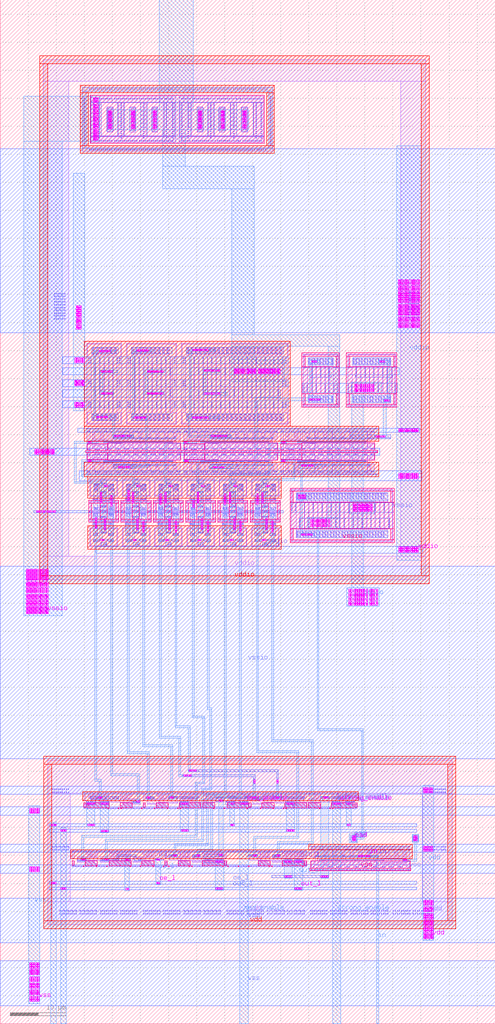
<source format=lef>
VERSION 5.7 ;
  NOWIREEXTENSIONATPIN ON ;
  DIVIDERCHAR "/" ;
  BUSBITCHARS "[]" ;
MACRO armleo_gpio
  CLASS BLOCK ;
  FOREIGN armleo_gpio ;
  ORIGIN 0.000 0.000 ;
  SIZE 88.240 BY 182.520 ;
  PIN vddio
    DIRECTION INOUT ;
    USE POWER ;
    PORT
      LAYER nwell ;
        RECT 7.000 171.090 76.510 172.520 ;
        RECT 7.000 79.905 8.430 171.090 ;
        RECT 14.300 165.925 48.885 167.285 ;
        RECT 14.300 156.525 15.660 165.925 ;
        RECT 47.525 156.525 48.885 165.925 ;
        RECT 14.300 155.165 48.885 156.525 ;
        RECT 15.005 106.480 51.690 121.685 ;
        RECT 15.005 103.880 67.505 106.480 ;
        RECT 15.005 97.510 67.505 100.110 ;
        RECT 15.570 93.640 50.130 97.510 ;
        RECT 15.570 84.605 50.130 88.765 ;
        RECT 75.080 79.905 76.510 171.090 ;
        RECT 7.000 78.475 76.510 79.905 ;
      LAYER li1 ;
        RECT 7.685 167.985 75.825 171.835 ;
        RECT 7.685 83.305 12.235 167.985 ;
        RECT 14.630 166.255 48.555 166.955 ;
        RECT 14.630 156.195 15.330 166.255 ;
        RECT 47.855 156.195 48.555 166.255 ;
        RECT 14.630 155.495 48.555 156.195 ;
        RECT 15.395 121.125 21.645 121.295 ;
        RECT 15.395 118.935 15.565 121.125 ;
        RECT 21.475 118.935 21.645 121.125 ;
        RECT 15.395 108.895 16.235 118.935 ;
        RECT 17.645 108.895 17.815 118.935 ;
        RECT 19.225 108.895 19.395 118.935 ;
        RECT 20.805 108.895 21.645 118.935 ;
        RECT 15.395 107.040 15.565 108.895 ;
        RECT 21.475 107.040 21.645 108.895 ;
        RECT 15.395 106.870 21.645 107.040 ;
        RECT 22.425 121.125 31.460 121.295 ;
        RECT 22.425 118.935 22.595 121.125 ;
        RECT 31.290 118.935 31.460 121.125 ;
        RECT 22.425 108.895 23.265 118.935 ;
        RECT 24.675 108.895 24.845 118.935 ;
        RECT 26.255 108.895 26.425 118.935 ;
        RECT 27.835 108.895 28.005 118.935 ;
        RECT 29.415 108.895 29.585 118.935 ;
        RECT 30.620 108.895 31.460 118.935 ;
        RECT 22.425 107.040 22.595 108.895 ;
        RECT 31.290 107.040 31.460 108.895 ;
        RECT 22.425 106.870 31.460 107.040 ;
        RECT 32.240 121.125 51.300 121.295 ;
        RECT 32.240 118.935 32.410 121.125 ;
        RECT 51.130 118.935 51.300 121.125 ;
        RECT 32.240 108.895 33.080 118.935 ;
        RECT 34.490 108.895 34.660 118.935 ;
        RECT 36.070 108.895 36.240 118.935 ;
        RECT 37.650 108.895 37.820 118.935 ;
        RECT 39.230 108.895 39.400 118.935 ;
        RECT 40.810 108.895 40.980 118.935 ;
        RECT 42.390 108.895 42.560 118.935 ;
        RECT 43.970 108.895 44.140 118.935 ;
        RECT 45.550 108.895 45.720 118.935 ;
        RECT 47.130 108.895 47.300 118.935 ;
        RECT 48.710 108.895 48.880 118.935 ;
        RECT 50.290 108.895 51.300 118.935 ;
        RECT 32.240 107.040 32.410 108.895 ;
        RECT 51.130 107.040 51.300 108.895 ;
        RECT 32.240 106.870 51.300 107.040 ;
        RECT 15.335 105.980 67.175 106.150 ;
        RECT 15.425 104.170 16.015 105.750 ;
        RECT 16.885 104.275 17.835 105.750 ;
        RECT 18.455 104.275 19.045 105.750 ;
        RECT 19.300 104.170 19.830 105.750 ;
        RECT 20.575 104.170 21.465 105.750 ;
        RECT 22.135 104.170 23.025 105.750 ;
        RECT 23.695 104.170 24.585 105.750 ;
        RECT 25.255 104.170 26.145 105.750 ;
        RECT 26.815 104.170 27.705 105.750 ;
        RECT 28.375 104.170 29.265 105.750 ;
        RECT 29.935 104.170 30.825 105.750 ;
        RECT 31.495 104.170 32.110 105.670 ;
        RECT 32.705 104.170 33.295 105.750 ;
        RECT 34.165 104.275 35.115 105.750 ;
        RECT 35.735 104.275 36.325 105.750 ;
        RECT 36.580 104.170 37.110 105.750 ;
        RECT 37.855 104.170 38.745 105.750 ;
        RECT 39.415 104.170 40.305 105.750 ;
        RECT 40.975 104.170 41.865 105.750 ;
        RECT 42.535 104.170 43.425 105.750 ;
        RECT 44.095 104.170 44.985 105.750 ;
        RECT 45.655 104.170 46.545 105.750 ;
        RECT 47.215 104.170 48.105 105.750 ;
        RECT 48.775 104.170 49.390 105.670 ;
        RECT 49.985 104.170 50.575 105.750 ;
        RECT 51.445 104.275 52.395 105.750 ;
        RECT 53.015 104.275 53.605 105.750 ;
        RECT 53.860 104.170 54.390 105.750 ;
        RECT 55.135 104.170 56.025 105.750 ;
        RECT 56.695 104.170 57.585 105.750 ;
        RECT 58.255 104.170 59.145 105.750 ;
        RECT 59.815 104.170 60.705 105.750 ;
        RECT 61.375 104.170 62.265 105.750 ;
        RECT 62.935 104.170 63.825 105.750 ;
        RECT 64.495 104.170 65.385 105.750 ;
        RECT 66.055 104.170 66.670 105.670 ;
        RECT 15.425 98.240 16.015 99.820 ;
        RECT 16.885 98.240 17.835 99.715 ;
        RECT 18.455 98.240 19.045 99.715 ;
        RECT 19.300 98.240 19.830 99.820 ;
        RECT 20.575 98.240 21.465 99.820 ;
        RECT 22.135 98.240 23.025 99.820 ;
        RECT 23.695 98.240 24.585 99.820 ;
        RECT 25.255 98.240 26.145 99.820 ;
        RECT 26.815 98.240 27.705 99.820 ;
        RECT 28.375 98.240 29.265 99.820 ;
        RECT 29.935 98.240 30.825 99.820 ;
        RECT 31.495 98.320 32.110 99.820 ;
        RECT 32.705 98.240 33.295 99.820 ;
        RECT 34.165 98.240 35.115 99.715 ;
        RECT 35.735 98.240 36.325 99.715 ;
        RECT 36.580 98.240 37.110 99.820 ;
        RECT 37.855 98.240 38.745 99.820 ;
        RECT 39.415 98.240 40.305 99.820 ;
        RECT 40.975 98.240 41.865 99.820 ;
        RECT 42.535 98.240 43.425 99.820 ;
        RECT 44.095 98.240 44.985 99.820 ;
        RECT 45.655 98.240 46.545 99.820 ;
        RECT 47.215 98.240 48.105 99.820 ;
        RECT 48.775 98.320 49.390 99.820 ;
        RECT 49.985 98.240 50.575 99.820 ;
        RECT 51.445 98.240 52.395 99.715 ;
        RECT 53.015 98.240 53.605 99.715 ;
        RECT 53.860 98.240 54.390 99.820 ;
        RECT 55.135 98.240 56.025 99.820 ;
        RECT 56.695 98.240 57.585 99.820 ;
        RECT 58.255 98.240 59.145 99.820 ;
        RECT 59.815 98.240 60.705 99.820 ;
        RECT 61.375 98.240 62.265 99.820 ;
        RECT 62.935 98.240 63.825 99.820 ;
        RECT 64.495 98.240 65.385 99.820 ;
        RECT 66.055 98.320 66.670 99.820 ;
        RECT 15.335 97.840 67.175 98.010 ;
        RECT 15.960 96.950 20.940 97.120 ;
        RECT 15.960 94.200 16.130 96.950 ;
        RECT 17.955 96.280 18.995 96.950 ;
        RECT 20.770 94.200 20.940 96.950 ;
        RECT 15.960 94.030 20.940 94.200 ;
        RECT 21.720 96.950 26.700 97.120 ;
        RECT 21.720 94.200 21.890 96.950 ;
        RECT 23.715 96.280 24.755 96.950 ;
        RECT 26.530 94.200 26.700 96.950 ;
        RECT 21.720 94.030 26.700 94.200 ;
        RECT 27.480 96.950 32.460 97.120 ;
        RECT 27.480 94.200 27.650 96.950 ;
        RECT 29.475 96.280 30.515 96.950 ;
        RECT 32.290 94.200 32.460 96.950 ;
        RECT 27.480 94.030 32.460 94.200 ;
        RECT 33.240 96.950 38.220 97.120 ;
        RECT 33.240 94.200 33.410 96.950 ;
        RECT 35.235 96.280 36.275 96.950 ;
        RECT 38.050 94.200 38.220 96.950 ;
        RECT 33.240 94.030 38.220 94.200 ;
        RECT 39.000 96.950 43.980 97.120 ;
        RECT 39.000 94.200 39.170 96.950 ;
        RECT 40.995 96.280 42.035 96.950 ;
        RECT 43.810 94.200 43.980 96.950 ;
        RECT 39.000 94.030 43.980 94.200 ;
        RECT 44.760 96.950 49.740 97.120 ;
        RECT 44.760 94.200 44.930 96.950 ;
        RECT 46.755 96.280 47.795 96.950 ;
        RECT 49.570 94.200 49.740 96.950 ;
        RECT 44.760 94.030 49.740 94.200 ;
        RECT 15.960 88.205 20.940 88.375 ;
        RECT 15.960 85.165 16.130 88.205 ;
        RECT 17.955 85.165 18.995 85.835 ;
        RECT 20.770 85.165 20.940 88.205 ;
        RECT 15.960 84.995 20.940 85.165 ;
        RECT 21.720 88.205 26.700 88.375 ;
        RECT 21.720 85.165 21.890 88.205 ;
        RECT 23.715 85.165 24.755 85.835 ;
        RECT 26.530 85.165 26.700 88.205 ;
        RECT 21.720 84.995 26.700 85.165 ;
        RECT 27.480 88.205 32.460 88.375 ;
        RECT 27.480 85.165 27.650 88.205 ;
        RECT 29.475 85.165 30.515 85.835 ;
        RECT 32.290 85.165 32.460 88.205 ;
        RECT 27.480 84.995 32.460 85.165 ;
        RECT 33.240 88.205 38.220 88.375 ;
        RECT 33.240 85.165 33.410 88.205 ;
        RECT 35.235 85.165 36.275 85.835 ;
        RECT 38.050 85.165 38.220 88.205 ;
        RECT 33.240 84.995 38.220 85.165 ;
        RECT 39.000 88.205 43.980 88.375 ;
        RECT 39.000 85.165 39.170 88.205 ;
        RECT 40.995 85.165 42.035 85.835 ;
        RECT 43.810 85.165 43.980 88.205 ;
        RECT 39.000 84.995 43.980 85.165 ;
        RECT 44.760 88.205 49.740 88.375 ;
        RECT 44.760 85.165 44.930 88.205 ;
        RECT 46.755 85.165 47.795 85.835 ;
        RECT 49.570 85.165 49.740 88.205 ;
        RECT 44.760 84.995 49.740 85.165 ;
        RECT 71.355 83.305 75.825 167.985 ;
        RECT 7.685 79.160 75.825 83.305 ;
      LAYER mcon ;
        RECT 15.830 166.545 16.000 166.715 ;
        RECT 16.190 166.545 16.360 166.715 ;
        RECT 16.550 166.545 16.720 166.715 ;
        RECT 16.910 166.545 17.080 166.715 ;
        RECT 17.270 166.545 17.440 166.715 ;
        RECT 17.630 166.545 17.800 166.715 ;
        RECT 17.990 166.545 18.160 166.715 ;
        RECT 18.350 166.545 18.520 166.715 ;
        RECT 18.710 166.545 18.880 166.715 ;
        RECT 19.070 166.545 19.240 166.715 ;
        RECT 19.430 166.545 19.600 166.715 ;
        RECT 19.790 166.545 19.960 166.715 ;
        RECT 20.315 166.545 20.485 166.715 ;
        RECT 20.675 166.545 20.845 166.715 ;
        RECT 21.035 166.545 21.205 166.715 ;
        RECT 21.395 166.545 21.565 166.715 ;
        RECT 21.755 166.545 21.925 166.715 ;
        RECT 22.115 166.545 22.285 166.715 ;
        RECT 22.475 166.545 22.645 166.715 ;
        RECT 22.835 166.545 23.005 166.715 ;
        RECT 23.195 166.545 23.365 166.715 ;
        RECT 23.555 166.545 23.725 166.715 ;
        RECT 23.915 166.545 24.085 166.715 ;
        RECT 24.275 166.545 24.445 166.715 ;
        RECT 24.780 166.545 24.950 166.715 ;
        RECT 25.140 166.545 25.310 166.715 ;
        RECT 25.500 166.545 25.670 166.715 ;
        RECT 25.860 166.545 26.030 166.715 ;
        RECT 26.220 166.545 26.390 166.715 ;
        RECT 26.580 166.545 26.750 166.715 ;
        RECT 26.940 166.545 27.110 166.715 ;
        RECT 27.300 166.545 27.470 166.715 ;
        RECT 27.660 166.545 27.830 166.715 ;
        RECT 28.020 166.545 28.190 166.715 ;
        RECT 28.380 166.545 28.550 166.715 ;
        RECT 28.740 166.545 28.910 166.715 ;
        RECT 29.265 166.545 29.435 166.715 ;
        RECT 29.625 166.545 29.795 166.715 ;
        RECT 29.985 166.545 30.155 166.715 ;
        RECT 30.345 166.545 30.515 166.715 ;
        RECT 30.705 166.545 30.875 166.715 ;
        RECT 31.065 166.545 31.235 166.715 ;
        RECT 31.425 166.545 31.595 166.715 ;
        RECT 31.785 166.545 31.955 166.715 ;
        RECT 32.555 166.545 32.725 166.715 ;
        RECT 32.915 166.545 33.085 166.715 ;
        RECT 33.275 166.545 33.445 166.715 ;
        RECT 33.635 166.545 33.805 166.715 ;
        RECT 33.995 166.545 34.165 166.715 ;
        RECT 34.355 166.545 34.525 166.715 ;
        RECT 34.715 166.545 34.885 166.715 ;
        RECT 35.075 166.545 35.245 166.715 ;
        RECT 35.435 166.545 35.605 166.715 ;
        RECT 35.795 166.545 35.965 166.715 ;
        RECT 36.155 166.545 36.325 166.715 ;
        RECT 36.515 166.545 36.685 166.715 ;
        RECT 37.040 166.545 37.210 166.715 ;
        RECT 37.400 166.545 37.570 166.715 ;
        RECT 37.760 166.545 37.930 166.715 ;
        RECT 38.120 166.545 38.290 166.715 ;
        RECT 38.480 166.545 38.650 166.715 ;
        RECT 38.840 166.545 39.010 166.715 ;
        RECT 39.200 166.545 39.370 166.715 ;
        RECT 39.560 166.545 39.730 166.715 ;
        RECT 39.920 166.545 40.090 166.715 ;
        RECT 40.280 166.545 40.450 166.715 ;
        RECT 40.640 166.545 40.810 166.715 ;
        RECT 41.000 166.545 41.170 166.715 ;
        RECT 41.505 166.545 41.675 166.715 ;
        RECT 41.865 166.545 42.035 166.715 ;
        RECT 42.225 166.545 42.395 166.715 ;
        RECT 42.585 166.545 42.755 166.715 ;
        RECT 42.945 166.545 43.115 166.715 ;
        RECT 43.305 166.545 43.475 166.715 ;
        RECT 43.665 166.545 43.835 166.715 ;
        RECT 44.025 166.545 44.195 166.715 ;
        RECT 44.385 166.545 44.555 166.715 ;
        RECT 44.745 166.545 44.915 166.715 ;
        RECT 45.105 166.545 45.275 166.715 ;
        RECT 45.465 166.545 45.635 166.715 ;
        RECT 45.990 166.545 46.160 166.715 ;
        RECT 46.350 166.545 46.520 166.715 ;
        RECT 46.710 166.545 46.880 166.715 ;
        RECT 47.070 166.545 47.240 166.715 ;
        RECT 47.430 166.545 47.600 166.715 ;
        RECT 14.895 165.170 15.065 165.340 ;
        RECT 14.895 164.810 15.065 164.980 ;
        RECT 14.895 164.450 15.065 164.620 ;
        RECT 14.895 164.090 15.065 164.260 ;
        RECT 14.895 163.730 15.065 163.900 ;
        RECT 14.895 163.370 15.065 163.540 ;
        RECT 14.895 163.010 15.065 163.180 ;
        RECT 14.895 162.650 15.065 162.820 ;
        RECT 14.895 162.290 15.065 162.460 ;
        RECT 14.895 161.930 15.065 162.100 ;
        RECT 14.895 161.570 15.065 161.740 ;
        RECT 14.895 161.210 15.065 161.380 ;
        RECT 14.895 160.850 15.065 161.020 ;
        RECT 14.895 160.490 15.065 160.660 ;
        RECT 14.895 160.130 15.065 160.300 ;
        RECT 14.895 159.770 15.065 159.940 ;
        RECT 14.895 159.410 15.065 159.580 ;
        RECT 14.895 159.050 15.065 159.220 ;
        RECT 14.895 158.690 15.065 158.860 ;
        RECT 14.895 158.330 15.065 158.500 ;
        RECT 14.895 157.970 15.065 158.140 ;
        RECT 14.895 157.610 15.065 157.780 ;
        RECT 14.895 157.250 15.065 157.420 ;
        RECT 14.895 156.890 15.065 157.060 ;
        RECT 14.895 156.530 15.065 156.700 ;
        RECT 48.100 165.170 48.270 165.340 ;
        RECT 48.100 164.810 48.270 164.980 ;
        RECT 48.100 164.450 48.270 164.620 ;
        RECT 48.100 164.090 48.270 164.260 ;
        RECT 48.100 163.730 48.270 163.900 ;
        RECT 48.100 163.370 48.270 163.540 ;
        RECT 48.100 163.010 48.270 163.180 ;
        RECT 48.100 162.650 48.270 162.820 ;
        RECT 48.100 162.290 48.270 162.460 ;
        RECT 48.100 161.930 48.270 162.100 ;
        RECT 48.100 161.570 48.270 161.740 ;
        RECT 48.100 161.210 48.270 161.380 ;
        RECT 48.100 160.850 48.270 161.020 ;
        RECT 48.100 160.490 48.270 160.660 ;
        RECT 48.100 160.130 48.270 160.300 ;
        RECT 48.100 159.770 48.270 159.940 ;
        RECT 48.100 159.410 48.270 159.580 ;
        RECT 48.100 159.050 48.270 159.220 ;
        RECT 48.100 158.690 48.270 158.860 ;
        RECT 48.100 158.330 48.270 158.500 ;
        RECT 48.100 157.970 48.270 158.140 ;
        RECT 48.100 157.610 48.270 157.780 ;
        RECT 48.100 157.250 48.270 157.420 ;
        RECT 48.100 156.890 48.270 157.060 ;
        RECT 48.100 156.530 48.270 156.700 ;
        RECT 15.830 155.755 16.000 155.925 ;
        RECT 16.190 155.755 16.360 155.925 ;
        RECT 16.550 155.755 16.720 155.925 ;
        RECT 16.910 155.755 17.080 155.925 ;
        RECT 17.270 155.755 17.440 155.925 ;
        RECT 17.630 155.755 17.800 155.925 ;
        RECT 17.990 155.755 18.160 155.925 ;
        RECT 18.350 155.755 18.520 155.925 ;
        RECT 18.710 155.755 18.880 155.925 ;
        RECT 19.070 155.755 19.240 155.925 ;
        RECT 19.430 155.755 19.600 155.925 ;
        RECT 19.790 155.755 19.960 155.925 ;
        RECT 20.315 155.755 20.485 155.925 ;
        RECT 20.675 155.755 20.845 155.925 ;
        RECT 21.035 155.755 21.205 155.925 ;
        RECT 21.395 155.755 21.565 155.925 ;
        RECT 21.755 155.755 21.925 155.925 ;
        RECT 22.115 155.755 22.285 155.925 ;
        RECT 22.475 155.755 22.645 155.925 ;
        RECT 22.835 155.755 23.005 155.925 ;
        RECT 23.195 155.755 23.365 155.925 ;
        RECT 23.555 155.755 23.725 155.925 ;
        RECT 23.915 155.755 24.085 155.925 ;
        RECT 24.275 155.755 24.445 155.925 ;
        RECT 24.780 155.755 24.950 155.925 ;
        RECT 25.140 155.755 25.310 155.925 ;
        RECT 25.500 155.755 25.670 155.925 ;
        RECT 25.860 155.755 26.030 155.925 ;
        RECT 26.220 155.755 26.390 155.925 ;
        RECT 26.580 155.755 26.750 155.925 ;
        RECT 26.940 155.755 27.110 155.925 ;
        RECT 27.300 155.755 27.470 155.925 ;
        RECT 27.660 155.755 27.830 155.925 ;
        RECT 28.020 155.755 28.190 155.925 ;
        RECT 28.380 155.755 28.550 155.925 ;
        RECT 28.740 155.755 28.910 155.925 ;
        RECT 29.265 155.755 29.435 155.925 ;
        RECT 29.625 155.755 29.795 155.925 ;
        RECT 29.985 155.755 30.155 155.925 ;
        RECT 30.345 155.755 30.515 155.925 ;
        RECT 30.705 155.755 30.875 155.925 ;
        RECT 31.065 155.755 31.235 155.925 ;
        RECT 31.425 155.755 31.595 155.925 ;
        RECT 31.785 155.755 31.955 155.925 ;
        RECT 32.325 155.755 32.495 155.925 ;
        RECT 32.685 155.755 32.855 155.925 ;
        RECT 33.045 155.755 33.215 155.925 ;
        RECT 33.405 155.755 33.575 155.925 ;
        RECT 33.765 155.755 33.935 155.925 ;
        RECT 34.125 155.755 34.295 155.925 ;
        RECT 34.485 155.755 34.655 155.925 ;
        RECT 34.845 155.755 35.015 155.925 ;
        RECT 35.205 155.755 35.375 155.925 ;
        RECT 35.565 155.755 35.735 155.925 ;
        RECT 35.925 155.755 36.095 155.925 ;
        RECT 36.285 155.755 36.455 155.925 ;
        RECT 36.810 155.755 36.980 155.925 ;
        RECT 37.170 155.755 37.340 155.925 ;
        RECT 37.530 155.755 37.700 155.925 ;
        RECT 37.890 155.755 38.060 155.925 ;
        RECT 38.250 155.755 38.420 155.925 ;
        RECT 38.610 155.755 38.780 155.925 ;
        RECT 38.970 155.755 39.140 155.925 ;
        RECT 39.330 155.755 39.500 155.925 ;
        RECT 39.690 155.755 39.860 155.925 ;
        RECT 40.050 155.755 40.220 155.925 ;
        RECT 40.410 155.755 40.580 155.925 ;
        RECT 40.770 155.755 40.940 155.925 ;
        RECT 41.275 155.755 41.445 155.925 ;
        RECT 41.635 155.755 41.805 155.925 ;
        RECT 41.995 155.755 42.165 155.925 ;
        RECT 42.355 155.755 42.525 155.925 ;
        RECT 42.715 155.755 42.885 155.925 ;
        RECT 43.075 155.755 43.245 155.925 ;
        RECT 43.435 155.755 43.605 155.925 ;
        RECT 43.795 155.755 43.965 155.925 ;
        RECT 44.155 155.755 44.325 155.925 ;
        RECT 44.515 155.755 44.685 155.925 ;
        RECT 44.875 155.755 45.045 155.925 ;
        RECT 45.235 155.755 45.405 155.925 ;
        RECT 45.760 155.755 45.930 155.925 ;
        RECT 46.120 155.755 46.290 155.925 ;
        RECT 46.480 155.755 46.650 155.925 ;
        RECT 46.840 155.755 47.010 155.925 ;
        RECT 47.200 155.755 47.370 155.925 ;
        RECT 9.625 130.080 9.795 130.250 ;
        RECT 9.985 130.080 10.155 130.250 ;
        RECT 10.345 130.080 10.515 130.250 ;
        RECT 10.705 130.080 10.875 130.250 ;
        RECT 11.065 130.080 11.235 130.250 ;
        RECT 11.425 130.080 11.595 130.250 ;
        RECT 9.625 129.565 9.795 129.735 ;
        RECT 9.985 129.565 10.155 129.735 ;
        RECT 10.345 129.565 10.515 129.735 ;
        RECT 10.705 129.565 10.875 129.735 ;
        RECT 11.065 129.565 11.235 129.735 ;
        RECT 11.425 129.565 11.595 129.735 ;
        RECT 9.625 129.110 9.795 129.280 ;
        RECT 9.985 129.110 10.155 129.280 ;
        RECT 10.345 129.110 10.515 129.280 ;
        RECT 10.705 129.110 10.875 129.280 ;
        RECT 11.065 129.110 11.235 129.280 ;
        RECT 11.425 129.110 11.595 129.280 ;
        RECT 9.625 128.595 9.795 128.765 ;
        RECT 9.985 128.595 10.155 128.765 ;
        RECT 10.345 128.595 10.515 128.765 ;
        RECT 10.705 128.595 10.875 128.765 ;
        RECT 11.065 128.595 11.235 128.765 ;
        RECT 11.425 128.595 11.595 128.765 ;
        RECT 9.625 128.085 9.795 128.255 ;
        RECT 9.985 128.085 10.155 128.255 ;
        RECT 10.345 128.085 10.515 128.255 ;
        RECT 10.705 128.085 10.875 128.255 ;
        RECT 11.065 128.085 11.235 128.255 ;
        RECT 11.425 128.085 11.595 128.255 ;
        RECT 9.625 127.565 9.795 127.735 ;
        RECT 9.985 127.565 10.155 127.735 ;
        RECT 10.345 127.565 10.515 127.735 ;
        RECT 10.705 127.565 10.875 127.735 ;
        RECT 11.065 127.565 11.235 127.735 ;
        RECT 11.425 127.565 11.595 127.735 ;
        RECT 9.625 127.115 9.795 127.285 ;
        RECT 9.985 127.115 10.155 127.285 ;
        RECT 10.345 127.115 10.515 127.285 ;
        RECT 10.705 127.115 10.875 127.285 ;
        RECT 11.065 127.115 11.235 127.285 ;
        RECT 11.425 127.115 11.595 127.285 ;
        RECT 9.625 126.600 9.795 126.770 ;
        RECT 9.985 126.600 10.155 126.770 ;
        RECT 10.345 126.600 10.515 126.770 ;
        RECT 10.705 126.600 10.875 126.770 ;
        RECT 11.065 126.600 11.235 126.770 ;
        RECT 11.425 126.600 11.595 126.770 ;
        RECT 9.625 126.125 9.795 126.295 ;
        RECT 9.985 126.125 10.155 126.295 ;
        RECT 10.345 126.125 10.515 126.295 ;
        RECT 10.705 126.125 10.875 126.295 ;
        RECT 11.065 126.125 11.235 126.295 ;
        RECT 11.425 126.125 11.595 126.295 ;
        RECT 9.625 125.605 9.795 125.775 ;
        RECT 9.985 125.605 10.155 125.775 ;
        RECT 10.345 125.605 10.515 125.775 ;
        RECT 10.705 125.605 10.875 125.775 ;
        RECT 11.065 125.605 11.235 125.775 ;
        RECT 11.425 125.605 11.595 125.775 ;
        RECT 72.665 130.245 72.835 130.415 ;
        RECT 73.025 130.245 73.195 130.415 ;
        RECT 73.385 130.245 73.555 130.415 ;
        RECT 73.745 130.245 73.915 130.415 ;
        RECT 74.105 130.245 74.275 130.415 ;
        RECT 74.465 130.245 74.635 130.415 ;
        RECT 72.665 129.730 72.835 129.900 ;
        RECT 73.025 129.730 73.195 129.900 ;
        RECT 73.385 129.730 73.555 129.900 ;
        RECT 73.745 129.730 73.915 129.900 ;
        RECT 74.105 129.730 74.275 129.900 ;
        RECT 74.465 129.730 74.635 129.900 ;
        RECT 72.665 129.275 72.835 129.445 ;
        RECT 73.025 129.275 73.195 129.445 ;
        RECT 73.385 129.275 73.555 129.445 ;
        RECT 73.745 129.275 73.915 129.445 ;
        RECT 74.105 129.275 74.275 129.445 ;
        RECT 74.465 129.275 74.635 129.445 ;
        RECT 72.665 128.760 72.835 128.930 ;
        RECT 73.025 128.760 73.195 128.930 ;
        RECT 73.385 128.760 73.555 128.930 ;
        RECT 73.745 128.760 73.915 128.930 ;
        RECT 74.105 128.760 74.275 128.930 ;
        RECT 74.465 128.760 74.635 128.930 ;
        RECT 72.665 128.250 72.835 128.420 ;
        RECT 73.025 128.250 73.195 128.420 ;
        RECT 73.385 128.250 73.555 128.420 ;
        RECT 73.745 128.250 73.915 128.420 ;
        RECT 74.105 128.250 74.275 128.420 ;
        RECT 74.465 128.250 74.635 128.420 ;
        RECT 72.665 127.730 72.835 127.900 ;
        RECT 73.025 127.730 73.195 127.900 ;
        RECT 73.385 127.730 73.555 127.900 ;
        RECT 73.745 127.730 73.915 127.900 ;
        RECT 74.105 127.730 74.275 127.900 ;
        RECT 74.465 127.730 74.635 127.900 ;
        RECT 72.665 127.280 72.835 127.450 ;
        RECT 73.025 127.280 73.195 127.450 ;
        RECT 73.385 127.280 73.555 127.450 ;
        RECT 73.745 127.280 73.915 127.450 ;
        RECT 74.105 127.280 74.275 127.450 ;
        RECT 74.465 127.280 74.635 127.450 ;
        RECT 72.665 126.765 72.835 126.935 ;
        RECT 73.025 126.765 73.195 126.935 ;
        RECT 73.385 126.765 73.555 126.935 ;
        RECT 73.745 126.765 73.915 126.935 ;
        RECT 74.105 126.765 74.275 126.935 ;
        RECT 74.465 126.765 74.635 126.935 ;
        RECT 72.665 126.290 72.835 126.460 ;
        RECT 73.025 126.290 73.195 126.460 ;
        RECT 73.385 126.290 73.555 126.460 ;
        RECT 73.745 126.290 73.915 126.460 ;
        RECT 74.105 126.290 74.275 126.460 ;
        RECT 74.465 126.290 74.635 126.460 ;
        RECT 72.665 125.770 72.835 125.940 ;
        RECT 73.025 125.770 73.195 125.940 ;
        RECT 73.385 125.770 73.555 125.940 ;
        RECT 73.745 125.770 73.915 125.940 ;
        RECT 74.105 125.770 74.275 125.940 ;
        RECT 74.465 125.770 74.635 125.940 ;
        RECT 15.660 118.510 15.830 118.680 ;
        RECT 16.065 118.510 16.235 118.680 ;
        RECT 15.660 118.150 15.830 118.320 ;
        RECT 16.065 118.150 16.235 118.320 ;
        RECT 15.660 117.790 15.830 117.960 ;
        RECT 16.065 117.790 16.235 117.960 ;
        RECT 15.660 114.465 15.830 114.635 ;
        RECT 16.065 114.410 16.235 114.580 ;
        RECT 15.660 114.105 15.830 114.275 ;
        RECT 16.065 114.050 16.235 114.220 ;
        RECT 16.065 113.690 16.235 113.860 ;
        RECT 15.660 110.740 15.830 110.910 ;
        RECT 16.065 110.615 16.235 110.785 ;
        RECT 15.660 110.380 15.830 110.550 ;
        RECT 16.065 110.255 16.235 110.425 ;
        RECT 15.660 110.020 15.830 110.190 ;
        RECT 16.065 109.895 16.235 110.065 ;
        RECT 17.645 118.510 17.815 118.680 ;
        RECT 17.645 118.150 17.815 118.320 ;
        RECT 17.645 117.790 17.815 117.960 ;
        RECT 17.645 114.410 17.815 114.580 ;
        RECT 17.645 114.050 17.815 114.220 ;
        RECT 17.645 113.690 17.815 113.860 ;
        RECT 17.645 110.615 17.815 110.785 ;
        RECT 17.645 110.255 17.815 110.425 ;
        RECT 17.645 109.895 17.815 110.065 ;
        RECT 19.225 118.510 19.395 118.680 ;
        RECT 19.225 118.150 19.395 118.320 ;
        RECT 19.225 117.790 19.395 117.960 ;
        RECT 19.225 114.410 19.395 114.580 ;
        RECT 19.225 114.050 19.395 114.220 ;
        RECT 19.225 113.690 19.395 113.860 ;
        RECT 19.225 110.615 19.395 110.785 ;
        RECT 19.225 110.255 19.395 110.425 ;
        RECT 19.225 109.895 19.395 110.065 ;
        RECT 20.805 118.510 20.975 118.680 ;
        RECT 21.180 118.510 21.350 118.680 ;
        RECT 20.805 118.150 20.975 118.320 ;
        RECT 21.180 118.150 21.350 118.320 ;
        RECT 20.805 117.790 20.975 117.960 ;
        RECT 21.180 117.790 21.350 117.960 ;
        RECT 20.805 114.410 20.975 114.580 ;
        RECT 21.180 114.465 21.350 114.635 ;
        RECT 20.805 114.050 20.975 114.220 ;
        RECT 21.180 114.105 21.350 114.275 ;
        RECT 20.805 113.690 20.975 113.860 ;
        RECT 20.805 110.615 20.975 110.785 ;
        RECT 21.180 110.740 21.350 110.910 ;
        RECT 20.805 110.255 20.975 110.425 ;
        RECT 21.180 110.380 21.350 110.550 ;
        RECT 20.805 109.895 20.975 110.065 ;
        RECT 21.180 110.020 21.350 110.190 ;
        RECT 22.690 118.510 22.860 118.680 ;
        RECT 23.095 118.510 23.265 118.680 ;
        RECT 22.690 118.150 22.860 118.320 ;
        RECT 23.095 118.150 23.265 118.320 ;
        RECT 22.690 117.790 22.860 117.960 ;
        RECT 23.095 117.790 23.265 117.960 ;
        RECT 22.690 114.500 22.860 114.670 ;
        RECT 23.095 114.410 23.265 114.580 ;
        RECT 22.690 114.140 22.860 114.310 ;
        RECT 23.095 114.050 23.265 114.220 ;
        RECT 22.690 113.780 22.860 113.950 ;
        RECT 23.095 113.690 23.265 113.860 ;
        RECT 22.690 110.690 22.860 110.860 ;
        RECT 23.095 110.615 23.265 110.785 ;
        RECT 22.690 110.330 22.860 110.500 ;
        RECT 23.095 110.255 23.265 110.425 ;
        RECT 22.690 109.970 22.860 110.140 ;
        RECT 23.095 109.895 23.265 110.065 ;
        RECT 24.675 118.510 24.845 118.680 ;
        RECT 24.675 118.150 24.845 118.320 ;
        RECT 24.675 117.790 24.845 117.960 ;
        RECT 24.675 114.410 24.845 114.580 ;
        RECT 24.675 114.050 24.845 114.220 ;
        RECT 24.675 113.690 24.845 113.860 ;
        RECT 24.675 110.615 24.845 110.785 ;
        RECT 24.675 110.255 24.845 110.425 ;
        RECT 24.675 109.895 24.845 110.065 ;
        RECT 26.255 118.510 26.425 118.680 ;
        RECT 26.255 118.150 26.425 118.320 ;
        RECT 26.255 117.790 26.425 117.960 ;
        RECT 26.255 114.410 26.425 114.580 ;
        RECT 26.255 114.050 26.425 114.220 ;
        RECT 26.255 113.690 26.425 113.860 ;
        RECT 26.255 110.615 26.425 110.785 ;
        RECT 26.255 110.255 26.425 110.425 ;
        RECT 26.255 109.895 26.425 110.065 ;
        RECT 27.835 118.510 28.005 118.680 ;
        RECT 27.835 118.150 28.005 118.320 ;
        RECT 27.835 117.790 28.005 117.960 ;
        RECT 27.835 114.410 28.005 114.580 ;
        RECT 27.835 114.050 28.005 114.220 ;
        RECT 27.835 113.690 28.005 113.860 ;
        RECT 27.835 110.615 28.005 110.785 ;
        RECT 27.835 110.255 28.005 110.425 ;
        RECT 27.835 109.895 28.005 110.065 ;
        RECT 29.415 118.510 29.585 118.680 ;
        RECT 29.415 118.150 29.585 118.320 ;
        RECT 29.415 117.790 29.585 117.960 ;
        RECT 29.415 114.410 29.585 114.580 ;
        RECT 29.415 114.050 29.585 114.220 ;
        RECT 29.415 113.690 29.585 113.860 ;
        RECT 29.415 110.615 29.585 110.785 ;
        RECT 29.415 110.255 29.585 110.425 ;
        RECT 29.415 109.895 29.585 110.065 ;
        RECT 30.995 118.510 31.165 118.680 ;
        RECT 30.995 118.150 31.165 118.320 ;
        RECT 30.995 117.790 31.165 117.960 ;
        RECT 30.995 114.500 31.165 114.670 ;
        RECT 30.995 114.140 31.165 114.310 ;
        RECT 30.995 113.780 31.165 113.950 ;
        RECT 30.995 110.740 31.165 110.910 ;
        RECT 30.995 110.380 31.165 110.550 ;
        RECT 30.995 110.020 31.165 110.190 ;
        RECT 32.505 118.510 32.675 118.680 ;
        RECT 32.910 118.510 33.080 118.680 ;
        RECT 32.505 118.150 32.675 118.320 ;
        RECT 32.910 118.150 33.080 118.320 ;
        RECT 32.505 117.790 32.675 117.960 ;
        RECT 32.910 117.790 33.080 117.960 ;
        RECT 32.505 114.480 32.675 114.650 ;
        RECT 32.910 114.410 33.080 114.580 ;
        RECT 32.505 114.120 32.675 114.290 ;
        RECT 32.910 114.050 33.080 114.220 ;
        RECT 32.505 113.760 32.675 113.930 ;
        RECT 32.910 113.690 33.080 113.860 ;
        RECT 32.505 110.740 32.675 110.910 ;
        RECT 32.910 110.615 33.080 110.785 ;
        RECT 32.505 110.380 32.675 110.550 ;
        RECT 32.910 110.255 33.080 110.425 ;
        RECT 32.505 110.020 32.675 110.190 ;
        RECT 32.910 109.895 33.080 110.065 ;
        RECT 34.490 118.510 34.660 118.680 ;
        RECT 34.490 118.150 34.660 118.320 ;
        RECT 34.490 117.790 34.660 117.960 ;
        RECT 34.490 114.410 34.660 114.580 ;
        RECT 34.490 114.050 34.660 114.220 ;
        RECT 34.490 113.690 34.660 113.860 ;
        RECT 34.490 110.615 34.660 110.785 ;
        RECT 34.490 110.255 34.660 110.425 ;
        RECT 34.490 109.895 34.660 110.065 ;
        RECT 36.070 118.510 36.240 118.680 ;
        RECT 36.070 118.150 36.240 118.320 ;
        RECT 36.070 117.790 36.240 117.960 ;
        RECT 36.070 114.410 36.240 114.580 ;
        RECT 36.070 114.050 36.240 114.220 ;
        RECT 36.070 113.690 36.240 113.860 ;
        RECT 36.070 110.615 36.240 110.785 ;
        RECT 36.070 110.255 36.240 110.425 ;
        RECT 36.070 109.895 36.240 110.065 ;
        RECT 37.650 118.510 37.820 118.680 ;
        RECT 37.650 118.150 37.820 118.320 ;
        RECT 37.650 117.790 37.820 117.960 ;
        RECT 37.650 114.410 37.820 114.580 ;
        RECT 37.650 114.050 37.820 114.220 ;
        RECT 37.650 113.690 37.820 113.860 ;
        RECT 37.650 110.615 37.820 110.785 ;
        RECT 37.650 110.255 37.820 110.425 ;
        RECT 37.650 109.895 37.820 110.065 ;
        RECT 39.230 118.510 39.400 118.680 ;
        RECT 39.230 118.150 39.400 118.320 ;
        RECT 39.230 117.790 39.400 117.960 ;
        RECT 39.230 114.410 39.400 114.580 ;
        RECT 39.230 114.050 39.400 114.220 ;
        RECT 39.230 113.690 39.400 113.860 ;
        RECT 39.230 110.615 39.400 110.785 ;
        RECT 39.230 110.255 39.400 110.425 ;
        RECT 39.230 109.895 39.400 110.065 ;
        RECT 40.810 118.510 40.980 118.680 ;
        RECT 40.810 118.150 40.980 118.320 ;
        RECT 40.810 117.790 40.980 117.960 ;
        RECT 40.810 114.410 40.980 114.580 ;
        RECT 40.810 114.050 40.980 114.220 ;
        RECT 40.810 113.690 40.980 113.860 ;
        RECT 40.810 110.615 40.980 110.785 ;
        RECT 40.810 110.255 40.980 110.425 ;
        RECT 40.810 109.895 40.980 110.065 ;
        RECT 42.390 118.510 42.560 118.680 ;
        RECT 42.390 118.150 42.560 118.320 ;
        RECT 42.390 117.790 42.560 117.960 ;
        RECT 42.390 114.410 42.560 114.580 ;
        RECT 42.390 114.050 42.560 114.220 ;
        RECT 42.390 113.690 42.560 113.860 ;
        RECT 42.390 110.615 42.560 110.785 ;
        RECT 42.390 110.255 42.560 110.425 ;
        RECT 42.390 109.895 42.560 110.065 ;
        RECT 43.970 118.510 44.140 118.680 ;
        RECT 43.970 118.150 44.140 118.320 ;
        RECT 43.970 117.790 44.140 117.960 ;
        RECT 43.970 114.410 44.140 114.580 ;
        RECT 43.970 114.050 44.140 114.220 ;
        RECT 43.970 113.690 44.140 113.860 ;
        RECT 43.970 110.615 44.140 110.785 ;
        RECT 43.970 110.255 44.140 110.425 ;
        RECT 43.970 109.895 44.140 110.065 ;
        RECT 45.550 118.510 45.720 118.680 ;
        RECT 45.550 118.150 45.720 118.320 ;
        RECT 45.550 117.790 45.720 117.960 ;
        RECT 45.550 114.410 45.720 114.580 ;
        RECT 45.550 114.050 45.720 114.220 ;
        RECT 45.550 113.690 45.720 113.860 ;
        RECT 45.550 110.615 45.720 110.785 ;
        RECT 45.550 110.255 45.720 110.425 ;
        RECT 45.550 109.895 45.720 110.065 ;
        RECT 47.130 118.510 47.300 118.680 ;
        RECT 47.130 118.150 47.300 118.320 ;
        RECT 47.130 117.790 47.300 117.960 ;
        RECT 47.130 114.410 47.300 114.580 ;
        RECT 47.130 114.050 47.300 114.220 ;
        RECT 47.130 113.690 47.300 113.860 ;
        RECT 47.130 110.615 47.300 110.785 ;
        RECT 47.130 110.255 47.300 110.425 ;
        RECT 47.130 109.895 47.300 110.065 ;
        RECT 48.710 118.510 48.880 118.680 ;
        RECT 48.710 118.150 48.880 118.320 ;
        RECT 48.710 117.790 48.880 117.960 ;
        RECT 48.710 114.410 48.880 114.580 ;
        RECT 48.710 114.050 48.880 114.220 ;
        RECT 48.710 113.690 48.880 113.860 ;
        RECT 48.710 110.615 48.880 110.785 ;
        RECT 48.710 110.255 48.880 110.425 ;
        RECT 48.710 109.895 48.880 110.065 ;
        RECT 50.290 118.510 50.460 118.680 ;
        RECT 50.835 118.510 51.005 118.680 ;
        RECT 50.290 118.150 50.460 118.320 ;
        RECT 50.835 118.150 51.005 118.320 ;
        RECT 50.290 117.790 50.460 117.960 ;
        RECT 50.835 117.790 51.005 117.960 ;
        RECT 50.290 114.410 50.460 114.580 ;
        RECT 50.835 114.435 51.005 114.605 ;
        RECT 50.290 114.050 50.460 114.220 ;
        RECT 50.835 114.075 51.005 114.245 ;
        RECT 50.290 113.690 50.460 113.860 ;
        RECT 50.835 113.715 51.005 113.885 ;
        RECT 50.290 110.615 50.460 110.785 ;
        RECT 50.835 110.740 51.005 110.910 ;
        RECT 50.290 110.255 50.460 110.425 ;
        RECT 50.835 110.380 51.005 110.550 ;
        RECT 50.290 109.895 50.460 110.065 ;
        RECT 50.835 110.020 51.005 110.190 ;
        RECT 15.490 105.980 15.660 106.150 ;
        RECT 15.970 105.980 16.140 106.150 ;
        RECT 16.450 105.980 16.620 106.150 ;
        RECT 16.930 105.980 17.100 106.150 ;
        RECT 17.410 105.980 17.580 106.150 ;
        RECT 17.890 105.980 18.060 106.150 ;
        RECT 18.370 105.980 18.540 106.150 ;
        RECT 18.850 105.980 19.020 106.150 ;
        RECT 19.330 105.980 19.500 106.150 ;
        RECT 19.810 105.980 19.980 106.150 ;
        RECT 20.290 105.980 20.460 106.150 ;
        RECT 20.770 105.980 20.940 106.150 ;
        RECT 21.250 105.980 21.420 106.150 ;
        RECT 21.730 105.980 21.900 106.150 ;
        RECT 22.210 105.980 22.380 106.150 ;
        RECT 22.690 105.980 22.860 106.150 ;
        RECT 23.170 105.980 23.340 106.150 ;
        RECT 23.650 105.980 23.820 106.150 ;
        RECT 24.130 105.980 24.300 106.150 ;
        RECT 24.610 105.980 24.780 106.150 ;
        RECT 25.090 105.980 25.260 106.150 ;
        RECT 25.570 105.980 25.740 106.150 ;
        RECT 26.050 105.980 26.220 106.150 ;
        RECT 26.530 105.980 26.700 106.150 ;
        RECT 27.010 105.980 27.180 106.150 ;
        RECT 27.490 105.980 27.660 106.150 ;
        RECT 27.970 105.980 28.140 106.150 ;
        RECT 28.450 105.980 28.620 106.150 ;
        RECT 28.930 105.980 29.100 106.150 ;
        RECT 29.410 105.980 29.580 106.150 ;
        RECT 29.890 105.980 30.060 106.150 ;
        RECT 30.370 105.980 30.540 106.150 ;
        RECT 30.850 105.980 31.020 106.150 ;
        RECT 31.330 105.980 31.500 106.150 ;
        RECT 31.810 105.980 31.980 106.150 ;
        RECT 32.290 105.980 32.460 106.150 ;
        RECT 32.770 105.980 32.940 106.150 ;
        RECT 33.250 105.980 33.420 106.150 ;
        RECT 33.730 105.980 33.900 106.150 ;
        RECT 34.210 105.980 34.380 106.150 ;
        RECT 34.690 105.980 34.860 106.150 ;
        RECT 35.170 105.980 35.340 106.150 ;
        RECT 35.650 105.980 35.820 106.150 ;
        RECT 36.130 105.980 36.300 106.150 ;
        RECT 36.610 105.980 36.780 106.150 ;
        RECT 37.090 105.980 37.260 106.150 ;
        RECT 37.570 105.980 37.740 106.150 ;
        RECT 38.050 105.980 38.220 106.150 ;
        RECT 38.530 105.980 38.700 106.150 ;
        RECT 39.010 105.980 39.180 106.150 ;
        RECT 39.490 105.980 39.660 106.150 ;
        RECT 39.970 105.980 40.140 106.150 ;
        RECT 40.450 105.980 40.620 106.150 ;
        RECT 40.930 105.980 41.100 106.150 ;
        RECT 41.410 105.980 41.580 106.150 ;
        RECT 41.890 105.980 42.060 106.150 ;
        RECT 42.370 105.980 42.540 106.150 ;
        RECT 42.850 105.980 43.020 106.150 ;
        RECT 43.330 105.980 43.500 106.150 ;
        RECT 43.810 105.980 43.980 106.150 ;
        RECT 44.290 105.980 44.460 106.150 ;
        RECT 44.770 105.980 44.940 106.150 ;
        RECT 45.250 105.980 45.420 106.150 ;
        RECT 45.730 105.980 45.900 106.150 ;
        RECT 46.210 105.980 46.380 106.150 ;
        RECT 46.690 105.980 46.860 106.150 ;
        RECT 47.170 105.980 47.340 106.150 ;
        RECT 47.650 105.980 47.820 106.150 ;
        RECT 48.130 105.980 48.300 106.150 ;
        RECT 48.610 105.980 48.780 106.150 ;
        RECT 49.090 105.980 49.260 106.150 ;
        RECT 49.570 105.980 49.740 106.150 ;
        RECT 50.050 105.980 50.220 106.150 ;
        RECT 50.530 105.980 50.700 106.150 ;
        RECT 51.010 105.980 51.180 106.150 ;
        RECT 51.490 105.980 51.660 106.150 ;
        RECT 51.970 105.980 52.140 106.150 ;
        RECT 52.450 105.980 52.620 106.150 ;
        RECT 52.930 105.980 53.100 106.150 ;
        RECT 53.410 105.980 53.580 106.150 ;
        RECT 53.890 105.980 54.060 106.150 ;
        RECT 54.370 105.980 54.540 106.150 ;
        RECT 54.850 105.980 55.020 106.150 ;
        RECT 55.330 105.980 55.500 106.150 ;
        RECT 55.810 105.980 55.980 106.150 ;
        RECT 56.290 105.980 56.460 106.150 ;
        RECT 56.770 105.980 56.940 106.150 ;
        RECT 57.250 105.980 57.420 106.150 ;
        RECT 57.730 105.980 57.900 106.150 ;
        RECT 58.210 105.980 58.380 106.150 ;
        RECT 58.690 105.980 58.860 106.150 ;
        RECT 59.170 105.980 59.340 106.150 ;
        RECT 59.650 105.980 59.820 106.150 ;
        RECT 60.130 105.980 60.300 106.150 ;
        RECT 60.610 105.980 60.780 106.150 ;
        RECT 61.090 105.980 61.260 106.150 ;
        RECT 61.570 105.980 61.740 106.150 ;
        RECT 62.050 105.980 62.220 106.150 ;
        RECT 62.530 105.980 62.700 106.150 ;
        RECT 63.010 105.980 63.180 106.150 ;
        RECT 63.490 105.980 63.660 106.150 ;
        RECT 63.970 105.980 64.140 106.150 ;
        RECT 64.450 105.980 64.620 106.150 ;
        RECT 64.930 105.980 65.100 106.150 ;
        RECT 65.410 105.980 65.580 106.150 ;
        RECT 65.890 105.980 66.060 106.150 ;
        RECT 66.370 105.980 66.540 106.150 ;
        RECT 66.850 105.980 67.020 106.150 ;
        RECT 15.455 105.500 15.625 105.670 ;
        RECT 15.815 105.500 15.985 105.670 ;
        RECT 16.915 105.500 17.085 105.670 ;
        RECT 17.275 105.500 17.445 105.670 ;
        RECT 17.635 105.500 17.805 105.670 ;
        RECT 18.485 105.500 18.655 105.670 ;
        RECT 18.845 105.500 19.015 105.670 ;
        RECT 19.300 105.470 19.470 105.640 ;
        RECT 19.660 105.470 19.830 105.640 ;
        RECT 20.575 105.470 20.745 105.640 ;
        RECT 20.935 105.470 21.105 105.640 ;
        RECT 21.295 105.470 21.465 105.640 ;
        RECT 22.135 105.470 22.305 105.640 ;
        RECT 22.495 105.470 22.665 105.640 ;
        RECT 22.855 105.470 23.025 105.640 ;
        RECT 23.695 105.470 23.865 105.640 ;
        RECT 24.055 105.470 24.225 105.640 ;
        RECT 24.415 105.470 24.585 105.640 ;
        RECT 25.255 105.470 25.425 105.640 ;
        RECT 25.615 105.470 25.785 105.640 ;
        RECT 25.975 105.470 26.145 105.640 ;
        RECT 26.815 105.470 26.985 105.640 ;
        RECT 27.175 105.470 27.345 105.640 ;
        RECT 27.535 105.470 27.705 105.640 ;
        RECT 28.375 105.470 28.545 105.640 ;
        RECT 28.735 105.470 28.905 105.640 ;
        RECT 29.095 105.470 29.265 105.640 ;
        RECT 29.935 105.470 30.105 105.640 ;
        RECT 30.295 105.470 30.465 105.640 ;
        RECT 30.655 105.470 30.825 105.640 ;
        RECT 31.540 105.470 31.710 105.640 ;
        RECT 31.900 105.470 32.070 105.640 ;
        RECT 32.735 105.500 32.905 105.670 ;
        RECT 33.095 105.500 33.265 105.670 ;
        RECT 34.195 105.500 34.365 105.670 ;
        RECT 34.555 105.500 34.725 105.670 ;
        RECT 34.915 105.500 35.085 105.670 ;
        RECT 35.765 105.500 35.935 105.670 ;
        RECT 36.125 105.500 36.295 105.670 ;
        RECT 36.580 105.470 36.750 105.640 ;
        RECT 36.940 105.470 37.110 105.640 ;
        RECT 37.855 105.470 38.025 105.640 ;
        RECT 38.215 105.470 38.385 105.640 ;
        RECT 38.575 105.470 38.745 105.640 ;
        RECT 39.415 105.470 39.585 105.640 ;
        RECT 39.775 105.470 39.945 105.640 ;
        RECT 40.135 105.470 40.305 105.640 ;
        RECT 40.975 105.470 41.145 105.640 ;
        RECT 41.335 105.470 41.505 105.640 ;
        RECT 41.695 105.470 41.865 105.640 ;
        RECT 42.535 105.470 42.705 105.640 ;
        RECT 42.895 105.470 43.065 105.640 ;
        RECT 43.255 105.470 43.425 105.640 ;
        RECT 44.095 105.470 44.265 105.640 ;
        RECT 44.455 105.470 44.625 105.640 ;
        RECT 44.815 105.470 44.985 105.640 ;
        RECT 45.655 105.470 45.825 105.640 ;
        RECT 46.015 105.470 46.185 105.640 ;
        RECT 46.375 105.470 46.545 105.640 ;
        RECT 47.215 105.470 47.385 105.640 ;
        RECT 47.575 105.470 47.745 105.640 ;
        RECT 47.935 105.470 48.105 105.640 ;
        RECT 48.820 105.470 48.990 105.640 ;
        RECT 49.180 105.470 49.350 105.640 ;
        RECT 50.015 105.500 50.185 105.670 ;
        RECT 50.375 105.500 50.545 105.670 ;
        RECT 51.475 105.500 51.645 105.670 ;
        RECT 51.835 105.500 52.005 105.670 ;
        RECT 52.195 105.500 52.365 105.670 ;
        RECT 53.045 105.500 53.215 105.670 ;
        RECT 53.405 105.500 53.575 105.670 ;
        RECT 53.860 105.470 54.030 105.640 ;
        RECT 54.220 105.470 54.390 105.640 ;
        RECT 55.135 105.470 55.305 105.640 ;
        RECT 55.495 105.470 55.665 105.640 ;
        RECT 55.855 105.470 56.025 105.640 ;
        RECT 56.695 105.470 56.865 105.640 ;
        RECT 57.055 105.470 57.225 105.640 ;
        RECT 57.415 105.470 57.585 105.640 ;
        RECT 58.255 105.470 58.425 105.640 ;
        RECT 58.615 105.470 58.785 105.640 ;
        RECT 58.975 105.470 59.145 105.640 ;
        RECT 59.815 105.470 59.985 105.640 ;
        RECT 60.175 105.470 60.345 105.640 ;
        RECT 60.535 105.470 60.705 105.640 ;
        RECT 61.375 105.470 61.545 105.640 ;
        RECT 61.735 105.470 61.905 105.640 ;
        RECT 62.095 105.470 62.265 105.640 ;
        RECT 62.935 105.470 63.105 105.640 ;
        RECT 63.295 105.470 63.465 105.640 ;
        RECT 63.655 105.470 63.825 105.640 ;
        RECT 64.495 105.470 64.665 105.640 ;
        RECT 64.855 105.470 65.025 105.640 ;
        RECT 65.215 105.470 65.385 105.640 ;
        RECT 66.100 105.470 66.270 105.640 ;
        RECT 66.460 105.470 66.630 105.640 ;
        RECT 15.455 98.320 15.625 98.490 ;
        RECT 15.815 98.320 15.985 98.490 ;
        RECT 16.915 98.320 17.085 98.490 ;
        RECT 17.275 98.320 17.445 98.490 ;
        RECT 17.635 98.320 17.805 98.490 ;
        RECT 18.485 98.320 18.655 98.490 ;
        RECT 18.845 98.320 19.015 98.490 ;
        RECT 19.300 98.350 19.470 98.520 ;
        RECT 19.660 98.350 19.830 98.520 ;
        RECT 20.575 98.350 20.745 98.520 ;
        RECT 20.935 98.350 21.105 98.520 ;
        RECT 21.295 98.350 21.465 98.520 ;
        RECT 22.135 98.350 22.305 98.520 ;
        RECT 22.495 98.350 22.665 98.520 ;
        RECT 22.855 98.350 23.025 98.520 ;
        RECT 23.695 98.350 23.865 98.520 ;
        RECT 24.055 98.350 24.225 98.520 ;
        RECT 24.415 98.350 24.585 98.520 ;
        RECT 25.255 98.350 25.425 98.520 ;
        RECT 25.615 98.350 25.785 98.520 ;
        RECT 25.975 98.350 26.145 98.520 ;
        RECT 26.815 98.350 26.985 98.520 ;
        RECT 27.175 98.350 27.345 98.520 ;
        RECT 27.535 98.350 27.705 98.520 ;
        RECT 28.375 98.350 28.545 98.520 ;
        RECT 28.735 98.350 28.905 98.520 ;
        RECT 29.095 98.350 29.265 98.520 ;
        RECT 29.935 98.350 30.105 98.520 ;
        RECT 30.295 98.350 30.465 98.520 ;
        RECT 30.655 98.350 30.825 98.520 ;
        RECT 31.540 98.350 31.710 98.520 ;
        RECT 31.900 98.350 32.070 98.520 ;
        RECT 32.735 98.320 32.905 98.490 ;
        RECT 33.095 98.320 33.265 98.490 ;
        RECT 34.195 98.320 34.365 98.490 ;
        RECT 34.555 98.320 34.725 98.490 ;
        RECT 34.915 98.320 35.085 98.490 ;
        RECT 35.765 98.320 35.935 98.490 ;
        RECT 36.125 98.320 36.295 98.490 ;
        RECT 36.580 98.350 36.750 98.520 ;
        RECT 36.940 98.350 37.110 98.520 ;
        RECT 37.855 98.350 38.025 98.520 ;
        RECT 38.215 98.350 38.385 98.520 ;
        RECT 38.575 98.350 38.745 98.520 ;
        RECT 39.415 98.350 39.585 98.520 ;
        RECT 39.775 98.350 39.945 98.520 ;
        RECT 40.135 98.350 40.305 98.520 ;
        RECT 40.975 98.350 41.145 98.520 ;
        RECT 41.335 98.350 41.505 98.520 ;
        RECT 41.695 98.350 41.865 98.520 ;
        RECT 42.535 98.350 42.705 98.520 ;
        RECT 42.895 98.350 43.065 98.520 ;
        RECT 43.255 98.350 43.425 98.520 ;
        RECT 44.095 98.350 44.265 98.520 ;
        RECT 44.455 98.350 44.625 98.520 ;
        RECT 44.815 98.350 44.985 98.520 ;
        RECT 45.655 98.350 45.825 98.520 ;
        RECT 46.015 98.350 46.185 98.520 ;
        RECT 46.375 98.350 46.545 98.520 ;
        RECT 47.215 98.350 47.385 98.520 ;
        RECT 47.575 98.350 47.745 98.520 ;
        RECT 47.935 98.350 48.105 98.520 ;
        RECT 48.820 98.350 48.990 98.520 ;
        RECT 49.180 98.350 49.350 98.520 ;
        RECT 50.015 98.320 50.185 98.490 ;
        RECT 50.375 98.320 50.545 98.490 ;
        RECT 51.475 98.320 51.645 98.490 ;
        RECT 51.835 98.320 52.005 98.490 ;
        RECT 52.195 98.320 52.365 98.490 ;
        RECT 53.045 98.320 53.215 98.490 ;
        RECT 53.405 98.320 53.575 98.490 ;
        RECT 53.860 98.350 54.030 98.520 ;
        RECT 54.220 98.350 54.390 98.520 ;
        RECT 55.135 98.350 55.305 98.520 ;
        RECT 55.495 98.350 55.665 98.520 ;
        RECT 55.855 98.350 56.025 98.520 ;
        RECT 56.695 98.350 56.865 98.520 ;
        RECT 57.055 98.350 57.225 98.520 ;
        RECT 57.415 98.350 57.585 98.520 ;
        RECT 58.255 98.350 58.425 98.520 ;
        RECT 58.615 98.350 58.785 98.520 ;
        RECT 58.975 98.350 59.145 98.520 ;
        RECT 59.815 98.350 59.985 98.520 ;
        RECT 60.175 98.350 60.345 98.520 ;
        RECT 60.535 98.350 60.705 98.520 ;
        RECT 61.375 98.350 61.545 98.520 ;
        RECT 61.735 98.350 61.905 98.520 ;
        RECT 62.095 98.350 62.265 98.520 ;
        RECT 62.935 98.350 63.105 98.520 ;
        RECT 63.295 98.350 63.465 98.520 ;
        RECT 63.655 98.350 63.825 98.520 ;
        RECT 64.495 98.350 64.665 98.520 ;
        RECT 64.855 98.350 65.025 98.520 ;
        RECT 65.215 98.350 65.385 98.520 ;
        RECT 66.100 98.350 66.270 98.520 ;
        RECT 66.460 98.350 66.630 98.520 ;
        RECT 15.490 97.840 15.660 98.010 ;
        RECT 15.970 97.840 16.140 98.010 ;
        RECT 16.450 97.840 16.620 98.010 ;
        RECT 16.930 97.840 17.100 98.010 ;
        RECT 17.410 97.840 17.580 98.010 ;
        RECT 17.890 97.840 18.060 98.010 ;
        RECT 18.370 97.840 18.540 98.010 ;
        RECT 18.850 97.840 19.020 98.010 ;
        RECT 19.330 97.840 19.500 98.010 ;
        RECT 19.810 97.840 19.980 98.010 ;
        RECT 20.290 97.840 20.460 98.010 ;
        RECT 20.770 97.840 20.940 98.010 ;
        RECT 21.250 97.840 21.420 98.010 ;
        RECT 21.730 97.840 21.900 98.010 ;
        RECT 22.210 97.840 22.380 98.010 ;
        RECT 22.690 97.840 22.860 98.010 ;
        RECT 23.170 97.840 23.340 98.010 ;
        RECT 23.650 97.840 23.820 98.010 ;
        RECT 24.130 97.840 24.300 98.010 ;
        RECT 24.610 97.840 24.780 98.010 ;
        RECT 25.090 97.840 25.260 98.010 ;
        RECT 25.570 97.840 25.740 98.010 ;
        RECT 26.050 97.840 26.220 98.010 ;
        RECT 26.530 97.840 26.700 98.010 ;
        RECT 27.010 97.840 27.180 98.010 ;
        RECT 27.490 97.840 27.660 98.010 ;
        RECT 27.970 97.840 28.140 98.010 ;
        RECT 28.450 97.840 28.620 98.010 ;
        RECT 28.930 97.840 29.100 98.010 ;
        RECT 29.410 97.840 29.580 98.010 ;
        RECT 29.890 97.840 30.060 98.010 ;
        RECT 30.370 97.840 30.540 98.010 ;
        RECT 30.850 97.840 31.020 98.010 ;
        RECT 31.330 97.840 31.500 98.010 ;
        RECT 31.810 97.840 31.980 98.010 ;
        RECT 32.290 97.840 32.460 98.010 ;
        RECT 32.770 97.840 32.940 98.010 ;
        RECT 33.250 97.840 33.420 98.010 ;
        RECT 33.730 97.840 33.900 98.010 ;
        RECT 34.210 97.840 34.380 98.010 ;
        RECT 34.690 97.840 34.860 98.010 ;
        RECT 35.170 97.840 35.340 98.010 ;
        RECT 35.650 97.840 35.820 98.010 ;
        RECT 36.130 97.840 36.300 98.010 ;
        RECT 36.610 97.840 36.780 98.010 ;
        RECT 37.090 97.840 37.260 98.010 ;
        RECT 37.570 97.840 37.740 98.010 ;
        RECT 38.050 97.840 38.220 98.010 ;
        RECT 38.530 97.840 38.700 98.010 ;
        RECT 39.010 97.840 39.180 98.010 ;
        RECT 39.490 97.840 39.660 98.010 ;
        RECT 39.970 97.840 40.140 98.010 ;
        RECT 40.450 97.840 40.620 98.010 ;
        RECT 40.930 97.840 41.100 98.010 ;
        RECT 41.410 97.840 41.580 98.010 ;
        RECT 41.890 97.840 42.060 98.010 ;
        RECT 42.370 97.840 42.540 98.010 ;
        RECT 42.850 97.840 43.020 98.010 ;
        RECT 43.330 97.840 43.500 98.010 ;
        RECT 43.810 97.840 43.980 98.010 ;
        RECT 44.290 97.840 44.460 98.010 ;
        RECT 44.770 97.840 44.940 98.010 ;
        RECT 45.250 97.840 45.420 98.010 ;
        RECT 45.730 97.840 45.900 98.010 ;
        RECT 46.210 97.840 46.380 98.010 ;
        RECT 46.690 97.840 46.860 98.010 ;
        RECT 47.170 97.840 47.340 98.010 ;
        RECT 47.650 97.840 47.820 98.010 ;
        RECT 48.130 97.840 48.300 98.010 ;
        RECT 48.610 97.840 48.780 98.010 ;
        RECT 49.090 97.840 49.260 98.010 ;
        RECT 49.570 97.840 49.740 98.010 ;
        RECT 50.050 97.840 50.220 98.010 ;
        RECT 50.530 97.840 50.700 98.010 ;
        RECT 51.010 97.840 51.180 98.010 ;
        RECT 51.490 97.840 51.660 98.010 ;
        RECT 51.970 97.840 52.140 98.010 ;
        RECT 52.450 97.840 52.620 98.010 ;
        RECT 52.930 97.840 53.100 98.010 ;
        RECT 53.410 97.840 53.580 98.010 ;
        RECT 53.890 97.840 54.060 98.010 ;
        RECT 54.370 97.840 54.540 98.010 ;
        RECT 54.850 97.840 55.020 98.010 ;
        RECT 55.330 97.840 55.500 98.010 ;
        RECT 55.810 97.840 55.980 98.010 ;
        RECT 56.290 97.840 56.460 98.010 ;
        RECT 56.770 97.840 56.940 98.010 ;
        RECT 57.250 97.840 57.420 98.010 ;
        RECT 57.730 97.840 57.900 98.010 ;
        RECT 58.210 97.840 58.380 98.010 ;
        RECT 58.690 97.840 58.860 98.010 ;
        RECT 59.170 97.840 59.340 98.010 ;
        RECT 59.650 97.840 59.820 98.010 ;
        RECT 60.130 97.840 60.300 98.010 ;
        RECT 60.610 97.840 60.780 98.010 ;
        RECT 61.090 97.840 61.260 98.010 ;
        RECT 61.570 97.840 61.740 98.010 ;
        RECT 62.050 97.840 62.220 98.010 ;
        RECT 62.530 97.840 62.700 98.010 ;
        RECT 63.010 97.840 63.180 98.010 ;
        RECT 63.490 97.840 63.660 98.010 ;
        RECT 63.970 97.840 64.140 98.010 ;
        RECT 64.450 97.840 64.620 98.010 ;
        RECT 64.930 97.840 65.100 98.010 ;
        RECT 65.410 97.840 65.580 98.010 ;
        RECT 65.890 97.840 66.060 98.010 ;
        RECT 66.370 97.840 66.540 98.010 ;
        RECT 66.850 97.840 67.020 98.010 ;
        RECT 18.190 96.950 18.360 97.120 ;
        RECT 18.550 96.950 18.720 97.120 ;
        RECT 18.190 96.280 18.360 96.450 ;
        RECT 18.550 96.280 18.720 96.450 ;
        RECT 23.950 96.950 24.120 97.120 ;
        RECT 24.310 96.950 24.480 97.120 ;
        RECT 23.950 96.280 24.120 96.450 ;
        RECT 24.310 96.280 24.480 96.450 ;
        RECT 29.710 96.950 29.880 97.120 ;
        RECT 30.070 96.950 30.240 97.120 ;
        RECT 29.710 96.280 29.880 96.450 ;
        RECT 30.070 96.280 30.240 96.450 ;
        RECT 35.470 96.950 35.640 97.120 ;
        RECT 35.830 96.950 36.000 97.120 ;
        RECT 35.470 96.280 35.640 96.450 ;
        RECT 35.830 96.280 36.000 96.450 ;
        RECT 41.230 96.950 41.400 97.120 ;
        RECT 41.590 96.950 41.760 97.120 ;
        RECT 41.230 96.280 41.400 96.450 ;
        RECT 41.590 96.280 41.760 96.450 ;
        RECT 46.990 96.950 47.160 97.120 ;
        RECT 47.350 96.950 47.520 97.120 ;
        RECT 46.990 96.280 47.160 96.450 ;
        RECT 47.350 96.280 47.520 96.450 ;
        RECT 18.330 85.395 18.500 85.565 ;
        RECT 18.690 85.395 18.860 85.565 ;
        RECT 18.330 84.995 18.500 85.165 ;
        RECT 18.690 84.995 18.860 85.165 ;
        RECT 24.090 85.395 24.260 85.565 ;
        RECT 24.450 85.395 24.620 85.565 ;
        RECT 24.090 84.995 24.260 85.165 ;
        RECT 24.450 84.995 24.620 85.165 ;
        RECT 29.850 85.395 30.020 85.565 ;
        RECT 30.210 85.395 30.380 85.565 ;
        RECT 29.850 84.995 30.020 85.165 ;
        RECT 30.210 84.995 30.380 85.165 ;
        RECT 35.610 85.395 35.780 85.565 ;
        RECT 35.970 85.395 36.140 85.565 ;
        RECT 35.610 84.995 35.780 85.165 ;
        RECT 35.970 84.995 36.140 85.165 ;
        RECT 41.370 85.395 41.540 85.565 ;
        RECT 41.730 85.395 41.900 85.565 ;
        RECT 41.370 84.995 41.540 85.165 ;
        RECT 41.730 84.995 41.900 85.165 ;
        RECT 47.130 85.395 47.300 85.565 ;
        RECT 47.490 85.395 47.660 85.565 ;
        RECT 47.130 84.995 47.300 85.165 ;
        RECT 47.490 84.995 47.660 85.165 ;
      LAYER met1 ;
        RECT 14.630 166.255 48.550 166.955 ;
        RECT 14.630 156.195 15.330 166.255 ;
        RECT 47.850 156.195 48.550 166.255 ;
        RECT 14.630 155.960 48.550 156.195 ;
        RECT 0.000 123.160 88.240 155.960 ;
        RECT 11.175 117.685 51.310 118.915 ;
        RECT 11.175 113.585 51.310 114.815 ;
        RECT 11.175 109.790 51.310 111.020 ;
        RECT 13.815 105.440 74.810 106.180 ;
        RECT 14.110 96.805 75.150 98.550 ;
        RECT 17.975 96.200 18.975 96.805 ;
        RECT 23.735 96.200 24.735 96.805 ;
        RECT 29.495 96.200 30.495 96.805 ;
        RECT 35.255 96.200 36.255 96.805 ;
        RECT 41.015 96.200 42.015 96.805 ;
        RECT 46.775 96.200 47.775 96.805 ;
        RECT 17.975 85.160 18.975 85.795 ;
        RECT 23.735 85.160 24.735 85.795 ;
        RECT 29.495 85.160 30.495 85.795 ;
        RECT 35.255 85.160 36.255 85.795 ;
        RECT 41.015 85.160 42.015 85.795 ;
        RECT 46.775 85.160 47.775 85.795 ;
        RECT 17.005 83.910 75.345 85.160 ;
      LAYER via ;
        RECT 70.940 132.385 71.200 132.645 ;
        RECT 71.280 132.385 71.540 132.645 ;
        RECT 71.600 132.385 71.860 132.645 ;
        RECT 72.005 132.385 72.265 132.645 ;
        RECT 72.345 132.385 72.605 132.645 ;
        RECT 72.665 132.385 72.925 132.645 ;
        RECT 73.150 132.385 73.410 132.645 ;
        RECT 73.490 132.385 73.750 132.645 ;
        RECT 73.810 132.385 74.070 132.645 ;
        RECT 74.215 132.385 74.475 132.645 ;
        RECT 74.555 132.385 74.815 132.645 ;
        RECT 70.940 132.060 71.200 132.320 ;
        RECT 71.280 132.060 71.540 132.320 ;
        RECT 71.600 132.060 71.860 132.320 ;
        RECT 72.005 132.060 72.265 132.320 ;
        RECT 72.345 132.060 72.605 132.320 ;
        RECT 72.665 132.060 72.925 132.320 ;
        RECT 73.150 132.060 73.410 132.320 ;
        RECT 73.490 132.060 73.750 132.320 ;
        RECT 73.810 132.060 74.070 132.320 ;
        RECT 74.215 132.060 74.475 132.320 ;
        RECT 74.555 132.060 74.815 132.320 ;
        RECT 70.940 131.730 71.200 131.990 ;
        RECT 71.280 131.730 71.540 131.990 ;
        RECT 71.600 131.730 71.860 131.990 ;
        RECT 72.005 131.730 72.265 131.990 ;
        RECT 72.345 131.730 72.605 131.990 ;
        RECT 72.665 131.730 72.925 131.990 ;
        RECT 73.150 131.730 73.410 131.990 ;
        RECT 73.490 131.730 73.750 131.990 ;
        RECT 73.810 131.730 74.070 131.990 ;
        RECT 74.215 131.730 74.475 131.990 ;
        RECT 74.555 131.730 74.815 131.990 ;
        RECT 70.940 131.330 71.200 131.590 ;
        RECT 71.280 131.330 71.540 131.590 ;
        RECT 71.600 131.330 71.860 131.590 ;
        RECT 72.005 131.330 72.265 131.590 ;
        RECT 72.345 131.330 72.605 131.590 ;
        RECT 72.665 131.330 72.925 131.590 ;
        RECT 73.150 131.330 73.410 131.590 ;
        RECT 73.490 131.330 73.750 131.590 ;
        RECT 73.810 131.330 74.070 131.590 ;
        RECT 74.215 131.330 74.475 131.590 ;
        RECT 74.555 131.330 74.815 131.590 ;
        RECT 70.940 131.005 71.200 131.265 ;
        RECT 71.280 131.005 71.540 131.265 ;
        RECT 71.600 131.005 71.860 131.265 ;
        RECT 72.005 131.005 72.265 131.265 ;
        RECT 72.345 131.005 72.605 131.265 ;
        RECT 72.665 131.005 72.925 131.265 ;
        RECT 73.150 131.005 73.410 131.265 ;
        RECT 73.490 131.005 73.750 131.265 ;
        RECT 73.810 131.005 74.070 131.265 ;
        RECT 74.215 131.005 74.475 131.265 ;
        RECT 74.555 131.005 74.815 131.265 ;
        RECT 70.940 130.675 71.200 130.935 ;
        RECT 71.280 130.675 71.540 130.935 ;
        RECT 71.600 130.675 71.860 130.935 ;
        RECT 72.005 130.675 72.265 130.935 ;
        RECT 72.345 130.675 72.605 130.935 ;
        RECT 72.665 130.675 72.925 130.935 ;
        RECT 73.150 130.675 73.410 130.935 ;
        RECT 73.490 130.675 73.750 130.935 ;
        RECT 73.810 130.675 74.070 130.935 ;
        RECT 74.215 130.675 74.475 130.935 ;
        RECT 74.555 130.675 74.815 130.935 ;
        RECT 70.940 130.205 71.200 130.465 ;
        RECT 71.280 130.205 71.540 130.465 ;
        RECT 71.600 130.205 71.860 130.465 ;
        RECT 72.005 130.205 72.265 130.465 ;
        RECT 72.345 130.205 72.605 130.465 ;
        RECT 72.665 130.205 72.925 130.465 ;
        RECT 73.150 130.205 73.410 130.465 ;
        RECT 73.490 130.205 73.750 130.465 ;
        RECT 73.810 130.205 74.070 130.465 ;
        RECT 74.215 130.205 74.475 130.465 ;
        RECT 74.555 130.205 74.815 130.465 ;
        RECT 70.940 129.880 71.200 130.140 ;
        RECT 71.280 129.880 71.540 130.140 ;
        RECT 71.600 129.880 71.860 130.140 ;
        RECT 72.005 129.880 72.265 130.140 ;
        RECT 72.345 129.880 72.605 130.140 ;
        RECT 72.665 129.880 72.925 130.140 ;
        RECT 73.150 129.880 73.410 130.140 ;
        RECT 73.490 129.880 73.750 130.140 ;
        RECT 73.810 129.880 74.070 130.140 ;
        RECT 74.215 129.880 74.475 130.140 ;
        RECT 74.555 129.880 74.815 130.140 ;
        RECT 70.940 129.550 71.200 129.810 ;
        RECT 71.280 129.550 71.540 129.810 ;
        RECT 71.600 129.550 71.860 129.810 ;
        RECT 72.005 129.550 72.265 129.810 ;
        RECT 72.345 129.550 72.605 129.810 ;
        RECT 72.665 129.550 72.925 129.810 ;
        RECT 73.150 129.550 73.410 129.810 ;
        RECT 73.490 129.550 73.750 129.810 ;
        RECT 73.810 129.550 74.070 129.810 ;
        RECT 74.215 129.550 74.475 129.810 ;
        RECT 74.555 129.550 74.815 129.810 ;
        RECT 70.940 129.150 71.200 129.410 ;
        RECT 71.280 129.150 71.540 129.410 ;
        RECT 71.600 129.150 71.860 129.410 ;
        RECT 72.005 129.150 72.265 129.410 ;
        RECT 72.345 129.150 72.605 129.410 ;
        RECT 72.665 129.150 72.925 129.410 ;
        RECT 73.150 129.150 73.410 129.410 ;
        RECT 73.490 129.150 73.750 129.410 ;
        RECT 73.810 129.150 74.070 129.410 ;
        RECT 74.215 129.150 74.475 129.410 ;
        RECT 74.555 129.150 74.815 129.410 ;
        RECT 70.940 128.825 71.200 129.085 ;
        RECT 71.280 128.825 71.540 129.085 ;
        RECT 71.600 128.825 71.860 129.085 ;
        RECT 72.005 128.825 72.265 129.085 ;
        RECT 72.345 128.825 72.605 129.085 ;
        RECT 72.665 128.825 72.925 129.085 ;
        RECT 73.150 128.825 73.410 129.085 ;
        RECT 73.490 128.825 73.750 129.085 ;
        RECT 73.810 128.825 74.070 129.085 ;
        RECT 74.215 128.825 74.475 129.085 ;
        RECT 74.555 128.825 74.815 129.085 ;
        RECT 70.940 128.495 71.200 128.755 ;
        RECT 71.280 128.495 71.540 128.755 ;
        RECT 71.600 128.495 71.860 128.755 ;
        RECT 72.005 128.495 72.265 128.755 ;
        RECT 72.345 128.495 72.605 128.755 ;
        RECT 72.665 128.495 72.925 128.755 ;
        RECT 73.150 128.495 73.410 128.755 ;
        RECT 73.490 128.495 73.750 128.755 ;
        RECT 73.810 128.495 74.070 128.755 ;
        RECT 74.215 128.495 74.475 128.755 ;
        RECT 74.555 128.495 74.815 128.755 ;
        RECT 70.940 127.965 71.200 128.225 ;
        RECT 71.280 127.965 71.540 128.225 ;
        RECT 71.600 127.965 71.860 128.225 ;
        RECT 72.005 127.965 72.265 128.225 ;
        RECT 72.345 127.965 72.605 128.225 ;
        RECT 72.665 127.965 72.925 128.225 ;
        RECT 73.150 127.965 73.410 128.225 ;
        RECT 73.490 127.965 73.750 128.225 ;
        RECT 73.810 127.965 74.070 128.225 ;
        RECT 74.215 127.965 74.475 128.225 ;
        RECT 74.555 127.965 74.815 128.225 ;
        RECT 13.555 127.690 13.815 127.950 ;
        RECT 13.895 127.690 14.155 127.950 ;
        RECT 14.215 127.690 14.475 127.950 ;
        RECT 70.940 127.640 71.200 127.900 ;
        RECT 71.280 127.640 71.540 127.900 ;
        RECT 71.600 127.640 71.860 127.900 ;
        RECT 72.005 127.640 72.265 127.900 ;
        RECT 72.345 127.640 72.605 127.900 ;
        RECT 72.665 127.640 72.925 127.900 ;
        RECT 73.150 127.640 73.410 127.900 ;
        RECT 73.490 127.640 73.750 127.900 ;
        RECT 73.810 127.640 74.070 127.900 ;
        RECT 74.215 127.640 74.475 127.900 ;
        RECT 74.555 127.640 74.815 127.900 ;
        RECT 13.555 127.365 13.815 127.625 ;
        RECT 13.895 127.365 14.155 127.625 ;
        RECT 14.215 127.365 14.475 127.625 ;
        RECT 70.940 127.310 71.200 127.570 ;
        RECT 71.280 127.310 71.540 127.570 ;
        RECT 71.600 127.310 71.860 127.570 ;
        RECT 72.005 127.310 72.265 127.570 ;
        RECT 72.345 127.310 72.605 127.570 ;
        RECT 72.665 127.310 72.925 127.570 ;
        RECT 73.150 127.310 73.410 127.570 ;
        RECT 73.490 127.310 73.750 127.570 ;
        RECT 73.810 127.310 74.070 127.570 ;
        RECT 74.215 127.310 74.475 127.570 ;
        RECT 74.555 127.310 74.815 127.570 ;
        RECT 13.555 127.035 13.815 127.295 ;
        RECT 13.895 127.035 14.155 127.295 ;
        RECT 14.215 127.035 14.475 127.295 ;
        RECT 70.940 126.910 71.200 127.170 ;
        RECT 71.280 126.910 71.540 127.170 ;
        RECT 71.600 126.910 71.860 127.170 ;
        RECT 72.005 126.910 72.265 127.170 ;
        RECT 72.345 126.910 72.605 127.170 ;
        RECT 72.665 126.910 72.925 127.170 ;
        RECT 73.150 126.910 73.410 127.170 ;
        RECT 73.490 126.910 73.750 127.170 ;
        RECT 73.810 126.910 74.070 127.170 ;
        RECT 74.215 126.910 74.475 127.170 ;
        RECT 74.555 126.910 74.815 127.170 ;
        RECT 13.555 126.635 13.815 126.895 ;
        RECT 13.895 126.635 14.155 126.895 ;
        RECT 14.215 126.635 14.475 126.895 ;
        RECT 70.940 126.585 71.200 126.845 ;
        RECT 71.280 126.585 71.540 126.845 ;
        RECT 71.600 126.585 71.860 126.845 ;
        RECT 72.005 126.585 72.265 126.845 ;
        RECT 72.345 126.585 72.605 126.845 ;
        RECT 72.665 126.585 72.925 126.845 ;
        RECT 73.150 126.585 73.410 126.845 ;
        RECT 73.490 126.585 73.750 126.845 ;
        RECT 73.810 126.585 74.070 126.845 ;
        RECT 74.215 126.585 74.475 126.845 ;
        RECT 74.555 126.585 74.815 126.845 ;
        RECT 13.555 126.310 13.815 126.570 ;
        RECT 13.895 126.310 14.155 126.570 ;
        RECT 14.215 126.310 14.475 126.570 ;
        RECT 70.940 126.255 71.200 126.515 ;
        RECT 71.280 126.255 71.540 126.515 ;
        RECT 71.600 126.255 71.860 126.515 ;
        RECT 72.005 126.255 72.265 126.515 ;
        RECT 72.345 126.255 72.605 126.515 ;
        RECT 72.665 126.255 72.925 126.515 ;
        RECT 73.150 126.255 73.410 126.515 ;
        RECT 73.490 126.255 73.750 126.515 ;
        RECT 73.810 126.255 74.070 126.515 ;
        RECT 74.215 126.255 74.475 126.515 ;
        RECT 74.555 126.255 74.815 126.515 ;
        RECT 13.555 125.980 13.815 126.240 ;
        RECT 13.895 125.980 14.155 126.240 ;
        RECT 14.215 125.980 14.475 126.240 ;
        RECT 70.940 125.785 71.200 126.045 ;
        RECT 71.280 125.785 71.540 126.045 ;
        RECT 71.600 125.785 71.860 126.045 ;
        RECT 72.005 125.785 72.265 126.045 ;
        RECT 72.345 125.785 72.605 126.045 ;
        RECT 72.665 125.785 72.925 126.045 ;
        RECT 73.150 125.785 73.410 126.045 ;
        RECT 73.490 125.785 73.750 126.045 ;
        RECT 73.810 125.785 74.070 126.045 ;
        RECT 74.215 125.785 74.475 126.045 ;
        RECT 74.555 125.785 74.815 126.045 ;
        RECT 13.555 125.510 13.815 125.770 ;
        RECT 13.895 125.510 14.155 125.770 ;
        RECT 14.215 125.510 14.475 125.770 ;
        RECT 70.940 125.460 71.200 125.720 ;
        RECT 71.280 125.460 71.540 125.720 ;
        RECT 71.600 125.460 71.860 125.720 ;
        RECT 72.005 125.460 72.265 125.720 ;
        RECT 72.345 125.460 72.605 125.720 ;
        RECT 72.665 125.460 72.925 125.720 ;
        RECT 73.150 125.460 73.410 125.720 ;
        RECT 73.490 125.460 73.750 125.720 ;
        RECT 73.810 125.460 74.070 125.720 ;
        RECT 74.215 125.460 74.475 125.720 ;
        RECT 74.555 125.460 74.815 125.720 ;
        RECT 13.555 125.185 13.815 125.445 ;
        RECT 13.895 125.185 14.155 125.445 ;
        RECT 14.215 125.185 14.475 125.445 ;
        RECT 70.940 125.130 71.200 125.390 ;
        RECT 71.280 125.130 71.540 125.390 ;
        RECT 71.600 125.130 71.860 125.390 ;
        RECT 72.005 125.130 72.265 125.390 ;
        RECT 72.345 125.130 72.605 125.390 ;
        RECT 72.665 125.130 72.925 125.390 ;
        RECT 73.150 125.130 73.410 125.390 ;
        RECT 73.490 125.130 73.750 125.390 ;
        RECT 73.810 125.130 74.070 125.390 ;
        RECT 74.215 125.130 74.475 125.390 ;
        RECT 74.555 125.130 74.815 125.390 ;
        RECT 13.555 124.855 13.815 125.115 ;
        RECT 13.895 124.855 14.155 125.115 ;
        RECT 14.215 124.855 14.475 125.115 ;
        RECT 70.940 124.730 71.200 124.990 ;
        RECT 71.280 124.730 71.540 124.990 ;
        RECT 71.600 124.730 71.860 124.990 ;
        RECT 72.005 124.730 72.265 124.990 ;
        RECT 72.345 124.730 72.605 124.990 ;
        RECT 72.665 124.730 72.925 124.990 ;
        RECT 73.150 124.730 73.410 124.990 ;
        RECT 73.490 124.730 73.750 124.990 ;
        RECT 73.810 124.730 74.070 124.990 ;
        RECT 74.215 124.730 74.475 124.990 ;
        RECT 74.555 124.730 74.815 124.990 ;
        RECT 13.555 124.455 13.815 124.715 ;
        RECT 13.895 124.455 14.155 124.715 ;
        RECT 14.215 124.455 14.475 124.715 ;
        RECT 70.940 124.405 71.200 124.665 ;
        RECT 71.280 124.405 71.540 124.665 ;
        RECT 71.600 124.405 71.860 124.665 ;
        RECT 72.005 124.405 72.265 124.665 ;
        RECT 72.345 124.405 72.605 124.665 ;
        RECT 72.665 124.405 72.925 124.665 ;
        RECT 73.150 124.405 73.410 124.665 ;
        RECT 73.490 124.405 73.750 124.665 ;
        RECT 73.810 124.405 74.070 124.665 ;
        RECT 74.215 124.405 74.475 124.665 ;
        RECT 74.555 124.405 74.815 124.665 ;
        RECT 13.555 124.130 13.815 124.390 ;
        RECT 13.895 124.130 14.155 124.390 ;
        RECT 14.215 124.130 14.475 124.390 ;
        RECT 70.940 124.075 71.200 124.335 ;
        RECT 71.280 124.075 71.540 124.335 ;
        RECT 71.600 124.075 71.860 124.335 ;
        RECT 72.005 124.075 72.265 124.335 ;
        RECT 72.345 124.075 72.605 124.335 ;
        RECT 72.665 124.075 72.925 124.335 ;
        RECT 73.150 124.075 73.410 124.335 ;
        RECT 73.490 124.075 73.750 124.335 ;
        RECT 73.810 124.075 74.070 124.335 ;
        RECT 74.215 124.075 74.475 124.335 ;
        RECT 74.555 124.075 74.815 124.335 ;
        RECT 13.555 123.800 13.815 124.060 ;
        RECT 13.895 123.800 14.155 124.060 ;
        RECT 14.215 123.800 14.475 124.060 ;
        RECT 13.265 118.485 13.525 118.745 ;
        RECT 13.605 118.485 13.865 118.745 ;
        RECT 13.925 118.485 14.185 118.745 ;
        RECT 14.330 118.485 14.590 118.745 ;
        RECT 14.670 118.485 14.930 118.745 ;
        RECT 13.265 118.160 13.525 118.420 ;
        RECT 13.605 118.160 13.865 118.420 ;
        RECT 13.925 118.160 14.185 118.420 ;
        RECT 14.330 118.160 14.590 118.420 ;
        RECT 14.670 118.160 14.930 118.420 ;
        RECT 13.265 117.830 13.525 118.090 ;
        RECT 13.605 117.830 13.865 118.090 ;
        RECT 13.925 117.830 14.185 118.090 ;
        RECT 14.330 117.830 14.590 118.090 ;
        RECT 14.670 117.830 14.930 118.090 ;
        RECT 13.265 114.420 13.525 114.680 ;
        RECT 13.605 114.420 13.865 114.680 ;
        RECT 13.925 114.420 14.185 114.680 ;
        RECT 14.330 114.420 14.590 114.680 ;
        RECT 14.670 114.420 14.930 114.680 ;
        RECT 13.265 114.095 13.525 114.355 ;
        RECT 13.605 114.095 13.865 114.355 ;
        RECT 13.925 114.095 14.185 114.355 ;
        RECT 14.330 114.095 14.590 114.355 ;
        RECT 14.670 114.095 14.930 114.355 ;
        RECT 13.265 113.765 13.525 114.025 ;
        RECT 13.605 113.765 13.865 114.025 ;
        RECT 13.925 113.765 14.185 114.025 ;
        RECT 14.330 113.765 14.590 114.025 ;
        RECT 14.670 113.765 14.930 114.025 ;
        RECT 13.265 110.555 13.525 110.815 ;
        RECT 13.605 110.555 13.865 110.815 ;
        RECT 13.925 110.555 14.185 110.815 ;
        RECT 14.330 110.555 14.590 110.815 ;
        RECT 14.670 110.555 14.930 110.815 ;
        RECT 13.265 110.230 13.525 110.490 ;
        RECT 13.605 110.230 13.865 110.490 ;
        RECT 13.925 110.230 14.185 110.490 ;
        RECT 14.330 110.230 14.590 110.490 ;
        RECT 14.670 110.230 14.930 110.490 ;
        RECT 13.265 109.900 13.525 110.160 ;
        RECT 13.605 109.900 13.865 110.160 ;
        RECT 13.925 109.900 14.185 110.160 ;
        RECT 14.330 109.900 14.590 110.160 ;
        RECT 14.670 109.900 14.930 110.160 ;
        RECT 71.015 105.815 71.275 106.075 ;
        RECT 71.355 105.815 71.615 106.075 ;
        RECT 71.675 105.815 71.935 106.075 ;
        RECT 72.080 105.815 72.340 106.075 ;
        RECT 72.420 105.815 72.680 106.075 ;
        RECT 72.740 105.815 73.000 106.075 ;
        RECT 73.210 105.815 73.470 106.075 ;
        RECT 73.550 105.815 73.810 106.075 ;
        RECT 73.870 105.815 74.130 106.075 ;
        RECT 74.275 105.815 74.535 106.075 ;
        RECT 71.015 105.490 71.275 105.750 ;
        RECT 71.355 105.490 71.615 105.750 ;
        RECT 71.675 105.490 71.935 105.750 ;
        RECT 72.080 105.490 72.340 105.750 ;
        RECT 72.420 105.490 72.680 105.750 ;
        RECT 72.740 105.490 73.000 105.750 ;
        RECT 73.210 105.490 73.470 105.750 ;
        RECT 73.550 105.490 73.810 105.750 ;
        RECT 73.870 105.490 74.130 105.750 ;
        RECT 74.275 105.490 74.535 105.750 ;
        RECT 71.015 97.850 71.275 98.110 ;
        RECT 71.355 97.850 71.615 98.110 ;
        RECT 71.675 97.850 71.935 98.110 ;
        RECT 72.080 97.850 72.340 98.110 ;
        RECT 72.420 97.850 72.680 98.110 ;
        RECT 72.740 97.850 73.000 98.110 ;
        RECT 73.210 97.850 73.470 98.110 ;
        RECT 73.550 97.850 73.810 98.110 ;
        RECT 73.870 97.850 74.130 98.110 ;
        RECT 74.275 97.850 74.535 98.110 ;
        RECT 71.015 97.525 71.275 97.785 ;
        RECT 71.355 97.525 71.615 97.785 ;
        RECT 71.675 97.525 71.935 97.785 ;
        RECT 72.080 97.525 72.340 97.785 ;
        RECT 72.420 97.525 72.680 97.785 ;
        RECT 72.740 97.525 73.000 97.785 ;
        RECT 73.210 97.525 73.470 97.785 ;
        RECT 73.550 97.525 73.810 97.785 ;
        RECT 73.870 97.525 74.130 97.785 ;
        RECT 74.275 97.525 74.535 97.785 ;
        RECT 71.015 97.195 71.275 97.455 ;
        RECT 71.355 97.195 71.615 97.455 ;
        RECT 71.675 97.195 71.935 97.455 ;
        RECT 72.080 97.195 72.340 97.455 ;
        RECT 72.420 97.195 72.680 97.455 ;
        RECT 72.740 97.195 73.000 97.455 ;
        RECT 73.210 97.195 73.470 97.455 ;
        RECT 73.550 97.195 73.810 97.455 ;
        RECT 73.870 97.195 74.130 97.455 ;
        RECT 74.275 97.195 74.535 97.455 ;
        RECT 71.015 84.740 71.275 85.000 ;
        RECT 71.355 84.740 71.615 85.000 ;
        RECT 71.675 84.740 71.935 85.000 ;
        RECT 72.080 84.740 72.340 85.000 ;
        RECT 72.420 84.740 72.680 85.000 ;
        RECT 72.740 84.740 73.000 85.000 ;
        RECT 73.210 84.740 73.470 85.000 ;
        RECT 73.550 84.740 73.810 85.000 ;
        RECT 73.870 84.740 74.130 85.000 ;
        RECT 74.275 84.740 74.535 85.000 ;
        RECT 71.015 84.415 71.275 84.675 ;
        RECT 71.355 84.415 71.615 84.675 ;
        RECT 71.675 84.415 71.935 84.675 ;
        RECT 72.080 84.415 72.340 84.675 ;
        RECT 72.420 84.415 72.680 84.675 ;
        RECT 72.740 84.415 73.000 84.675 ;
        RECT 73.210 84.415 73.470 84.675 ;
        RECT 73.550 84.415 73.810 84.675 ;
        RECT 73.870 84.415 74.130 84.675 ;
        RECT 74.275 84.415 74.535 84.675 ;
        RECT 71.015 84.085 71.275 84.345 ;
        RECT 71.355 84.085 71.615 84.345 ;
        RECT 71.675 84.085 71.935 84.345 ;
        RECT 72.080 84.085 72.340 84.345 ;
        RECT 72.420 84.085 72.680 84.345 ;
        RECT 72.740 84.085 73.000 84.345 ;
        RECT 73.210 84.085 73.470 84.345 ;
        RECT 73.550 84.085 73.810 84.345 ;
        RECT 73.870 84.085 74.130 84.345 ;
        RECT 74.275 84.085 74.535 84.345 ;
      LAYER met2 ;
        RECT 13.040 109.285 15.040 151.575 ;
        RECT 70.725 82.635 75.080 156.530 ;
    END
  END vddio
  PIN vssio
    DIRECTION INOUT ;
    USE GROUND ;
    PORT
      LAYER pwell ;
        RECT 16.070 156.970 47.080 165.480 ;
        RECT 53.790 119.030 60.420 119.580 ;
        RECT 53.790 117.105 54.340 119.030 ;
        RECT 59.870 117.105 60.420 119.030 ;
        RECT 53.790 112.345 60.420 117.105 ;
        RECT 53.790 110.405 54.340 112.345 ;
        RECT 59.870 110.405 60.420 112.345 ;
        RECT 53.790 109.855 60.420 110.405 ;
        RECT 61.720 119.030 70.720 119.580 ;
        RECT 61.720 117.105 62.270 119.030 ;
        RECT 70.170 117.105 70.720 119.030 ;
        RECT 61.720 112.345 70.720 117.105 ;
        RECT 61.720 110.405 62.270 112.345 ;
        RECT 70.170 110.405 70.720 112.345 ;
        RECT 61.720 109.855 70.720 110.405 ;
        RECT 15.485 102.210 19.155 103.410 ;
        RECT 19.205 102.210 32.200 103.580 ;
        RECT 32.765 102.210 36.435 103.410 ;
        RECT 36.485 102.210 49.480 103.580 ;
        RECT 50.045 102.210 53.715 103.410 ;
        RECT 53.765 102.210 66.760 103.580 ;
        RECT 15.205 101.780 67.305 102.210 ;
        RECT 15.485 100.580 19.155 101.780 ;
        RECT 19.205 100.410 32.200 101.780 ;
        RECT 32.765 100.580 36.435 101.780 ;
        RECT 36.485 100.410 49.480 101.780 ;
        RECT 50.045 100.580 53.715 101.780 ;
        RECT 53.765 100.410 66.760 101.780 ;
        RECT 51.715 94.940 70.195 95.490 ;
        RECT 15.750 92.760 21.120 93.310 ;
        RECT 15.750 89.965 16.300 92.760 ;
        RECT 17.785 89.965 19.045 92.760 ;
        RECT 20.570 89.965 21.120 92.760 ;
        RECT 15.750 89.415 21.120 89.965 ;
        RECT 21.510 92.760 26.880 93.310 ;
        RECT 21.510 89.965 22.060 92.760 ;
        RECT 23.545 89.965 24.805 92.760 ;
        RECT 26.330 89.965 26.880 92.760 ;
        RECT 21.510 89.415 26.880 89.965 ;
        RECT 27.270 92.760 32.640 93.310 ;
        RECT 27.270 89.965 27.820 92.760 ;
        RECT 29.305 89.965 30.565 92.760 ;
        RECT 32.090 89.965 32.640 92.760 ;
        RECT 27.270 89.415 32.640 89.965 ;
        RECT 33.030 92.760 38.400 93.310 ;
        RECT 33.030 89.965 33.580 92.760 ;
        RECT 35.065 89.965 36.325 92.760 ;
        RECT 37.850 89.965 38.400 92.760 ;
        RECT 33.030 89.415 38.400 89.965 ;
        RECT 38.790 92.760 44.160 93.310 ;
        RECT 38.790 89.965 39.340 92.760 ;
        RECT 40.825 89.965 42.085 92.760 ;
        RECT 43.610 89.965 44.160 92.760 ;
        RECT 38.790 89.415 44.160 89.965 ;
        RECT 44.550 92.760 49.920 93.310 ;
        RECT 44.550 89.965 45.100 92.760 ;
        RECT 46.585 89.965 47.845 92.760 ;
        RECT 49.370 89.965 49.920 92.760 ;
        RECT 44.550 89.415 49.920 89.965 ;
        RECT 51.715 93.000 52.265 94.940 ;
        RECT 69.645 93.000 70.195 94.940 ;
        RECT 51.715 88.240 70.195 93.000 ;
        RECT 51.715 86.315 52.265 88.240 ;
        RECT 69.645 86.315 70.195 88.240 ;
        RECT 51.715 85.765 70.195 86.315 ;
      LAYER li1 ;
        RECT 16.240 164.155 31.265 165.310 ;
        RECT 16.240 158.315 17.960 164.155 ;
        RECT 21.030 158.315 22.020 164.155 ;
        RECT 25.060 158.315 26.050 164.155 ;
        RECT 29.030 158.315 31.265 164.155 ;
        RECT 16.240 158.150 31.265 158.315 ;
        RECT 31.885 164.155 46.910 165.310 ;
        RECT 31.885 158.315 34.120 164.155 ;
        RECT 37.100 158.315 38.090 164.155 ;
        RECT 41.130 158.315 42.120 164.155 ;
        RECT 45.190 158.315 46.910 164.155 ;
        RECT 31.885 158.150 46.910 158.315 ;
        RECT 16.240 157.140 31.250 158.150 ;
        RECT 31.900 157.140 46.910 158.150 ;
        RECT 53.980 119.220 60.230 119.390 ;
        RECT 53.980 116.995 54.150 119.220 ;
        RECT 60.060 116.995 60.230 119.220 ;
        RECT 53.980 112.455 54.820 116.995 ;
        RECT 56.230 112.455 56.400 116.995 ;
        RECT 57.810 112.455 57.980 116.995 ;
        RECT 59.390 112.455 60.230 116.995 ;
        RECT 53.980 110.215 54.150 112.455 ;
        RECT 60.060 110.215 60.230 112.455 ;
        RECT 53.980 110.045 60.230 110.215 ;
        RECT 61.910 119.220 70.530 119.390 ;
        RECT 61.910 116.995 62.080 119.220 ;
        RECT 61.910 112.455 62.750 116.995 ;
        RECT 64.160 112.455 64.330 116.995 ;
        RECT 65.740 112.455 65.910 116.995 ;
        RECT 67.320 112.455 67.490 116.995 ;
        RECT 68.900 112.455 69.070 116.995 ;
        RECT 61.910 110.215 62.080 112.455 ;
        RECT 70.360 110.215 70.530 119.220 ;
        RECT 61.910 110.045 70.530 110.215 ;
        RECT 15.425 102.360 16.015 103.320 ;
        RECT 16.805 102.360 17.755 103.045 ;
        RECT 18.715 102.360 19.045 103.320 ;
        RECT 19.270 102.370 19.805 103.470 ;
        RECT 20.575 102.370 21.465 103.390 ;
        RECT 22.135 102.370 23.025 103.390 ;
        RECT 23.695 102.370 24.585 103.390 ;
        RECT 25.255 102.370 26.145 103.390 ;
        RECT 26.815 102.370 27.705 103.390 ;
        RECT 28.375 102.370 29.265 103.390 ;
        RECT 29.935 102.370 30.825 103.390 ;
        RECT 31.495 102.370 32.110 103.390 ;
        RECT 32.705 102.360 33.295 103.320 ;
        RECT 34.085 102.360 35.035 103.045 ;
        RECT 35.995 102.360 36.325 103.320 ;
        RECT 36.550 102.370 37.085 103.470 ;
        RECT 37.855 102.370 38.745 103.390 ;
        RECT 39.415 102.370 40.305 103.390 ;
        RECT 40.975 102.370 41.865 103.390 ;
        RECT 42.535 102.370 43.425 103.390 ;
        RECT 44.095 102.370 44.985 103.390 ;
        RECT 45.655 102.370 46.545 103.390 ;
        RECT 47.215 102.370 48.105 103.390 ;
        RECT 48.775 102.370 49.390 103.390 ;
        RECT 49.985 102.360 50.575 103.320 ;
        RECT 51.365 102.360 52.315 103.045 ;
        RECT 53.275 102.360 53.605 103.320 ;
        RECT 53.830 102.370 54.365 103.470 ;
        RECT 55.135 102.370 56.025 103.390 ;
        RECT 56.695 102.370 57.585 103.390 ;
        RECT 58.255 102.370 59.145 103.390 ;
        RECT 59.815 102.370 60.705 103.390 ;
        RECT 61.375 102.370 62.265 103.390 ;
        RECT 62.935 102.370 63.825 103.390 ;
        RECT 64.495 102.370 65.385 103.390 ;
        RECT 66.055 102.370 66.670 103.390 ;
        RECT 15.335 101.910 67.175 102.080 ;
        RECT 15.425 100.670 16.015 101.630 ;
        RECT 16.805 100.945 17.755 101.630 ;
        RECT 18.715 100.670 19.045 101.630 ;
        RECT 19.270 100.520 19.805 101.620 ;
        RECT 20.575 100.600 21.465 101.620 ;
        RECT 22.135 100.600 23.025 101.620 ;
        RECT 23.695 100.600 24.585 101.620 ;
        RECT 25.255 100.600 26.145 101.620 ;
        RECT 26.815 100.600 27.705 101.620 ;
        RECT 28.375 100.600 29.265 101.620 ;
        RECT 29.935 100.600 30.825 101.620 ;
        RECT 31.495 100.600 32.110 101.620 ;
        RECT 32.705 100.670 33.295 101.630 ;
        RECT 34.085 100.945 35.035 101.630 ;
        RECT 35.995 100.670 36.325 101.630 ;
        RECT 36.550 100.520 37.085 101.620 ;
        RECT 37.855 100.600 38.745 101.620 ;
        RECT 39.415 100.600 40.305 101.620 ;
        RECT 40.975 100.600 41.865 101.620 ;
        RECT 42.535 100.600 43.425 101.620 ;
        RECT 44.095 100.600 44.985 101.620 ;
        RECT 45.655 100.600 46.545 101.620 ;
        RECT 47.215 100.600 48.105 101.620 ;
        RECT 48.775 100.600 49.390 101.620 ;
        RECT 49.985 100.670 50.575 101.630 ;
        RECT 51.365 100.945 52.315 101.630 ;
        RECT 53.275 100.670 53.605 101.630 ;
        RECT 53.830 100.520 54.365 101.620 ;
        RECT 55.135 100.600 56.025 101.620 ;
        RECT 56.695 100.600 57.585 101.620 ;
        RECT 58.255 100.600 59.145 101.620 ;
        RECT 59.815 100.600 60.705 101.620 ;
        RECT 61.375 100.600 62.265 101.620 ;
        RECT 62.935 100.600 63.825 101.620 ;
        RECT 64.495 100.600 65.385 101.620 ;
        RECT 66.055 100.600 66.670 101.620 ;
        RECT 51.905 95.130 70.005 95.300 ;
        RECT 15.770 92.950 21.100 93.120 ;
        RECT 15.770 91.385 16.110 92.950 ;
        RECT 17.895 91.385 18.935 91.525 ;
        RECT 20.760 91.385 21.100 92.950 ;
        RECT 15.770 91.215 21.100 91.385 ;
        RECT 15.770 89.775 16.110 91.215 ;
        RECT 17.895 91.065 18.935 91.215 ;
        RECT 20.760 89.775 21.100 91.215 ;
        RECT 15.770 89.605 21.100 89.775 ;
        RECT 21.530 92.950 26.860 93.120 ;
        RECT 21.530 91.385 21.870 92.950 ;
        RECT 23.655 91.385 24.695 91.525 ;
        RECT 26.520 91.385 26.860 92.950 ;
        RECT 21.530 91.215 26.860 91.385 ;
        RECT 21.530 89.775 21.870 91.215 ;
        RECT 23.655 91.065 24.695 91.215 ;
        RECT 26.520 89.775 26.860 91.215 ;
        RECT 21.530 89.605 26.860 89.775 ;
        RECT 27.290 92.950 32.620 93.120 ;
        RECT 27.290 91.385 27.630 92.950 ;
        RECT 29.415 91.385 30.455 91.525 ;
        RECT 32.280 91.385 32.620 92.950 ;
        RECT 27.290 91.215 32.620 91.385 ;
        RECT 27.290 89.775 27.630 91.215 ;
        RECT 29.415 91.065 30.455 91.215 ;
        RECT 32.280 89.775 32.620 91.215 ;
        RECT 27.290 89.605 32.620 89.775 ;
        RECT 33.050 92.950 38.380 93.120 ;
        RECT 33.050 91.385 33.390 92.950 ;
        RECT 35.175 91.385 36.215 91.525 ;
        RECT 38.040 91.385 38.380 92.950 ;
        RECT 33.050 91.215 38.380 91.385 ;
        RECT 33.050 89.775 33.390 91.215 ;
        RECT 35.175 91.065 36.215 91.215 ;
        RECT 38.040 89.775 38.380 91.215 ;
        RECT 33.050 89.605 38.380 89.775 ;
        RECT 38.810 92.950 44.140 93.120 ;
        RECT 38.810 91.385 39.150 92.950 ;
        RECT 40.935 91.385 41.975 91.525 ;
        RECT 43.800 91.385 44.140 92.950 ;
        RECT 38.810 91.215 44.140 91.385 ;
        RECT 38.810 89.775 39.150 91.215 ;
        RECT 40.935 91.065 41.975 91.215 ;
        RECT 43.800 89.775 44.140 91.215 ;
        RECT 38.810 89.605 44.140 89.775 ;
        RECT 44.570 92.950 49.900 93.120 ;
        RECT 44.570 91.385 44.910 92.950 ;
        RECT 46.695 91.385 47.735 91.525 ;
        RECT 49.560 91.385 49.900 92.950 ;
        RECT 44.570 91.215 49.900 91.385 ;
        RECT 44.570 89.775 44.910 91.215 ;
        RECT 46.695 91.065 47.735 91.215 ;
        RECT 49.560 89.775 49.900 91.215 ;
        RECT 44.570 89.605 49.900 89.775 ;
        RECT 51.905 92.890 52.075 95.130 ;
        RECT 51.905 88.350 52.745 92.890 ;
        RECT 54.155 88.350 54.325 92.890 ;
        RECT 55.735 88.350 55.905 92.890 ;
        RECT 57.315 88.350 57.485 92.890 ;
        RECT 58.895 88.350 59.065 92.890 ;
        RECT 60.475 88.350 60.645 92.890 ;
        RECT 62.055 88.350 62.225 92.890 ;
        RECT 63.635 88.350 63.805 92.890 ;
        RECT 65.215 88.350 65.385 92.890 ;
        RECT 66.795 88.350 66.965 92.890 ;
        RECT 68.375 88.350 68.545 92.890 ;
        RECT 51.905 86.125 52.075 88.350 ;
        RECT 69.835 86.125 70.005 95.130 ;
        RECT 51.905 85.955 70.005 86.125 ;
      LAYER mcon ;
        RECT 16.550 164.780 16.720 164.950 ;
        RECT 16.910 164.780 17.080 164.950 ;
        RECT 17.270 164.780 17.440 164.950 ;
        RECT 17.630 164.780 17.800 164.950 ;
        RECT 17.990 164.780 18.160 164.950 ;
        RECT 18.350 164.780 18.520 164.950 ;
        RECT 18.710 164.780 18.880 164.950 ;
        RECT 19.070 164.780 19.240 164.950 ;
        RECT 19.430 164.780 19.600 164.950 ;
        RECT 19.790 164.780 19.960 164.950 ;
        RECT 20.315 164.780 20.485 164.950 ;
        RECT 20.675 164.780 20.845 164.950 ;
        RECT 21.035 164.780 21.205 164.950 ;
        RECT 21.395 164.780 21.565 164.950 ;
        RECT 21.755 164.780 21.925 164.950 ;
        RECT 22.115 164.780 22.285 164.950 ;
        RECT 22.475 164.780 22.645 164.950 ;
        RECT 22.835 164.780 23.005 164.950 ;
        RECT 23.195 164.780 23.365 164.950 ;
        RECT 23.555 164.780 23.725 164.950 ;
        RECT 23.915 164.780 24.085 164.950 ;
        RECT 24.275 164.780 24.445 164.950 ;
        RECT 24.780 164.780 24.950 164.950 ;
        RECT 25.140 164.780 25.310 164.950 ;
        RECT 25.500 164.780 25.670 164.950 ;
        RECT 25.860 164.780 26.030 164.950 ;
        RECT 26.220 164.780 26.390 164.950 ;
        RECT 26.580 164.780 26.750 164.950 ;
        RECT 26.940 164.780 27.110 164.950 ;
        RECT 27.300 164.780 27.470 164.950 ;
        RECT 27.660 164.780 27.830 164.950 ;
        RECT 28.020 164.780 28.190 164.950 ;
        RECT 28.380 164.780 28.550 164.950 ;
        RECT 28.740 164.780 28.910 164.950 ;
        RECT 29.265 164.780 29.435 164.950 ;
        RECT 29.625 164.780 29.795 164.950 ;
        RECT 29.985 164.780 30.155 164.950 ;
        RECT 30.345 164.780 30.515 164.950 ;
        RECT 30.705 164.780 30.875 164.950 ;
        RECT 16.565 164.010 16.735 164.180 ;
        RECT 17.445 164.010 17.615 164.180 ;
        RECT 16.565 163.650 16.735 163.820 ;
        RECT 17.445 163.650 17.615 163.820 ;
        RECT 16.565 163.290 16.735 163.460 ;
        RECT 17.445 163.290 17.615 163.460 ;
        RECT 16.565 162.930 16.735 163.100 ;
        RECT 17.445 162.930 17.615 163.100 ;
        RECT 16.565 162.570 16.735 162.740 ;
        RECT 17.445 162.570 17.615 162.740 ;
        RECT 16.565 162.210 16.735 162.380 ;
        RECT 17.445 162.210 17.615 162.380 ;
        RECT 16.565 161.850 16.735 162.020 ;
        RECT 17.445 161.850 17.615 162.020 ;
        RECT 16.565 161.490 16.735 161.660 ;
        RECT 17.445 161.490 17.615 161.660 ;
        RECT 16.565 161.130 16.735 161.300 ;
        RECT 17.445 161.130 17.615 161.300 ;
        RECT 16.565 160.770 16.735 160.940 ;
        RECT 17.445 160.770 17.615 160.940 ;
        RECT 16.565 160.410 16.735 160.580 ;
        RECT 17.445 160.410 17.615 160.580 ;
        RECT 16.565 160.050 16.735 160.220 ;
        RECT 17.445 160.050 17.615 160.220 ;
        RECT 16.565 159.690 16.735 159.860 ;
        RECT 17.445 159.690 17.615 159.860 ;
        RECT 16.565 159.330 16.735 159.500 ;
        RECT 17.445 159.330 17.615 159.500 ;
        RECT 16.565 158.970 16.735 159.140 ;
        RECT 17.445 158.970 17.615 159.140 ;
        RECT 16.565 158.610 16.735 158.780 ;
        RECT 17.445 158.610 17.615 158.780 ;
        RECT 16.565 158.250 16.735 158.420 ;
        RECT 17.445 158.250 17.615 158.420 ;
        RECT 21.465 164.010 21.635 164.180 ;
        RECT 21.465 163.650 21.635 163.820 ;
        RECT 21.465 163.290 21.635 163.460 ;
        RECT 21.465 162.930 21.635 163.100 ;
        RECT 21.465 162.570 21.635 162.740 ;
        RECT 21.465 162.210 21.635 162.380 ;
        RECT 21.465 161.850 21.635 162.020 ;
        RECT 21.465 161.490 21.635 161.660 ;
        RECT 21.465 161.130 21.635 161.300 ;
        RECT 21.465 160.770 21.635 160.940 ;
        RECT 21.465 160.410 21.635 160.580 ;
        RECT 21.465 160.050 21.635 160.220 ;
        RECT 21.465 159.690 21.635 159.860 ;
        RECT 21.465 159.330 21.635 159.500 ;
        RECT 21.465 158.970 21.635 159.140 ;
        RECT 21.465 158.610 21.635 158.780 ;
        RECT 21.465 158.250 21.635 158.420 ;
        RECT 25.525 164.010 25.695 164.180 ;
        RECT 25.525 163.650 25.695 163.820 ;
        RECT 25.525 163.290 25.695 163.460 ;
        RECT 25.525 162.930 25.695 163.100 ;
        RECT 25.525 162.570 25.695 162.740 ;
        RECT 25.525 162.210 25.695 162.380 ;
        RECT 25.525 161.850 25.695 162.020 ;
        RECT 25.525 161.490 25.695 161.660 ;
        RECT 25.525 161.130 25.695 161.300 ;
        RECT 25.525 160.770 25.695 160.940 ;
        RECT 25.525 160.410 25.695 160.580 ;
        RECT 25.525 160.050 25.695 160.220 ;
        RECT 25.525 159.690 25.695 159.860 ;
        RECT 25.525 159.330 25.695 159.500 ;
        RECT 25.525 158.970 25.695 159.140 ;
        RECT 25.525 158.610 25.695 158.780 ;
        RECT 25.525 158.250 25.695 158.420 ;
        RECT 29.550 164.010 29.720 164.180 ;
        RECT 30.690 164.010 30.860 164.180 ;
        RECT 29.550 163.650 29.720 163.820 ;
        RECT 30.690 163.650 30.860 163.820 ;
        RECT 29.550 163.290 29.720 163.460 ;
        RECT 30.690 163.290 30.860 163.460 ;
        RECT 29.550 162.930 29.720 163.100 ;
        RECT 30.690 162.930 30.860 163.100 ;
        RECT 29.550 162.570 29.720 162.740 ;
        RECT 30.690 162.570 30.860 162.740 ;
        RECT 29.550 162.210 29.720 162.380 ;
        RECT 30.690 162.210 30.860 162.380 ;
        RECT 29.550 161.850 29.720 162.020 ;
        RECT 30.690 161.850 30.860 162.020 ;
        RECT 29.550 161.490 29.720 161.660 ;
        RECT 30.690 161.490 30.860 161.660 ;
        RECT 29.550 161.130 29.720 161.300 ;
        RECT 30.690 161.130 30.860 161.300 ;
        RECT 29.550 160.770 29.720 160.940 ;
        RECT 30.690 160.770 30.860 160.940 ;
        RECT 29.550 160.410 29.720 160.580 ;
        RECT 30.690 160.410 30.860 160.580 ;
        RECT 29.550 160.050 29.720 160.220 ;
        RECT 30.690 160.050 30.860 160.220 ;
        RECT 29.550 159.690 29.720 159.860 ;
        RECT 30.690 159.690 30.860 159.860 ;
        RECT 29.550 159.330 29.720 159.500 ;
        RECT 30.690 159.330 30.860 159.500 ;
        RECT 29.550 158.970 29.720 159.140 ;
        RECT 30.690 158.970 30.860 159.140 ;
        RECT 29.550 158.610 29.720 158.780 ;
        RECT 30.690 158.610 30.860 158.780 ;
        RECT 29.550 158.250 29.720 158.420 ;
        RECT 30.690 158.250 30.860 158.420 ;
        RECT 32.275 164.780 32.445 164.950 ;
        RECT 32.635 164.780 32.805 164.950 ;
        RECT 32.995 164.780 33.165 164.950 ;
        RECT 33.355 164.780 33.525 164.950 ;
        RECT 33.715 164.780 33.885 164.950 ;
        RECT 34.240 164.780 34.410 164.950 ;
        RECT 34.600 164.780 34.770 164.950 ;
        RECT 34.960 164.780 35.130 164.950 ;
        RECT 35.320 164.780 35.490 164.950 ;
        RECT 35.680 164.780 35.850 164.950 ;
        RECT 36.040 164.780 36.210 164.950 ;
        RECT 36.400 164.780 36.570 164.950 ;
        RECT 36.760 164.780 36.930 164.950 ;
        RECT 37.120 164.780 37.290 164.950 ;
        RECT 37.480 164.780 37.650 164.950 ;
        RECT 37.840 164.780 38.010 164.950 ;
        RECT 38.200 164.780 38.370 164.950 ;
        RECT 38.705 164.780 38.875 164.950 ;
        RECT 39.065 164.780 39.235 164.950 ;
        RECT 39.425 164.780 39.595 164.950 ;
        RECT 39.785 164.780 39.955 164.950 ;
        RECT 40.145 164.780 40.315 164.950 ;
        RECT 40.505 164.780 40.675 164.950 ;
        RECT 40.865 164.780 41.035 164.950 ;
        RECT 41.225 164.780 41.395 164.950 ;
        RECT 41.585 164.780 41.755 164.950 ;
        RECT 41.945 164.780 42.115 164.950 ;
        RECT 42.305 164.780 42.475 164.950 ;
        RECT 42.665 164.780 42.835 164.950 ;
        RECT 43.190 164.780 43.360 164.950 ;
        RECT 43.550 164.780 43.720 164.950 ;
        RECT 43.910 164.780 44.080 164.950 ;
        RECT 44.270 164.780 44.440 164.950 ;
        RECT 44.630 164.780 44.800 164.950 ;
        RECT 44.990 164.780 45.160 164.950 ;
        RECT 45.350 164.780 45.520 164.950 ;
        RECT 45.710 164.780 45.880 164.950 ;
        RECT 46.070 164.780 46.240 164.950 ;
        RECT 46.430 164.780 46.600 164.950 ;
        RECT 32.290 164.010 32.460 164.180 ;
        RECT 33.430 164.010 33.600 164.180 ;
        RECT 32.290 163.650 32.460 163.820 ;
        RECT 33.430 163.650 33.600 163.820 ;
        RECT 32.290 163.290 32.460 163.460 ;
        RECT 33.430 163.290 33.600 163.460 ;
        RECT 32.290 162.930 32.460 163.100 ;
        RECT 33.430 162.930 33.600 163.100 ;
        RECT 32.290 162.570 32.460 162.740 ;
        RECT 33.430 162.570 33.600 162.740 ;
        RECT 32.290 162.210 32.460 162.380 ;
        RECT 33.430 162.210 33.600 162.380 ;
        RECT 32.290 161.850 32.460 162.020 ;
        RECT 33.430 161.850 33.600 162.020 ;
        RECT 32.290 161.490 32.460 161.660 ;
        RECT 33.430 161.490 33.600 161.660 ;
        RECT 32.290 161.130 32.460 161.300 ;
        RECT 33.430 161.130 33.600 161.300 ;
        RECT 32.290 160.770 32.460 160.940 ;
        RECT 33.430 160.770 33.600 160.940 ;
        RECT 32.290 160.410 32.460 160.580 ;
        RECT 33.430 160.410 33.600 160.580 ;
        RECT 32.290 160.050 32.460 160.220 ;
        RECT 33.430 160.050 33.600 160.220 ;
        RECT 32.290 159.690 32.460 159.860 ;
        RECT 33.430 159.690 33.600 159.860 ;
        RECT 32.290 159.330 32.460 159.500 ;
        RECT 33.430 159.330 33.600 159.500 ;
        RECT 32.290 158.970 32.460 159.140 ;
        RECT 33.430 158.970 33.600 159.140 ;
        RECT 32.290 158.610 32.460 158.780 ;
        RECT 33.430 158.610 33.600 158.780 ;
        RECT 32.290 158.250 32.460 158.420 ;
        RECT 33.430 158.250 33.600 158.420 ;
        RECT 37.455 164.010 37.625 164.180 ;
        RECT 37.455 163.650 37.625 163.820 ;
        RECT 37.455 163.290 37.625 163.460 ;
        RECT 37.455 162.930 37.625 163.100 ;
        RECT 37.455 162.570 37.625 162.740 ;
        RECT 37.455 162.210 37.625 162.380 ;
        RECT 37.455 161.850 37.625 162.020 ;
        RECT 37.455 161.490 37.625 161.660 ;
        RECT 37.455 161.130 37.625 161.300 ;
        RECT 37.455 160.770 37.625 160.940 ;
        RECT 37.455 160.410 37.625 160.580 ;
        RECT 37.455 160.050 37.625 160.220 ;
        RECT 37.455 159.690 37.625 159.860 ;
        RECT 37.455 159.330 37.625 159.500 ;
        RECT 37.455 158.970 37.625 159.140 ;
        RECT 37.455 158.610 37.625 158.780 ;
        RECT 37.455 158.250 37.625 158.420 ;
        RECT 41.515 164.010 41.685 164.180 ;
        RECT 41.515 163.650 41.685 163.820 ;
        RECT 41.515 163.290 41.685 163.460 ;
        RECT 41.515 162.930 41.685 163.100 ;
        RECT 41.515 162.570 41.685 162.740 ;
        RECT 41.515 162.210 41.685 162.380 ;
        RECT 41.515 161.850 41.685 162.020 ;
        RECT 41.515 161.490 41.685 161.660 ;
        RECT 41.515 161.130 41.685 161.300 ;
        RECT 41.515 160.770 41.685 160.940 ;
        RECT 41.515 160.410 41.685 160.580 ;
        RECT 41.515 160.050 41.685 160.220 ;
        RECT 41.515 159.690 41.685 159.860 ;
        RECT 41.515 159.330 41.685 159.500 ;
        RECT 41.515 158.970 41.685 159.140 ;
        RECT 41.515 158.610 41.685 158.780 ;
        RECT 41.515 158.250 41.685 158.420 ;
        RECT 45.535 164.010 45.705 164.180 ;
        RECT 46.415 164.010 46.585 164.180 ;
        RECT 45.535 163.650 45.705 163.820 ;
        RECT 46.415 163.650 46.585 163.820 ;
        RECT 45.535 163.290 45.705 163.460 ;
        RECT 46.415 163.290 46.585 163.460 ;
        RECT 45.535 162.930 45.705 163.100 ;
        RECT 46.415 162.930 46.585 163.100 ;
        RECT 45.535 162.570 45.705 162.740 ;
        RECT 46.415 162.570 46.585 162.740 ;
        RECT 45.535 162.210 45.705 162.380 ;
        RECT 46.415 162.210 46.585 162.380 ;
        RECT 45.535 161.850 45.705 162.020 ;
        RECT 46.415 161.850 46.585 162.020 ;
        RECT 45.535 161.490 45.705 161.660 ;
        RECT 46.415 161.490 46.585 161.660 ;
        RECT 45.535 161.130 45.705 161.300 ;
        RECT 46.415 161.130 46.585 161.300 ;
        RECT 45.535 160.770 45.705 160.940 ;
        RECT 46.415 160.770 46.585 160.940 ;
        RECT 45.535 160.410 45.705 160.580 ;
        RECT 46.415 160.410 46.585 160.580 ;
        RECT 45.535 160.050 45.705 160.220 ;
        RECT 46.415 160.050 46.585 160.220 ;
        RECT 45.535 159.690 45.705 159.860 ;
        RECT 46.415 159.690 46.585 159.860 ;
        RECT 45.535 159.330 45.705 159.500 ;
        RECT 46.415 159.330 46.585 159.500 ;
        RECT 45.535 158.970 45.705 159.140 ;
        RECT 46.415 158.970 46.585 159.140 ;
        RECT 45.535 158.610 45.705 158.780 ;
        RECT 46.415 158.610 46.585 158.780 ;
        RECT 45.535 158.250 45.705 158.420 ;
        RECT 46.415 158.250 46.585 158.420 ;
        RECT 16.565 157.890 16.735 158.060 ;
        RECT 17.445 157.890 17.615 158.060 ;
        RECT 21.465 157.890 21.635 158.060 ;
        RECT 25.525 157.890 25.695 158.060 ;
        RECT 29.550 157.890 29.720 158.060 ;
        RECT 30.690 157.890 30.860 158.060 ;
        RECT 16.550 157.355 16.720 157.525 ;
        RECT 16.910 157.355 17.080 157.525 ;
        RECT 17.270 157.355 17.440 157.525 ;
        RECT 17.630 157.355 17.800 157.525 ;
        RECT 17.990 157.355 18.160 157.525 ;
        RECT 18.350 157.355 18.520 157.525 ;
        RECT 18.710 157.355 18.880 157.525 ;
        RECT 19.070 157.355 19.240 157.525 ;
        RECT 19.430 157.355 19.600 157.525 ;
        RECT 19.790 157.355 19.960 157.525 ;
        RECT 20.315 157.355 20.485 157.525 ;
        RECT 20.675 157.355 20.845 157.525 ;
        RECT 21.035 157.355 21.205 157.525 ;
        RECT 21.395 157.355 21.565 157.525 ;
        RECT 21.755 157.355 21.925 157.525 ;
        RECT 22.115 157.355 22.285 157.525 ;
        RECT 22.475 157.355 22.645 157.525 ;
        RECT 22.835 157.355 23.005 157.525 ;
        RECT 23.195 157.355 23.365 157.525 ;
        RECT 23.555 157.355 23.725 157.525 ;
        RECT 23.915 157.355 24.085 157.525 ;
        RECT 24.275 157.355 24.445 157.525 ;
        RECT 24.780 157.355 24.950 157.525 ;
        RECT 25.140 157.355 25.310 157.525 ;
        RECT 25.500 157.355 25.670 157.525 ;
        RECT 25.860 157.355 26.030 157.525 ;
        RECT 26.220 157.355 26.390 157.525 ;
        RECT 26.580 157.355 26.750 157.525 ;
        RECT 26.940 157.355 27.110 157.525 ;
        RECT 27.300 157.355 27.470 157.525 ;
        RECT 27.660 157.355 27.830 157.525 ;
        RECT 28.020 157.355 28.190 157.525 ;
        RECT 28.380 157.355 28.550 157.525 ;
        RECT 28.740 157.355 28.910 157.525 ;
        RECT 29.265 157.355 29.435 157.525 ;
        RECT 29.625 157.355 29.795 157.525 ;
        RECT 29.985 157.355 30.155 157.525 ;
        RECT 30.345 157.355 30.515 157.525 ;
        RECT 30.705 157.355 30.875 157.525 ;
        RECT 32.290 157.890 32.460 158.060 ;
        RECT 33.430 157.890 33.600 158.060 ;
        RECT 37.455 157.890 37.625 158.060 ;
        RECT 41.515 157.890 41.685 158.060 ;
        RECT 45.535 157.890 45.705 158.060 ;
        RECT 46.415 157.890 46.585 158.060 ;
        RECT 32.275 157.355 32.445 157.525 ;
        RECT 32.635 157.355 32.805 157.525 ;
        RECT 32.995 157.355 33.165 157.525 ;
        RECT 33.355 157.355 33.525 157.525 ;
        RECT 33.715 157.355 33.885 157.525 ;
        RECT 34.240 157.355 34.410 157.525 ;
        RECT 34.600 157.355 34.770 157.525 ;
        RECT 34.960 157.355 35.130 157.525 ;
        RECT 35.320 157.355 35.490 157.525 ;
        RECT 35.680 157.355 35.850 157.525 ;
        RECT 36.040 157.355 36.210 157.525 ;
        RECT 36.400 157.355 36.570 157.525 ;
        RECT 36.760 157.355 36.930 157.525 ;
        RECT 37.120 157.355 37.290 157.525 ;
        RECT 37.480 157.355 37.650 157.525 ;
        RECT 37.840 157.355 38.010 157.525 ;
        RECT 38.200 157.355 38.370 157.525 ;
        RECT 38.705 157.355 38.875 157.525 ;
        RECT 39.065 157.355 39.235 157.525 ;
        RECT 39.425 157.355 39.595 157.525 ;
        RECT 39.785 157.355 39.955 157.525 ;
        RECT 40.145 157.355 40.315 157.525 ;
        RECT 40.505 157.355 40.675 157.525 ;
        RECT 40.865 157.355 41.035 157.525 ;
        RECT 41.225 157.355 41.395 157.525 ;
        RECT 41.585 157.355 41.755 157.525 ;
        RECT 41.945 157.355 42.115 157.525 ;
        RECT 42.305 157.355 42.475 157.525 ;
        RECT 42.665 157.355 42.835 157.525 ;
        RECT 43.190 157.355 43.360 157.525 ;
        RECT 43.550 157.355 43.720 157.525 ;
        RECT 43.910 157.355 44.080 157.525 ;
        RECT 44.270 157.355 44.440 157.525 ;
        RECT 44.630 157.355 44.800 157.525 ;
        RECT 44.990 157.355 45.160 157.525 ;
        RECT 45.350 157.355 45.520 157.525 ;
        RECT 45.710 157.355 45.880 157.525 ;
        RECT 46.070 157.355 46.240 157.525 ;
        RECT 46.430 157.355 46.600 157.525 ;
        RECT 53.980 113.740 54.150 113.910 ;
        RECT 54.650 113.740 54.820 113.910 ;
        RECT 53.980 113.380 54.150 113.550 ;
        RECT 54.650 113.380 54.820 113.550 ;
        RECT 53.980 113.020 54.150 113.190 ;
        RECT 54.650 113.020 54.820 113.190 ;
        RECT 53.980 112.660 54.150 112.830 ;
        RECT 54.650 112.660 54.820 112.830 ;
        RECT 56.230 113.740 56.400 113.910 ;
        RECT 56.230 113.380 56.400 113.550 ;
        RECT 56.230 113.020 56.400 113.190 ;
        RECT 56.230 112.660 56.400 112.830 ;
        RECT 57.810 113.740 57.980 113.910 ;
        RECT 57.810 113.380 57.980 113.550 ;
        RECT 57.810 113.020 57.980 113.190 ;
        RECT 57.810 112.660 57.980 112.830 ;
        RECT 59.390 113.740 59.560 113.910 ;
        RECT 60.060 113.740 60.230 113.910 ;
        RECT 59.390 113.380 59.560 113.550 ;
        RECT 60.060 113.380 60.230 113.550 ;
        RECT 59.390 113.020 59.560 113.190 ;
        RECT 60.060 113.020 60.230 113.190 ;
        RECT 59.390 112.660 59.560 112.830 ;
        RECT 60.060 112.660 60.230 112.830 ;
        RECT 61.910 113.740 62.080 113.910 ;
        RECT 62.580 113.740 62.750 113.910 ;
        RECT 61.910 113.380 62.080 113.550 ;
        RECT 62.580 113.380 62.750 113.550 ;
        RECT 61.910 113.020 62.080 113.190 ;
        RECT 62.580 113.020 62.750 113.190 ;
        RECT 61.910 112.660 62.080 112.830 ;
        RECT 62.580 112.660 62.750 112.830 ;
        RECT 64.160 113.740 64.330 113.910 ;
        RECT 64.160 113.380 64.330 113.550 ;
        RECT 64.160 113.020 64.330 113.190 ;
        RECT 64.160 112.660 64.330 112.830 ;
        RECT 65.740 113.740 65.910 113.910 ;
        RECT 65.740 113.380 65.910 113.550 ;
        RECT 65.740 113.020 65.910 113.190 ;
        RECT 65.740 112.660 65.910 112.830 ;
        RECT 67.320 113.740 67.490 113.910 ;
        RECT 67.320 113.380 67.490 113.550 ;
        RECT 67.320 113.020 67.490 113.190 ;
        RECT 67.320 112.660 67.490 112.830 ;
        RECT 68.900 113.740 69.070 113.910 ;
        RECT 68.900 113.380 69.070 113.550 ;
        RECT 68.900 113.020 69.070 113.190 ;
        RECT 68.900 112.660 69.070 112.830 ;
        RECT 70.360 113.740 70.530 113.910 ;
        RECT 70.360 113.380 70.530 113.550 ;
        RECT 70.360 113.020 70.530 113.190 ;
        RECT 70.360 112.660 70.530 112.830 ;
        RECT 15.455 102.390 15.625 102.560 ;
        RECT 15.815 102.390 15.985 102.560 ;
        RECT 16.835 102.390 17.005 102.560 ;
        RECT 17.195 102.390 17.365 102.560 ;
        RECT 17.555 102.390 17.725 102.560 ;
        RECT 18.745 102.390 18.915 102.560 ;
        RECT 19.270 102.420 19.440 102.590 ;
        RECT 19.630 102.420 19.800 102.590 ;
        RECT 20.575 102.420 20.745 102.590 ;
        RECT 20.935 102.420 21.105 102.590 ;
        RECT 21.295 102.420 21.465 102.590 ;
        RECT 22.135 102.420 22.305 102.590 ;
        RECT 22.495 102.420 22.665 102.590 ;
        RECT 22.855 102.420 23.025 102.590 ;
        RECT 23.695 102.420 23.865 102.590 ;
        RECT 24.055 102.420 24.225 102.590 ;
        RECT 24.415 102.420 24.585 102.590 ;
        RECT 25.255 102.420 25.425 102.590 ;
        RECT 25.615 102.420 25.785 102.590 ;
        RECT 25.975 102.420 26.145 102.590 ;
        RECT 26.815 102.420 26.985 102.590 ;
        RECT 27.175 102.420 27.345 102.590 ;
        RECT 27.535 102.420 27.705 102.590 ;
        RECT 28.375 102.420 28.545 102.590 ;
        RECT 28.735 102.420 28.905 102.590 ;
        RECT 29.095 102.420 29.265 102.590 ;
        RECT 29.935 102.420 30.105 102.590 ;
        RECT 30.295 102.420 30.465 102.590 ;
        RECT 30.655 102.420 30.825 102.590 ;
        RECT 31.540 102.420 31.710 102.590 ;
        RECT 31.900 102.420 32.070 102.590 ;
        RECT 32.735 102.390 32.905 102.560 ;
        RECT 33.095 102.390 33.265 102.560 ;
        RECT 34.115 102.390 34.285 102.560 ;
        RECT 34.475 102.390 34.645 102.560 ;
        RECT 34.835 102.390 35.005 102.560 ;
        RECT 36.025 102.390 36.195 102.560 ;
        RECT 36.550 102.420 36.720 102.590 ;
        RECT 36.910 102.420 37.080 102.590 ;
        RECT 37.855 102.420 38.025 102.590 ;
        RECT 38.215 102.420 38.385 102.590 ;
        RECT 38.575 102.420 38.745 102.590 ;
        RECT 39.415 102.420 39.585 102.590 ;
        RECT 39.775 102.420 39.945 102.590 ;
        RECT 40.135 102.420 40.305 102.590 ;
        RECT 40.975 102.420 41.145 102.590 ;
        RECT 41.335 102.420 41.505 102.590 ;
        RECT 41.695 102.420 41.865 102.590 ;
        RECT 42.535 102.420 42.705 102.590 ;
        RECT 42.895 102.420 43.065 102.590 ;
        RECT 43.255 102.420 43.425 102.590 ;
        RECT 44.095 102.420 44.265 102.590 ;
        RECT 44.455 102.420 44.625 102.590 ;
        RECT 44.815 102.420 44.985 102.590 ;
        RECT 45.655 102.420 45.825 102.590 ;
        RECT 46.015 102.420 46.185 102.590 ;
        RECT 46.375 102.420 46.545 102.590 ;
        RECT 47.215 102.420 47.385 102.590 ;
        RECT 47.575 102.420 47.745 102.590 ;
        RECT 47.935 102.420 48.105 102.590 ;
        RECT 48.820 102.420 48.990 102.590 ;
        RECT 49.180 102.420 49.350 102.590 ;
        RECT 50.015 102.390 50.185 102.560 ;
        RECT 50.375 102.390 50.545 102.560 ;
        RECT 51.395 102.390 51.565 102.560 ;
        RECT 51.755 102.390 51.925 102.560 ;
        RECT 52.115 102.390 52.285 102.560 ;
        RECT 53.305 102.390 53.475 102.560 ;
        RECT 53.830 102.420 54.000 102.590 ;
        RECT 54.190 102.420 54.360 102.590 ;
        RECT 55.135 102.420 55.305 102.590 ;
        RECT 55.495 102.420 55.665 102.590 ;
        RECT 55.855 102.420 56.025 102.590 ;
        RECT 56.695 102.420 56.865 102.590 ;
        RECT 57.055 102.420 57.225 102.590 ;
        RECT 57.415 102.420 57.585 102.590 ;
        RECT 58.255 102.420 58.425 102.590 ;
        RECT 58.615 102.420 58.785 102.590 ;
        RECT 58.975 102.420 59.145 102.590 ;
        RECT 59.815 102.420 59.985 102.590 ;
        RECT 60.175 102.420 60.345 102.590 ;
        RECT 60.535 102.420 60.705 102.590 ;
        RECT 61.375 102.420 61.545 102.590 ;
        RECT 61.735 102.420 61.905 102.590 ;
        RECT 62.095 102.420 62.265 102.590 ;
        RECT 62.935 102.420 63.105 102.590 ;
        RECT 63.295 102.420 63.465 102.590 ;
        RECT 63.655 102.420 63.825 102.590 ;
        RECT 64.495 102.420 64.665 102.590 ;
        RECT 64.855 102.420 65.025 102.590 ;
        RECT 65.215 102.420 65.385 102.590 ;
        RECT 66.100 102.420 66.270 102.590 ;
        RECT 66.460 102.420 66.630 102.590 ;
        RECT 15.490 101.910 15.660 102.080 ;
        RECT 15.970 101.910 16.140 102.080 ;
        RECT 16.450 101.910 16.620 102.080 ;
        RECT 16.930 101.910 17.100 102.080 ;
        RECT 17.410 101.910 17.580 102.080 ;
        RECT 17.890 101.910 18.060 102.080 ;
        RECT 18.370 101.910 18.540 102.080 ;
        RECT 18.850 101.910 19.020 102.080 ;
        RECT 19.330 101.910 19.500 102.080 ;
        RECT 19.810 101.910 19.980 102.080 ;
        RECT 20.290 101.910 20.460 102.080 ;
        RECT 20.770 101.910 20.940 102.080 ;
        RECT 21.250 101.910 21.420 102.080 ;
        RECT 21.730 101.910 21.900 102.080 ;
        RECT 22.210 101.910 22.380 102.080 ;
        RECT 22.690 101.910 22.860 102.080 ;
        RECT 23.170 101.910 23.340 102.080 ;
        RECT 23.650 101.910 23.820 102.080 ;
        RECT 24.130 101.910 24.300 102.080 ;
        RECT 24.610 101.910 24.780 102.080 ;
        RECT 25.090 101.910 25.260 102.080 ;
        RECT 25.570 101.910 25.740 102.080 ;
        RECT 26.050 101.910 26.220 102.080 ;
        RECT 26.530 101.910 26.700 102.080 ;
        RECT 27.010 101.910 27.180 102.080 ;
        RECT 27.490 101.910 27.660 102.080 ;
        RECT 27.970 101.910 28.140 102.080 ;
        RECT 28.450 101.910 28.620 102.080 ;
        RECT 28.930 101.910 29.100 102.080 ;
        RECT 29.410 101.910 29.580 102.080 ;
        RECT 29.890 101.910 30.060 102.080 ;
        RECT 30.370 101.910 30.540 102.080 ;
        RECT 30.850 101.910 31.020 102.080 ;
        RECT 31.330 101.910 31.500 102.080 ;
        RECT 31.810 101.910 31.980 102.080 ;
        RECT 32.290 101.910 32.460 102.080 ;
        RECT 32.770 101.910 32.940 102.080 ;
        RECT 33.250 101.910 33.420 102.080 ;
        RECT 33.730 101.910 33.900 102.080 ;
        RECT 34.210 101.910 34.380 102.080 ;
        RECT 34.690 101.910 34.860 102.080 ;
        RECT 35.170 101.910 35.340 102.080 ;
        RECT 35.650 101.910 35.820 102.080 ;
        RECT 36.130 101.910 36.300 102.080 ;
        RECT 36.610 101.910 36.780 102.080 ;
        RECT 37.090 101.910 37.260 102.080 ;
        RECT 37.570 101.910 37.740 102.080 ;
        RECT 38.050 101.910 38.220 102.080 ;
        RECT 38.530 101.910 38.700 102.080 ;
        RECT 39.010 101.910 39.180 102.080 ;
        RECT 39.490 101.910 39.660 102.080 ;
        RECT 39.970 101.910 40.140 102.080 ;
        RECT 40.450 101.910 40.620 102.080 ;
        RECT 40.930 101.910 41.100 102.080 ;
        RECT 41.410 101.910 41.580 102.080 ;
        RECT 41.890 101.910 42.060 102.080 ;
        RECT 42.370 101.910 42.540 102.080 ;
        RECT 42.850 101.910 43.020 102.080 ;
        RECT 43.330 101.910 43.500 102.080 ;
        RECT 43.810 101.910 43.980 102.080 ;
        RECT 44.290 101.910 44.460 102.080 ;
        RECT 44.770 101.910 44.940 102.080 ;
        RECT 45.250 101.910 45.420 102.080 ;
        RECT 45.730 101.910 45.900 102.080 ;
        RECT 46.210 101.910 46.380 102.080 ;
        RECT 46.690 101.910 46.860 102.080 ;
        RECT 47.170 101.910 47.340 102.080 ;
        RECT 47.650 101.910 47.820 102.080 ;
        RECT 48.130 101.910 48.300 102.080 ;
        RECT 48.610 101.910 48.780 102.080 ;
        RECT 49.090 101.910 49.260 102.080 ;
        RECT 49.570 101.910 49.740 102.080 ;
        RECT 50.050 101.910 50.220 102.080 ;
        RECT 50.530 101.910 50.700 102.080 ;
        RECT 51.010 101.910 51.180 102.080 ;
        RECT 51.490 101.910 51.660 102.080 ;
        RECT 51.970 101.910 52.140 102.080 ;
        RECT 52.450 101.910 52.620 102.080 ;
        RECT 52.930 101.910 53.100 102.080 ;
        RECT 53.410 101.910 53.580 102.080 ;
        RECT 53.890 101.910 54.060 102.080 ;
        RECT 54.370 101.910 54.540 102.080 ;
        RECT 54.850 101.910 55.020 102.080 ;
        RECT 55.330 101.910 55.500 102.080 ;
        RECT 55.810 101.910 55.980 102.080 ;
        RECT 56.290 101.910 56.460 102.080 ;
        RECT 56.770 101.910 56.940 102.080 ;
        RECT 57.250 101.910 57.420 102.080 ;
        RECT 57.730 101.910 57.900 102.080 ;
        RECT 58.210 101.910 58.380 102.080 ;
        RECT 58.690 101.910 58.860 102.080 ;
        RECT 59.170 101.910 59.340 102.080 ;
        RECT 59.650 101.910 59.820 102.080 ;
        RECT 60.130 101.910 60.300 102.080 ;
        RECT 60.610 101.910 60.780 102.080 ;
        RECT 61.090 101.910 61.260 102.080 ;
        RECT 61.570 101.910 61.740 102.080 ;
        RECT 62.050 101.910 62.220 102.080 ;
        RECT 62.530 101.910 62.700 102.080 ;
        RECT 63.010 101.910 63.180 102.080 ;
        RECT 63.490 101.910 63.660 102.080 ;
        RECT 63.970 101.910 64.140 102.080 ;
        RECT 64.450 101.910 64.620 102.080 ;
        RECT 64.930 101.910 65.100 102.080 ;
        RECT 65.410 101.910 65.580 102.080 ;
        RECT 65.890 101.910 66.060 102.080 ;
        RECT 66.370 101.910 66.540 102.080 ;
        RECT 66.850 101.910 67.020 102.080 ;
        RECT 15.455 101.430 15.625 101.600 ;
        RECT 15.815 101.430 15.985 101.600 ;
        RECT 16.835 101.430 17.005 101.600 ;
        RECT 17.195 101.430 17.365 101.600 ;
        RECT 17.555 101.430 17.725 101.600 ;
        RECT 18.745 101.430 18.915 101.600 ;
        RECT 19.270 101.400 19.440 101.570 ;
        RECT 19.630 101.400 19.800 101.570 ;
        RECT 20.575 101.400 20.745 101.570 ;
        RECT 20.935 101.400 21.105 101.570 ;
        RECT 21.295 101.400 21.465 101.570 ;
        RECT 22.135 101.400 22.305 101.570 ;
        RECT 22.495 101.400 22.665 101.570 ;
        RECT 22.855 101.400 23.025 101.570 ;
        RECT 23.695 101.400 23.865 101.570 ;
        RECT 24.055 101.400 24.225 101.570 ;
        RECT 24.415 101.400 24.585 101.570 ;
        RECT 25.255 101.400 25.425 101.570 ;
        RECT 25.615 101.400 25.785 101.570 ;
        RECT 25.975 101.400 26.145 101.570 ;
        RECT 26.815 101.400 26.985 101.570 ;
        RECT 27.175 101.400 27.345 101.570 ;
        RECT 27.535 101.400 27.705 101.570 ;
        RECT 28.375 101.400 28.545 101.570 ;
        RECT 28.735 101.400 28.905 101.570 ;
        RECT 29.095 101.400 29.265 101.570 ;
        RECT 29.935 101.400 30.105 101.570 ;
        RECT 30.295 101.400 30.465 101.570 ;
        RECT 30.655 101.400 30.825 101.570 ;
        RECT 31.540 101.400 31.710 101.570 ;
        RECT 31.900 101.400 32.070 101.570 ;
        RECT 32.735 101.430 32.905 101.600 ;
        RECT 33.095 101.430 33.265 101.600 ;
        RECT 34.115 101.430 34.285 101.600 ;
        RECT 34.475 101.430 34.645 101.600 ;
        RECT 34.835 101.430 35.005 101.600 ;
        RECT 36.025 101.430 36.195 101.600 ;
        RECT 36.550 101.400 36.720 101.570 ;
        RECT 36.910 101.400 37.080 101.570 ;
        RECT 37.855 101.400 38.025 101.570 ;
        RECT 38.215 101.400 38.385 101.570 ;
        RECT 38.575 101.400 38.745 101.570 ;
        RECT 39.415 101.400 39.585 101.570 ;
        RECT 39.775 101.400 39.945 101.570 ;
        RECT 40.135 101.400 40.305 101.570 ;
        RECT 40.975 101.400 41.145 101.570 ;
        RECT 41.335 101.400 41.505 101.570 ;
        RECT 41.695 101.400 41.865 101.570 ;
        RECT 42.535 101.400 42.705 101.570 ;
        RECT 42.895 101.400 43.065 101.570 ;
        RECT 43.255 101.400 43.425 101.570 ;
        RECT 44.095 101.400 44.265 101.570 ;
        RECT 44.455 101.400 44.625 101.570 ;
        RECT 44.815 101.400 44.985 101.570 ;
        RECT 45.655 101.400 45.825 101.570 ;
        RECT 46.015 101.400 46.185 101.570 ;
        RECT 46.375 101.400 46.545 101.570 ;
        RECT 47.215 101.400 47.385 101.570 ;
        RECT 47.575 101.400 47.745 101.570 ;
        RECT 47.935 101.400 48.105 101.570 ;
        RECT 48.820 101.400 48.990 101.570 ;
        RECT 49.180 101.400 49.350 101.570 ;
        RECT 50.015 101.430 50.185 101.600 ;
        RECT 50.375 101.430 50.545 101.600 ;
        RECT 51.395 101.430 51.565 101.600 ;
        RECT 51.755 101.430 51.925 101.600 ;
        RECT 52.115 101.430 52.285 101.600 ;
        RECT 53.305 101.430 53.475 101.600 ;
        RECT 53.830 101.400 54.000 101.570 ;
        RECT 54.190 101.400 54.360 101.570 ;
        RECT 55.135 101.400 55.305 101.570 ;
        RECT 55.495 101.400 55.665 101.570 ;
        RECT 55.855 101.400 56.025 101.570 ;
        RECT 56.695 101.400 56.865 101.570 ;
        RECT 57.055 101.400 57.225 101.570 ;
        RECT 57.415 101.400 57.585 101.570 ;
        RECT 58.255 101.400 58.425 101.570 ;
        RECT 58.615 101.400 58.785 101.570 ;
        RECT 58.975 101.400 59.145 101.570 ;
        RECT 59.815 101.400 59.985 101.570 ;
        RECT 60.175 101.400 60.345 101.570 ;
        RECT 60.535 101.400 60.705 101.570 ;
        RECT 61.375 101.400 61.545 101.570 ;
        RECT 61.735 101.400 61.905 101.570 ;
        RECT 62.095 101.400 62.265 101.570 ;
        RECT 62.935 101.400 63.105 101.570 ;
        RECT 63.295 101.400 63.465 101.570 ;
        RECT 63.655 101.400 63.825 101.570 ;
        RECT 64.495 101.400 64.665 101.570 ;
        RECT 64.855 101.400 65.025 101.570 ;
        RECT 65.215 101.400 65.385 101.570 ;
        RECT 66.100 101.400 66.270 101.570 ;
        RECT 66.460 101.400 66.630 101.570 ;
        RECT 15.870 91.210 16.040 91.380 ;
        RECT 18.270 91.210 18.440 91.380 ;
        RECT 18.630 91.210 18.800 91.380 ;
        RECT 20.835 91.210 21.005 91.380 ;
        RECT 21.630 91.210 21.800 91.380 ;
        RECT 24.030 91.210 24.200 91.380 ;
        RECT 24.390 91.210 24.560 91.380 ;
        RECT 26.595 91.210 26.765 91.380 ;
        RECT 27.390 91.210 27.560 91.380 ;
        RECT 29.790 91.210 29.960 91.380 ;
        RECT 30.150 91.210 30.320 91.380 ;
        RECT 32.355 91.210 32.525 91.380 ;
        RECT 33.150 91.210 33.320 91.380 ;
        RECT 35.550 91.210 35.720 91.380 ;
        RECT 35.910 91.210 36.080 91.380 ;
        RECT 38.115 91.210 38.285 91.380 ;
        RECT 38.910 91.210 39.080 91.380 ;
        RECT 41.310 91.210 41.480 91.380 ;
        RECT 41.670 91.210 41.840 91.380 ;
        RECT 43.875 91.210 44.045 91.380 ;
        RECT 44.670 91.210 44.840 91.380 ;
        RECT 47.070 91.210 47.240 91.380 ;
        RECT 47.430 91.210 47.600 91.380 ;
        RECT 49.635 91.210 49.805 91.380 ;
        RECT 51.905 92.515 52.075 92.685 ;
        RECT 52.575 92.515 52.745 92.685 ;
        RECT 51.905 92.155 52.075 92.325 ;
        RECT 52.575 92.155 52.745 92.325 ;
        RECT 51.905 91.795 52.075 91.965 ;
        RECT 52.575 91.795 52.745 91.965 ;
        RECT 51.905 91.435 52.075 91.605 ;
        RECT 52.575 91.435 52.745 91.605 ;
        RECT 54.155 92.515 54.325 92.685 ;
        RECT 54.155 92.155 54.325 92.325 ;
        RECT 54.155 91.795 54.325 91.965 ;
        RECT 54.155 91.435 54.325 91.605 ;
        RECT 55.735 92.515 55.905 92.685 ;
        RECT 55.735 92.155 55.905 92.325 ;
        RECT 55.735 91.795 55.905 91.965 ;
        RECT 55.735 91.435 55.905 91.605 ;
        RECT 57.315 92.515 57.485 92.685 ;
        RECT 57.315 92.155 57.485 92.325 ;
        RECT 57.315 91.795 57.485 91.965 ;
        RECT 57.315 91.435 57.485 91.605 ;
        RECT 58.895 92.515 59.065 92.685 ;
        RECT 58.895 92.155 59.065 92.325 ;
        RECT 58.895 91.795 59.065 91.965 ;
        RECT 58.895 91.435 59.065 91.605 ;
        RECT 60.475 92.515 60.645 92.685 ;
        RECT 60.475 92.155 60.645 92.325 ;
        RECT 60.475 91.795 60.645 91.965 ;
        RECT 60.475 91.435 60.645 91.605 ;
        RECT 62.055 92.515 62.225 92.685 ;
        RECT 62.055 92.155 62.225 92.325 ;
        RECT 62.055 91.795 62.225 91.965 ;
        RECT 62.055 91.435 62.225 91.605 ;
        RECT 63.635 92.515 63.805 92.685 ;
        RECT 63.635 92.155 63.805 92.325 ;
        RECT 63.635 91.795 63.805 91.965 ;
        RECT 63.635 91.435 63.805 91.605 ;
        RECT 65.215 92.515 65.385 92.685 ;
        RECT 65.215 92.155 65.385 92.325 ;
        RECT 65.215 91.795 65.385 91.965 ;
        RECT 65.215 91.435 65.385 91.605 ;
        RECT 66.795 92.515 66.965 92.685 ;
        RECT 66.795 92.155 66.965 92.325 ;
        RECT 66.795 91.795 66.965 91.965 ;
        RECT 66.795 91.435 66.965 91.605 ;
        RECT 68.375 92.515 68.545 92.685 ;
        RECT 68.375 92.155 68.545 92.325 ;
        RECT 68.375 91.795 68.545 91.965 ;
        RECT 68.375 91.435 68.545 91.605 ;
        RECT 69.835 92.515 70.005 92.685 ;
        RECT 69.835 92.155 70.005 92.325 ;
        RECT 69.835 91.795 70.005 91.965 ;
        RECT 69.835 91.435 70.005 91.605 ;
      LAYER met1 ;
        RECT 16.090 164.250 47.060 165.495 ;
        RECT 16.090 158.225 18.015 164.250 ;
        RECT 20.990 158.225 22.125 164.250 ;
        RECT 25.040 158.225 26.175 164.250 ;
        RECT 29.210 158.225 31.135 164.250 ;
        RECT 32.015 158.225 33.940 164.250 ;
        RECT 36.975 158.225 38.110 164.250 ;
        RECT 41.025 158.225 42.160 164.250 ;
        RECT 45.135 158.225 47.060 164.250 ;
        RECT 16.090 156.980 47.060 158.225 ;
        RECT 53.815 112.475 70.735 114.180 ;
        RECT 5.300 101.370 67.680 102.620 ;
        RECT 6.015 91.115 50.420 91.470 ;
        RECT 51.740 91.165 70.210 92.870 ;
        RECT 0.000 47.205 88.240 81.515 ;
      LAYER via ;
        RECT 16.565 164.825 16.825 165.085 ;
        RECT 16.905 164.825 17.165 165.085 ;
        RECT 17.225 164.825 17.485 165.085 ;
        RECT 16.565 164.500 16.825 164.760 ;
        RECT 16.905 164.500 17.165 164.760 ;
        RECT 17.225 164.500 17.485 164.760 ;
        RECT 16.565 164.170 16.825 164.430 ;
        RECT 16.905 164.170 17.165 164.430 ;
        RECT 17.225 164.170 17.485 164.430 ;
        RECT 16.565 163.680 16.825 163.940 ;
        RECT 16.905 163.680 17.165 163.940 ;
        RECT 17.225 163.680 17.485 163.940 ;
        RECT 16.565 163.355 16.825 163.615 ;
        RECT 16.905 163.355 17.165 163.615 ;
        RECT 17.225 163.355 17.485 163.615 ;
        RECT 16.565 163.025 16.825 163.285 ;
        RECT 16.905 163.025 17.165 163.285 ;
        RECT 17.225 163.025 17.485 163.285 ;
        RECT 16.565 162.620 16.825 162.880 ;
        RECT 16.905 162.620 17.165 162.880 ;
        RECT 17.225 162.620 17.485 162.880 ;
        RECT 16.565 162.295 16.825 162.555 ;
        RECT 16.905 162.295 17.165 162.555 ;
        RECT 17.225 162.295 17.485 162.555 ;
        RECT 16.565 161.965 16.825 162.225 ;
        RECT 16.905 161.965 17.165 162.225 ;
        RECT 17.225 161.965 17.485 162.225 ;
        RECT 16.565 161.475 16.825 161.735 ;
        RECT 16.905 161.475 17.165 161.735 ;
        RECT 17.225 161.475 17.485 161.735 ;
        RECT 16.565 161.150 16.825 161.410 ;
        RECT 16.905 161.150 17.165 161.410 ;
        RECT 17.225 161.150 17.485 161.410 ;
        RECT 16.565 160.820 16.825 161.080 ;
        RECT 16.905 160.820 17.165 161.080 ;
        RECT 17.225 160.820 17.485 161.080 ;
        RECT 16.565 160.315 16.825 160.575 ;
        RECT 16.905 160.315 17.165 160.575 ;
        RECT 17.225 160.315 17.485 160.575 ;
        RECT 16.565 159.990 16.825 160.250 ;
        RECT 16.905 159.990 17.165 160.250 ;
        RECT 17.225 159.990 17.485 160.250 ;
        RECT 16.565 159.660 16.825 159.920 ;
        RECT 16.905 159.660 17.165 159.920 ;
        RECT 17.225 159.660 17.485 159.920 ;
        RECT 16.565 159.170 16.825 159.430 ;
        RECT 16.905 159.170 17.165 159.430 ;
        RECT 17.225 159.170 17.485 159.430 ;
        RECT 16.565 158.845 16.825 159.105 ;
        RECT 16.905 158.845 17.165 159.105 ;
        RECT 17.225 158.845 17.485 159.105 ;
        RECT 16.565 158.515 16.825 158.775 ;
        RECT 16.905 158.515 17.165 158.775 ;
        RECT 17.225 158.515 17.485 158.775 ;
        RECT 16.565 158.110 16.825 158.370 ;
        RECT 16.905 158.110 17.165 158.370 ;
        RECT 17.225 158.110 17.485 158.370 ;
        RECT 16.565 157.785 16.825 158.045 ;
        RECT 16.905 157.785 17.165 158.045 ;
        RECT 17.225 157.785 17.485 158.045 ;
        RECT 16.565 157.455 16.825 157.715 ;
        RECT 16.905 157.455 17.165 157.715 ;
        RECT 17.225 157.455 17.485 157.715 ;
        RECT 63.215 113.755 63.475 114.015 ;
        RECT 63.555 113.755 63.815 114.015 ;
        RECT 64.120 113.755 64.380 114.015 ;
        RECT 64.460 113.755 64.720 114.015 ;
        RECT 64.780 113.755 65.040 114.015 ;
        RECT 65.185 113.755 65.445 114.015 ;
        RECT 65.525 113.755 65.785 114.015 ;
        RECT 65.845 113.755 66.105 114.015 ;
        RECT 66.330 113.755 66.590 114.015 ;
        RECT 63.215 113.430 63.475 113.690 ;
        RECT 63.555 113.430 63.815 113.690 ;
        RECT 64.120 113.430 64.380 113.690 ;
        RECT 64.460 113.430 64.720 113.690 ;
        RECT 64.780 113.430 65.040 113.690 ;
        RECT 65.185 113.430 65.445 113.690 ;
        RECT 65.525 113.430 65.785 113.690 ;
        RECT 65.845 113.430 66.105 113.690 ;
        RECT 66.330 113.430 66.590 113.690 ;
        RECT 63.215 113.005 63.475 113.265 ;
        RECT 63.555 113.005 63.815 113.265 ;
        RECT 64.120 113.005 64.380 113.265 ;
        RECT 64.460 113.005 64.720 113.265 ;
        RECT 64.780 113.005 65.040 113.265 ;
        RECT 65.185 113.005 65.445 113.265 ;
        RECT 65.525 113.005 65.785 113.265 ;
        RECT 65.845 113.005 66.105 113.265 ;
        RECT 66.330 113.005 66.590 113.265 ;
        RECT 63.215 112.680 63.475 112.940 ;
        RECT 63.555 112.680 63.815 112.940 ;
        RECT 64.120 112.680 64.380 112.940 ;
        RECT 64.460 112.680 64.720 112.940 ;
        RECT 64.780 112.680 65.040 112.940 ;
        RECT 65.185 112.680 65.445 112.940 ;
        RECT 65.525 112.680 65.785 112.940 ;
        RECT 65.845 112.680 66.105 112.940 ;
        RECT 66.330 112.680 66.590 112.940 ;
        RECT 6.145 102.160 6.405 102.420 ;
        RECT 6.485 102.160 6.745 102.420 ;
        RECT 6.805 102.160 7.065 102.420 ;
        RECT 7.210 102.160 7.470 102.420 ;
        RECT 7.550 102.160 7.810 102.420 ;
        RECT 8.000 102.160 8.260 102.420 ;
        RECT 8.340 102.160 8.600 102.420 ;
        RECT 8.660 102.160 8.920 102.420 ;
        RECT 9.065 102.160 9.325 102.420 ;
        RECT 9.405 102.160 9.665 102.420 ;
        RECT 6.145 101.835 6.405 102.095 ;
        RECT 6.485 101.835 6.745 102.095 ;
        RECT 6.805 101.835 7.065 102.095 ;
        RECT 7.210 101.835 7.470 102.095 ;
        RECT 7.550 101.835 7.810 102.095 ;
        RECT 8.000 101.835 8.260 102.095 ;
        RECT 8.340 101.835 8.600 102.095 ;
        RECT 8.660 101.835 8.920 102.095 ;
        RECT 9.065 101.835 9.325 102.095 ;
        RECT 9.405 101.835 9.665 102.095 ;
        RECT 6.145 101.505 6.405 101.765 ;
        RECT 6.485 101.505 6.745 101.765 ;
        RECT 6.805 101.505 7.065 101.765 ;
        RECT 7.210 101.505 7.470 101.765 ;
        RECT 7.550 101.505 7.810 101.765 ;
        RECT 8.000 101.505 8.260 101.765 ;
        RECT 8.340 101.505 8.600 101.765 ;
        RECT 8.660 101.505 8.920 101.765 ;
        RECT 9.065 101.505 9.325 101.765 ;
        RECT 9.405 101.505 9.665 101.765 ;
        RECT 62.945 92.435 63.205 92.695 ;
        RECT 63.285 92.435 63.545 92.695 ;
        RECT 63.850 92.435 64.110 92.695 ;
        RECT 64.190 92.435 64.450 92.695 ;
        RECT 64.510 92.435 64.770 92.695 ;
        RECT 64.915 92.435 65.175 92.695 ;
        RECT 65.255 92.435 65.515 92.695 ;
        RECT 65.575 92.435 65.835 92.695 ;
        RECT 66.060 92.435 66.320 92.695 ;
        RECT 62.945 92.110 63.205 92.370 ;
        RECT 63.285 92.110 63.545 92.370 ;
        RECT 63.850 92.110 64.110 92.370 ;
        RECT 64.190 92.110 64.450 92.370 ;
        RECT 64.510 92.110 64.770 92.370 ;
        RECT 64.915 92.110 65.175 92.370 ;
        RECT 65.255 92.110 65.515 92.370 ;
        RECT 65.575 92.110 65.835 92.370 ;
        RECT 66.060 92.110 66.320 92.370 ;
        RECT 62.945 91.685 63.205 91.945 ;
        RECT 63.285 91.685 63.545 91.945 ;
        RECT 63.850 91.685 64.110 91.945 ;
        RECT 64.190 91.685 64.450 91.945 ;
        RECT 64.510 91.685 64.770 91.945 ;
        RECT 64.915 91.685 65.175 91.945 ;
        RECT 65.255 91.685 65.515 91.945 ;
        RECT 65.575 91.685 65.835 91.945 ;
        RECT 66.060 91.685 66.320 91.945 ;
        RECT 6.395 91.165 6.655 91.425 ;
        RECT 6.735 91.165 6.995 91.425 ;
        RECT 7.055 91.165 7.315 91.425 ;
        RECT 7.460 91.165 7.720 91.425 ;
        RECT 7.800 91.165 8.060 91.425 ;
        RECT 8.250 91.165 8.510 91.425 ;
        RECT 8.590 91.165 8.850 91.425 ;
        RECT 8.910 91.165 9.170 91.425 ;
        RECT 9.315 91.165 9.575 91.425 ;
        RECT 9.655 91.165 9.915 91.425 ;
        RECT 62.945 91.360 63.205 91.620 ;
        RECT 63.285 91.360 63.545 91.620 ;
        RECT 63.850 91.360 64.110 91.620 ;
        RECT 64.190 91.360 64.450 91.620 ;
        RECT 64.510 91.360 64.770 91.620 ;
        RECT 64.915 91.360 65.175 91.620 ;
        RECT 65.255 91.360 65.515 91.620 ;
        RECT 65.575 91.360 65.835 91.620 ;
        RECT 66.060 91.360 66.320 91.620 ;
        RECT 4.660 80.725 4.920 80.985 ;
        RECT 5.000 80.725 5.260 80.985 ;
        RECT 5.320 80.725 5.580 80.985 ;
        RECT 5.725 80.725 5.985 80.985 ;
        RECT 6.065 80.725 6.325 80.985 ;
        RECT 6.385 80.725 6.645 80.985 ;
        RECT 6.870 80.725 7.130 80.985 ;
        RECT 7.210 80.725 7.470 80.985 ;
        RECT 7.530 80.725 7.790 80.985 ;
        RECT 7.935 80.725 8.195 80.985 ;
        RECT 8.275 80.725 8.535 80.985 ;
        RECT 4.660 80.400 4.920 80.660 ;
        RECT 5.000 80.400 5.260 80.660 ;
        RECT 5.320 80.400 5.580 80.660 ;
        RECT 5.725 80.400 5.985 80.660 ;
        RECT 6.065 80.400 6.325 80.660 ;
        RECT 6.385 80.400 6.645 80.660 ;
        RECT 6.870 80.400 7.130 80.660 ;
        RECT 7.210 80.400 7.470 80.660 ;
        RECT 7.530 80.400 7.790 80.660 ;
        RECT 7.935 80.400 8.195 80.660 ;
        RECT 8.275 80.400 8.535 80.660 ;
        RECT 4.660 80.070 4.920 80.330 ;
        RECT 5.000 80.070 5.260 80.330 ;
        RECT 5.320 80.070 5.580 80.330 ;
        RECT 5.725 80.070 5.985 80.330 ;
        RECT 6.065 80.070 6.325 80.330 ;
        RECT 6.385 80.070 6.645 80.330 ;
        RECT 6.870 80.070 7.130 80.330 ;
        RECT 7.210 80.070 7.470 80.330 ;
        RECT 7.530 80.070 7.790 80.330 ;
        RECT 7.935 80.070 8.195 80.330 ;
        RECT 8.275 80.070 8.535 80.330 ;
        RECT 4.660 79.670 4.920 79.930 ;
        RECT 5.000 79.670 5.260 79.930 ;
        RECT 5.320 79.670 5.580 79.930 ;
        RECT 5.725 79.670 5.985 79.930 ;
        RECT 6.065 79.670 6.325 79.930 ;
        RECT 6.385 79.670 6.645 79.930 ;
        RECT 6.870 79.670 7.130 79.930 ;
        RECT 7.210 79.670 7.470 79.930 ;
        RECT 7.530 79.670 7.790 79.930 ;
        RECT 7.935 79.670 8.195 79.930 ;
        RECT 8.275 79.670 8.535 79.930 ;
        RECT 4.660 79.345 4.920 79.605 ;
        RECT 5.000 79.345 5.260 79.605 ;
        RECT 5.320 79.345 5.580 79.605 ;
        RECT 5.725 79.345 5.985 79.605 ;
        RECT 6.065 79.345 6.325 79.605 ;
        RECT 6.385 79.345 6.645 79.605 ;
        RECT 6.870 79.345 7.130 79.605 ;
        RECT 7.210 79.345 7.470 79.605 ;
        RECT 7.530 79.345 7.790 79.605 ;
        RECT 7.935 79.345 8.195 79.605 ;
        RECT 8.275 79.345 8.535 79.605 ;
        RECT 4.660 79.015 4.920 79.275 ;
        RECT 5.000 79.015 5.260 79.275 ;
        RECT 5.320 79.015 5.580 79.275 ;
        RECT 5.725 79.015 5.985 79.275 ;
        RECT 6.065 79.015 6.325 79.275 ;
        RECT 6.385 79.015 6.645 79.275 ;
        RECT 6.870 79.015 7.130 79.275 ;
        RECT 7.210 79.015 7.470 79.275 ;
        RECT 7.530 79.015 7.790 79.275 ;
        RECT 7.935 79.015 8.195 79.275 ;
        RECT 8.275 79.015 8.535 79.275 ;
        RECT 4.660 78.545 4.920 78.805 ;
        RECT 5.000 78.545 5.260 78.805 ;
        RECT 5.320 78.545 5.580 78.805 ;
        RECT 5.725 78.545 5.985 78.805 ;
        RECT 6.065 78.545 6.325 78.805 ;
        RECT 6.385 78.545 6.645 78.805 ;
        RECT 6.870 78.545 7.130 78.805 ;
        RECT 7.210 78.545 7.470 78.805 ;
        RECT 7.530 78.545 7.790 78.805 ;
        RECT 7.935 78.545 8.195 78.805 ;
        RECT 8.275 78.545 8.535 78.805 ;
        RECT 4.660 78.220 4.920 78.480 ;
        RECT 5.000 78.220 5.260 78.480 ;
        RECT 5.320 78.220 5.580 78.480 ;
        RECT 5.725 78.220 5.985 78.480 ;
        RECT 6.065 78.220 6.325 78.480 ;
        RECT 6.385 78.220 6.645 78.480 ;
        RECT 6.870 78.220 7.130 78.480 ;
        RECT 7.210 78.220 7.470 78.480 ;
        RECT 7.530 78.220 7.790 78.480 ;
        RECT 7.935 78.220 8.195 78.480 ;
        RECT 8.275 78.220 8.535 78.480 ;
        RECT 4.660 77.890 4.920 78.150 ;
        RECT 5.000 77.890 5.260 78.150 ;
        RECT 5.320 77.890 5.580 78.150 ;
        RECT 5.725 77.890 5.985 78.150 ;
        RECT 6.065 77.890 6.325 78.150 ;
        RECT 6.385 77.890 6.645 78.150 ;
        RECT 6.870 77.890 7.130 78.150 ;
        RECT 7.210 77.890 7.470 78.150 ;
        RECT 7.530 77.890 7.790 78.150 ;
        RECT 7.935 77.890 8.195 78.150 ;
        RECT 8.275 77.890 8.535 78.150 ;
        RECT 4.660 77.490 4.920 77.750 ;
        RECT 5.000 77.490 5.260 77.750 ;
        RECT 5.320 77.490 5.580 77.750 ;
        RECT 5.725 77.490 5.985 77.750 ;
        RECT 6.065 77.490 6.325 77.750 ;
        RECT 6.385 77.490 6.645 77.750 ;
        RECT 6.870 77.490 7.130 77.750 ;
        RECT 7.210 77.490 7.470 77.750 ;
        RECT 7.530 77.490 7.790 77.750 ;
        RECT 7.935 77.490 8.195 77.750 ;
        RECT 8.275 77.490 8.535 77.750 ;
        RECT 4.660 77.165 4.920 77.425 ;
        RECT 5.000 77.165 5.260 77.425 ;
        RECT 5.320 77.165 5.580 77.425 ;
        RECT 5.725 77.165 5.985 77.425 ;
        RECT 6.065 77.165 6.325 77.425 ;
        RECT 6.385 77.165 6.645 77.425 ;
        RECT 6.870 77.165 7.130 77.425 ;
        RECT 7.210 77.165 7.470 77.425 ;
        RECT 7.530 77.165 7.790 77.425 ;
        RECT 7.935 77.165 8.195 77.425 ;
        RECT 8.275 77.165 8.535 77.425 ;
        RECT 62.130 77.215 62.390 77.475 ;
        RECT 62.470 77.215 62.730 77.475 ;
        RECT 63.035 77.215 63.295 77.475 ;
        RECT 63.375 77.215 63.635 77.475 ;
        RECT 63.695 77.215 63.955 77.475 ;
        RECT 64.100 77.215 64.360 77.475 ;
        RECT 64.440 77.215 64.700 77.475 ;
        RECT 64.760 77.215 65.020 77.475 ;
        RECT 65.245 77.215 65.505 77.475 ;
        RECT 65.865 77.215 66.125 77.475 ;
        RECT 66.205 77.215 66.465 77.475 ;
        RECT 66.525 77.215 66.785 77.475 ;
        RECT 67.010 77.215 67.270 77.475 ;
        RECT 4.660 76.835 4.920 77.095 ;
        RECT 5.000 76.835 5.260 77.095 ;
        RECT 5.320 76.835 5.580 77.095 ;
        RECT 5.725 76.835 5.985 77.095 ;
        RECT 6.065 76.835 6.325 77.095 ;
        RECT 6.385 76.835 6.645 77.095 ;
        RECT 6.870 76.835 7.130 77.095 ;
        RECT 7.210 76.835 7.470 77.095 ;
        RECT 7.530 76.835 7.790 77.095 ;
        RECT 7.935 76.835 8.195 77.095 ;
        RECT 8.275 76.835 8.535 77.095 ;
        RECT 62.130 76.890 62.390 77.150 ;
        RECT 62.470 76.890 62.730 77.150 ;
        RECT 63.035 76.890 63.295 77.150 ;
        RECT 63.375 76.890 63.635 77.150 ;
        RECT 63.695 76.890 63.955 77.150 ;
        RECT 64.100 76.890 64.360 77.150 ;
        RECT 64.440 76.890 64.700 77.150 ;
        RECT 64.760 76.890 65.020 77.150 ;
        RECT 65.245 76.890 65.505 77.150 ;
        RECT 65.865 76.890 66.125 77.150 ;
        RECT 66.205 76.890 66.465 77.150 ;
        RECT 66.525 76.890 66.785 77.150 ;
        RECT 67.010 76.890 67.270 77.150 ;
        RECT 4.660 76.305 4.920 76.565 ;
        RECT 5.000 76.305 5.260 76.565 ;
        RECT 5.320 76.305 5.580 76.565 ;
        RECT 5.725 76.305 5.985 76.565 ;
        RECT 6.065 76.305 6.325 76.565 ;
        RECT 6.385 76.305 6.645 76.565 ;
        RECT 6.870 76.305 7.130 76.565 ;
        RECT 7.210 76.305 7.470 76.565 ;
        RECT 7.530 76.305 7.790 76.565 ;
        RECT 7.935 76.305 8.195 76.565 ;
        RECT 8.275 76.305 8.535 76.565 ;
        RECT 62.130 76.465 62.390 76.725 ;
        RECT 62.470 76.465 62.730 76.725 ;
        RECT 63.035 76.465 63.295 76.725 ;
        RECT 63.375 76.465 63.635 76.725 ;
        RECT 63.695 76.465 63.955 76.725 ;
        RECT 64.100 76.465 64.360 76.725 ;
        RECT 64.440 76.465 64.700 76.725 ;
        RECT 64.760 76.465 65.020 76.725 ;
        RECT 65.245 76.465 65.505 76.725 ;
        RECT 65.865 76.465 66.125 76.725 ;
        RECT 66.205 76.465 66.465 76.725 ;
        RECT 66.525 76.465 66.785 76.725 ;
        RECT 67.010 76.465 67.270 76.725 ;
        RECT 4.660 75.980 4.920 76.240 ;
        RECT 5.000 75.980 5.260 76.240 ;
        RECT 5.320 75.980 5.580 76.240 ;
        RECT 5.725 75.980 5.985 76.240 ;
        RECT 6.065 75.980 6.325 76.240 ;
        RECT 6.385 75.980 6.645 76.240 ;
        RECT 6.870 75.980 7.130 76.240 ;
        RECT 7.210 75.980 7.470 76.240 ;
        RECT 7.530 75.980 7.790 76.240 ;
        RECT 7.935 75.980 8.195 76.240 ;
        RECT 8.275 75.980 8.535 76.240 ;
        RECT 62.130 76.140 62.390 76.400 ;
        RECT 62.470 76.140 62.730 76.400 ;
        RECT 63.035 76.140 63.295 76.400 ;
        RECT 63.375 76.140 63.635 76.400 ;
        RECT 63.695 76.140 63.955 76.400 ;
        RECT 64.100 76.140 64.360 76.400 ;
        RECT 64.440 76.140 64.700 76.400 ;
        RECT 64.760 76.140 65.020 76.400 ;
        RECT 65.245 76.140 65.505 76.400 ;
        RECT 65.865 76.140 66.125 76.400 ;
        RECT 66.205 76.140 66.465 76.400 ;
        RECT 66.525 76.140 66.785 76.400 ;
        RECT 67.010 76.140 67.270 76.400 ;
        RECT 4.660 75.650 4.920 75.910 ;
        RECT 5.000 75.650 5.260 75.910 ;
        RECT 5.320 75.650 5.580 75.910 ;
        RECT 5.725 75.650 5.985 75.910 ;
        RECT 6.065 75.650 6.325 75.910 ;
        RECT 6.385 75.650 6.645 75.910 ;
        RECT 6.870 75.650 7.130 75.910 ;
        RECT 7.210 75.650 7.470 75.910 ;
        RECT 7.530 75.650 7.790 75.910 ;
        RECT 7.935 75.650 8.195 75.910 ;
        RECT 8.275 75.650 8.535 75.910 ;
        RECT 62.130 75.715 62.390 75.975 ;
        RECT 62.470 75.715 62.730 75.975 ;
        RECT 63.035 75.715 63.295 75.975 ;
        RECT 63.375 75.715 63.635 75.975 ;
        RECT 63.695 75.715 63.955 75.975 ;
        RECT 64.100 75.715 64.360 75.975 ;
        RECT 64.440 75.715 64.700 75.975 ;
        RECT 64.760 75.715 65.020 75.975 ;
        RECT 65.245 75.715 65.505 75.975 ;
        RECT 65.865 75.715 66.125 75.975 ;
        RECT 66.205 75.715 66.465 75.975 ;
        RECT 66.525 75.715 66.785 75.975 ;
        RECT 67.010 75.715 67.270 75.975 ;
        RECT 4.660 75.250 4.920 75.510 ;
        RECT 5.000 75.250 5.260 75.510 ;
        RECT 5.320 75.250 5.580 75.510 ;
        RECT 5.725 75.250 5.985 75.510 ;
        RECT 6.065 75.250 6.325 75.510 ;
        RECT 6.385 75.250 6.645 75.510 ;
        RECT 6.870 75.250 7.130 75.510 ;
        RECT 7.210 75.250 7.470 75.510 ;
        RECT 7.530 75.250 7.790 75.510 ;
        RECT 7.935 75.250 8.195 75.510 ;
        RECT 8.275 75.250 8.535 75.510 ;
        RECT 62.130 75.390 62.390 75.650 ;
        RECT 62.470 75.390 62.730 75.650 ;
        RECT 63.035 75.390 63.295 75.650 ;
        RECT 63.375 75.390 63.635 75.650 ;
        RECT 63.695 75.390 63.955 75.650 ;
        RECT 64.100 75.390 64.360 75.650 ;
        RECT 64.440 75.390 64.700 75.650 ;
        RECT 64.760 75.390 65.020 75.650 ;
        RECT 65.245 75.390 65.505 75.650 ;
        RECT 65.865 75.390 66.125 75.650 ;
        RECT 66.205 75.390 66.465 75.650 ;
        RECT 66.525 75.390 66.785 75.650 ;
        RECT 67.010 75.390 67.270 75.650 ;
        RECT 4.660 74.925 4.920 75.185 ;
        RECT 5.000 74.925 5.260 75.185 ;
        RECT 5.320 74.925 5.580 75.185 ;
        RECT 5.725 74.925 5.985 75.185 ;
        RECT 6.065 74.925 6.325 75.185 ;
        RECT 6.385 74.925 6.645 75.185 ;
        RECT 6.870 74.925 7.130 75.185 ;
        RECT 7.210 74.925 7.470 75.185 ;
        RECT 7.530 74.925 7.790 75.185 ;
        RECT 7.935 74.925 8.195 75.185 ;
        RECT 8.275 74.925 8.535 75.185 ;
        RECT 62.130 74.925 62.390 75.185 ;
        RECT 62.470 74.925 62.730 75.185 ;
        RECT 63.035 74.925 63.295 75.185 ;
        RECT 63.375 74.925 63.635 75.185 ;
        RECT 63.695 74.925 63.955 75.185 ;
        RECT 64.100 74.925 64.360 75.185 ;
        RECT 64.440 74.925 64.700 75.185 ;
        RECT 64.760 74.925 65.020 75.185 ;
        RECT 65.245 74.925 65.505 75.185 ;
        RECT 65.865 74.925 66.125 75.185 ;
        RECT 66.205 74.925 66.465 75.185 ;
        RECT 66.525 74.925 66.785 75.185 ;
        RECT 67.010 74.925 67.270 75.185 ;
        RECT 4.660 74.595 4.920 74.855 ;
        RECT 5.000 74.595 5.260 74.855 ;
        RECT 5.320 74.595 5.580 74.855 ;
        RECT 5.725 74.595 5.985 74.855 ;
        RECT 6.065 74.595 6.325 74.855 ;
        RECT 6.385 74.595 6.645 74.855 ;
        RECT 6.870 74.595 7.130 74.855 ;
        RECT 7.210 74.595 7.470 74.855 ;
        RECT 7.530 74.595 7.790 74.855 ;
        RECT 7.935 74.595 8.195 74.855 ;
        RECT 8.275 74.595 8.535 74.855 ;
        RECT 62.130 74.600 62.390 74.860 ;
        RECT 62.470 74.600 62.730 74.860 ;
        RECT 63.035 74.600 63.295 74.860 ;
        RECT 63.375 74.600 63.635 74.860 ;
        RECT 63.695 74.600 63.955 74.860 ;
        RECT 64.100 74.600 64.360 74.860 ;
        RECT 64.440 74.600 64.700 74.860 ;
        RECT 64.760 74.600 65.020 74.860 ;
        RECT 65.245 74.600 65.505 74.860 ;
        RECT 65.865 74.600 66.125 74.860 ;
        RECT 66.205 74.600 66.465 74.860 ;
        RECT 66.525 74.600 66.785 74.860 ;
        RECT 67.010 74.600 67.270 74.860 ;
        RECT 4.660 74.125 4.920 74.385 ;
        RECT 5.000 74.125 5.260 74.385 ;
        RECT 5.320 74.125 5.580 74.385 ;
        RECT 5.725 74.125 5.985 74.385 ;
        RECT 6.065 74.125 6.325 74.385 ;
        RECT 6.385 74.125 6.645 74.385 ;
        RECT 6.870 74.125 7.130 74.385 ;
        RECT 7.210 74.125 7.470 74.385 ;
        RECT 7.530 74.125 7.790 74.385 ;
        RECT 7.935 74.125 8.195 74.385 ;
        RECT 8.275 74.125 8.535 74.385 ;
        RECT 4.660 73.800 4.920 74.060 ;
        RECT 5.000 73.800 5.260 74.060 ;
        RECT 5.320 73.800 5.580 74.060 ;
        RECT 5.725 73.800 5.985 74.060 ;
        RECT 6.065 73.800 6.325 74.060 ;
        RECT 6.385 73.800 6.645 74.060 ;
        RECT 6.870 73.800 7.130 74.060 ;
        RECT 7.210 73.800 7.470 74.060 ;
        RECT 7.530 73.800 7.790 74.060 ;
        RECT 7.935 73.800 8.195 74.060 ;
        RECT 8.275 73.800 8.535 74.060 ;
        RECT 4.660 73.470 4.920 73.730 ;
        RECT 5.000 73.470 5.260 73.730 ;
        RECT 5.320 73.470 5.580 73.730 ;
        RECT 5.725 73.470 5.985 73.730 ;
        RECT 6.065 73.470 6.325 73.730 ;
        RECT 6.385 73.470 6.645 73.730 ;
        RECT 6.870 73.470 7.130 73.730 ;
        RECT 7.210 73.470 7.470 73.730 ;
        RECT 7.530 73.470 7.790 73.730 ;
        RECT 7.935 73.470 8.195 73.730 ;
        RECT 8.275 73.470 8.535 73.730 ;
        RECT 4.660 73.070 4.920 73.330 ;
        RECT 5.000 73.070 5.260 73.330 ;
        RECT 5.320 73.070 5.580 73.330 ;
        RECT 5.725 73.070 5.985 73.330 ;
        RECT 6.065 73.070 6.325 73.330 ;
        RECT 6.385 73.070 6.645 73.330 ;
        RECT 6.870 73.070 7.130 73.330 ;
        RECT 7.210 73.070 7.470 73.330 ;
        RECT 7.530 73.070 7.790 73.330 ;
        RECT 7.935 73.070 8.195 73.330 ;
        RECT 8.275 73.070 8.535 73.330 ;
      LAYER met2 ;
        RECT 4.160 157.300 17.700 165.310 ;
        RECT 4.160 72.730 11.050 157.300 ;
        RECT 62.700 112.325 67.900 114.325 ;
        RECT 62.700 93.125 64.700 112.325 ;
        RECT 62.275 90.875 66.710 93.125 ;
        RECT 62.700 77.705 64.700 90.875 ;
        RECT 61.810 74.405 67.560 77.705 ;
    END
  END vssio
  PIN vss
    DIRECTION INOUT ;
    USE GROUND ;
    PORT
      LAYER pwell ;
        RECT 14.880 38.600 15.310 39.385 ;
        RECT 25.460 38.600 25.890 39.385 ;
        RECT 44.320 38.600 44.750 39.385 ;
        RECT 63.180 38.600 63.610 39.385 ;
        RECT 12.805 28.255 13.235 29.040 ;
        RECT 29.365 28.255 29.795 29.040 ;
        RECT 39.945 28.255 40.375 29.040 ;
        RECT 54.205 28.255 54.635 29.040 ;
        RECT 55.390 27.700 73.060 29.070 ;
        RECT 55.190 27.270 73.210 27.700 ;
      LAYER li1 ;
        RECT 14.950 38.495 15.240 39.220 ;
        RECT 17.860 38.495 18.030 38.955 ;
        RECT 18.700 38.495 18.870 38.955 ;
        RECT 21.435 38.495 21.700 38.955 ;
        RECT 22.370 38.495 22.540 38.955 ;
        RECT 23.210 38.495 23.460 38.960 ;
        RECT 25.530 38.495 25.820 39.220 ;
        RECT 27.890 38.495 28.140 38.960 ;
        RECT 28.810 38.495 28.980 38.955 ;
        RECT 29.650 38.495 29.915 38.955 ;
        RECT 32.480 38.495 32.650 38.955 ;
        RECT 33.320 38.495 33.490 38.955 ;
        RECT 36.170 38.495 36.420 38.960 ;
        RECT 37.090 38.495 37.260 38.955 ;
        RECT 37.930 38.495 38.195 38.955 ;
        RECT 42.700 38.495 42.870 38.955 ;
        RECT 43.540 38.495 43.710 38.955 ;
        RECT 44.390 38.495 44.680 39.220 ;
        RECT 46.750 38.495 47.000 38.960 ;
        RECT 47.670 38.495 47.840 38.955 ;
        RECT 48.510 38.495 48.775 38.955 ;
        RECT 51.340 38.495 51.510 38.955 ;
        RECT 52.180 38.495 52.350 38.955 ;
        RECT 55.030 38.495 55.280 38.960 ;
        RECT 55.950 38.495 56.120 38.955 ;
        RECT 56.790 38.495 57.055 38.955 ;
        RECT 59.620 38.495 59.790 38.955 ;
        RECT 60.460 38.495 60.630 38.955 ;
        RECT 63.250 38.495 63.540 39.220 ;
        RECT 14.865 38.325 63.625 38.495 ;
        RECT 12.875 28.150 13.165 28.875 ;
        RECT 15.235 28.150 15.485 28.615 ;
        RECT 16.155 28.150 16.325 28.610 ;
        RECT 16.995 28.150 17.260 28.610 ;
        RECT 19.530 28.150 19.815 28.620 ;
        RECT 20.485 28.150 20.655 28.620 ;
        RECT 21.325 28.150 21.495 28.620 ;
        RECT 22.165 28.150 22.335 28.620 ;
        RECT 23.005 28.150 23.280 28.970 ;
        RECT 25.355 28.150 25.605 28.615 ;
        RECT 26.275 28.150 26.445 28.610 ;
        RECT 27.115 28.150 27.380 28.610 ;
        RECT 29.435 28.150 29.725 28.875 ;
        RECT 31.795 28.150 32.045 28.615 ;
        RECT 32.715 28.150 32.885 28.610 ;
        RECT 33.555 28.150 33.820 28.610 ;
        RECT 36.090 28.150 36.375 28.620 ;
        RECT 37.045 28.150 37.215 28.620 ;
        RECT 37.885 28.150 38.055 28.620 ;
        RECT 38.725 28.150 38.895 28.620 ;
        RECT 39.565 28.150 39.840 28.970 ;
        RECT 40.015 28.150 40.305 28.875 ;
        RECT 46.055 28.150 46.305 28.615 ;
        RECT 46.975 28.150 47.145 28.610 ;
        RECT 47.815 28.150 48.080 28.610 ;
        RECT 50.350 28.150 50.635 28.620 ;
        RECT 51.305 28.150 51.475 28.620 ;
        RECT 52.145 28.150 52.315 28.620 ;
        RECT 52.985 28.150 53.155 28.620 ;
        RECT 53.825 28.150 54.100 28.970 ;
        RECT 54.275 28.150 54.565 28.875 ;
        RECT 12.790 27.980 54.650 28.150 ;
        RECT 55.480 27.910 56.010 28.980 ;
        RECT 56.760 27.910 57.650 28.880 ;
        RECT 58.320 27.910 59.210 28.880 ;
        RECT 59.880 27.910 60.770 28.880 ;
        RECT 61.440 27.910 62.330 28.880 ;
        RECT 63.000 27.910 63.890 28.880 ;
        RECT 64.560 27.910 65.450 28.880 ;
        RECT 66.120 27.910 67.010 28.880 ;
        RECT 67.750 27.910 68.640 28.510 ;
        RECT 69.225 27.910 70.120 28.510 ;
        RECT 70.850 27.900 71.740 28.510 ;
        RECT 72.435 27.910 72.970 28.895 ;
        RECT 55.320 27.400 73.080 27.570 ;
      LAYER mcon ;
        RECT 15.010 38.325 15.180 38.495 ;
        RECT 15.470 38.325 15.640 38.495 ;
        RECT 15.930 38.325 16.100 38.495 ;
        RECT 16.390 38.325 16.560 38.495 ;
        RECT 16.850 38.325 17.020 38.495 ;
        RECT 17.310 38.325 17.480 38.495 ;
        RECT 17.770 38.325 17.940 38.495 ;
        RECT 18.230 38.325 18.400 38.495 ;
        RECT 18.690 38.325 18.860 38.495 ;
        RECT 19.150 38.325 19.320 38.495 ;
        RECT 19.610 38.325 19.780 38.495 ;
        RECT 20.070 38.325 20.240 38.495 ;
        RECT 20.530 38.325 20.700 38.495 ;
        RECT 20.990 38.325 21.160 38.495 ;
        RECT 21.450 38.325 21.620 38.495 ;
        RECT 21.910 38.325 22.080 38.495 ;
        RECT 22.370 38.325 22.540 38.495 ;
        RECT 22.830 38.325 23.000 38.495 ;
        RECT 23.290 38.325 23.460 38.495 ;
        RECT 23.750 38.325 23.920 38.495 ;
        RECT 24.210 38.325 24.380 38.495 ;
        RECT 24.670 38.325 24.840 38.495 ;
        RECT 25.130 38.325 25.300 38.495 ;
        RECT 25.590 38.325 25.760 38.495 ;
        RECT 26.050 38.325 26.220 38.495 ;
        RECT 26.510 38.325 26.680 38.495 ;
        RECT 26.970 38.325 27.140 38.495 ;
        RECT 27.430 38.325 27.600 38.495 ;
        RECT 27.890 38.325 28.060 38.495 ;
        RECT 28.350 38.325 28.520 38.495 ;
        RECT 28.810 38.325 28.980 38.495 ;
        RECT 29.270 38.325 29.440 38.495 ;
        RECT 29.730 38.325 29.900 38.495 ;
        RECT 30.190 38.325 30.360 38.495 ;
        RECT 30.650 38.325 30.820 38.495 ;
        RECT 31.110 38.325 31.280 38.495 ;
        RECT 31.570 38.325 31.740 38.495 ;
        RECT 32.030 38.325 32.200 38.495 ;
        RECT 32.490 38.325 32.660 38.495 ;
        RECT 32.950 38.325 33.120 38.495 ;
        RECT 33.410 38.325 33.580 38.495 ;
        RECT 33.870 38.325 34.040 38.495 ;
        RECT 34.330 38.325 34.500 38.495 ;
        RECT 34.790 38.325 34.960 38.495 ;
        RECT 35.250 38.325 35.420 38.495 ;
        RECT 35.710 38.325 35.880 38.495 ;
        RECT 36.170 38.325 36.340 38.495 ;
        RECT 36.630 38.325 36.800 38.495 ;
        RECT 37.090 38.325 37.260 38.495 ;
        RECT 37.550 38.325 37.720 38.495 ;
        RECT 38.010 38.325 38.180 38.495 ;
        RECT 38.470 38.325 38.640 38.495 ;
        RECT 38.930 38.325 39.100 38.495 ;
        RECT 39.390 38.325 39.560 38.495 ;
        RECT 39.850 38.325 40.020 38.495 ;
        RECT 40.310 38.325 40.480 38.495 ;
        RECT 40.770 38.325 40.940 38.495 ;
        RECT 41.230 38.325 41.400 38.495 ;
        RECT 41.690 38.325 41.860 38.495 ;
        RECT 42.150 38.325 42.320 38.495 ;
        RECT 42.610 38.325 42.780 38.495 ;
        RECT 43.070 38.325 43.240 38.495 ;
        RECT 43.530 38.325 43.700 38.495 ;
        RECT 43.990 38.325 44.160 38.495 ;
        RECT 44.450 38.325 44.620 38.495 ;
        RECT 44.910 38.325 45.080 38.495 ;
        RECT 45.370 38.325 45.540 38.495 ;
        RECT 45.830 38.325 46.000 38.495 ;
        RECT 46.290 38.325 46.460 38.495 ;
        RECT 46.750 38.325 46.920 38.495 ;
        RECT 47.210 38.325 47.380 38.495 ;
        RECT 47.670 38.325 47.840 38.495 ;
        RECT 48.130 38.325 48.300 38.495 ;
        RECT 48.590 38.325 48.760 38.495 ;
        RECT 49.050 38.325 49.220 38.495 ;
        RECT 49.510 38.325 49.680 38.495 ;
        RECT 49.970 38.325 50.140 38.495 ;
        RECT 50.430 38.325 50.600 38.495 ;
        RECT 50.890 38.325 51.060 38.495 ;
        RECT 51.350 38.325 51.520 38.495 ;
        RECT 51.810 38.325 51.980 38.495 ;
        RECT 52.270 38.325 52.440 38.495 ;
        RECT 52.730 38.325 52.900 38.495 ;
        RECT 53.190 38.325 53.360 38.495 ;
        RECT 53.650 38.325 53.820 38.495 ;
        RECT 54.110 38.325 54.280 38.495 ;
        RECT 54.570 38.325 54.740 38.495 ;
        RECT 55.030 38.325 55.200 38.495 ;
        RECT 55.490 38.325 55.660 38.495 ;
        RECT 55.950 38.325 56.120 38.495 ;
        RECT 56.410 38.325 56.580 38.495 ;
        RECT 56.870 38.325 57.040 38.495 ;
        RECT 57.330 38.325 57.500 38.495 ;
        RECT 57.790 38.325 57.960 38.495 ;
        RECT 58.250 38.325 58.420 38.495 ;
        RECT 58.710 38.325 58.880 38.495 ;
        RECT 59.170 38.325 59.340 38.495 ;
        RECT 59.630 38.325 59.800 38.495 ;
        RECT 60.090 38.325 60.260 38.495 ;
        RECT 60.550 38.325 60.720 38.495 ;
        RECT 61.010 38.325 61.180 38.495 ;
        RECT 61.470 38.325 61.640 38.495 ;
        RECT 61.930 38.325 62.100 38.495 ;
        RECT 62.390 38.325 62.560 38.495 ;
        RECT 62.850 38.325 63.020 38.495 ;
        RECT 63.310 38.325 63.480 38.495 ;
        RECT 12.935 27.980 13.105 28.150 ;
        RECT 13.395 27.980 13.565 28.150 ;
        RECT 13.855 27.980 14.025 28.150 ;
        RECT 14.315 27.980 14.485 28.150 ;
        RECT 14.775 27.980 14.945 28.150 ;
        RECT 15.235 27.980 15.405 28.150 ;
        RECT 15.695 27.980 15.865 28.150 ;
        RECT 16.155 27.980 16.325 28.150 ;
        RECT 16.615 27.980 16.785 28.150 ;
        RECT 17.075 27.980 17.245 28.150 ;
        RECT 17.535 27.980 17.705 28.150 ;
        RECT 17.995 27.980 18.165 28.150 ;
        RECT 18.455 27.980 18.625 28.150 ;
        RECT 18.915 27.980 19.085 28.150 ;
        RECT 19.375 27.980 19.545 28.150 ;
        RECT 19.835 27.980 20.005 28.150 ;
        RECT 20.295 27.980 20.465 28.150 ;
        RECT 20.755 27.980 20.925 28.150 ;
        RECT 21.215 27.980 21.385 28.150 ;
        RECT 21.675 27.980 21.845 28.150 ;
        RECT 22.135 27.980 22.305 28.150 ;
        RECT 22.595 27.980 22.765 28.150 ;
        RECT 23.055 27.980 23.225 28.150 ;
        RECT 23.515 27.980 23.685 28.150 ;
        RECT 23.975 27.980 24.145 28.150 ;
        RECT 24.435 27.980 24.605 28.150 ;
        RECT 24.895 27.980 25.065 28.150 ;
        RECT 25.355 27.980 25.525 28.150 ;
        RECT 25.815 27.980 25.985 28.150 ;
        RECT 26.275 27.980 26.445 28.150 ;
        RECT 26.735 27.980 26.905 28.150 ;
        RECT 27.195 27.980 27.365 28.150 ;
        RECT 27.655 27.980 27.825 28.150 ;
        RECT 28.115 27.980 28.285 28.150 ;
        RECT 28.575 27.980 28.745 28.150 ;
        RECT 29.035 27.980 29.205 28.150 ;
        RECT 29.495 27.980 29.665 28.150 ;
        RECT 29.955 27.980 30.125 28.150 ;
        RECT 30.415 27.980 30.585 28.150 ;
        RECT 30.875 27.980 31.045 28.150 ;
        RECT 31.335 27.980 31.505 28.150 ;
        RECT 31.795 27.980 31.965 28.150 ;
        RECT 32.255 27.980 32.425 28.150 ;
        RECT 32.715 27.980 32.885 28.150 ;
        RECT 33.175 27.980 33.345 28.150 ;
        RECT 33.635 27.980 33.805 28.150 ;
        RECT 34.095 27.980 34.265 28.150 ;
        RECT 34.555 27.980 34.725 28.150 ;
        RECT 35.015 27.980 35.185 28.150 ;
        RECT 35.475 27.980 35.645 28.150 ;
        RECT 35.935 27.980 36.105 28.150 ;
        RECT 36.395 27.980 36.565 28.150 ;
        RECT 36.855 27.980 37.025 28.150 ;
        RECT 37.315 27.980 37.485 28.150 ;
        RECT 37.775 27.980 37.945 28.150 ;
        RECT 38.235 27.980 38.405 28.150 ;
        RECT 38.695 27.980 38.865 28.150 ;
        RECT 39.155 27.980 39.325 28.150 ;
        RECT 39.615 27.980 39.785 28.150 ;
        RECT 40.075 27.980 40.245 28.150 ;
        RECT 40.535 27.980 40.705 28.150 ;
        RECT 40.995 27.980 41.165 28.150 ;
        RECT 41.455 27.980 41.625 28.150 ;
        RECT 41.915 27.980 42.085 28.150 ;
        RECT 42.375 27.980 42.545 28.150 ;
        RECT 42.835 27.980 43.005 28.150 ;
        RECT 43.295 27.980 43.465 28.150 ;
        RECT 43.755 27.980 43.925 28.150 ;
        RECT 44.215 27.980 44.385 28.150 ;
        RECT 44.675 27.980 44.845 28.150 ;
        RECT 45.135 27.980 45.305 28.150 ;
        RECT 45.595 27.980 45.765 28.150 ;
        RECT 46.055 27.980 46.225 28.150 ;
        RECT 46.515 27.980 46.685 28.150 ;
        RECT 46.975 27.980 47.145 28.150 ;
        RECT 47.435 27.980 47.605 28.150 ;
        RECT 47.895 27.980 48.065 28.150 ;
        RECT 48.355 27.980 48.525 28.150 ;
        RECT 48.815 27.980 48.985 28.150 ;
        RECT 49.275 27.980 49.445 28.150 ;
        RECT 49.735 27.980 49.905 28.150 ;
        RECT 50.195 27.980 50.365 28.150 ;
        RECT 50.655 27.980 50.825 28.150 ;
        RECT 51.115 27.980 51.285 28.150 ;
        RECT 51.575 27.980 51.745 28.150 ;
        RECT 52.035 27.980 52.205 28.150 ;
        RECT 52.495 27.980 52.665 28.150 ;
        RECT 52.955 27.980 53.125 28.150 ;
        RECT 53.415 27.980 53.585 28.150 ;
        RECT 53.875 27.980 54.045 28.150 ;
        RECT 54.335 27.980 54.505 28.150 ;
        RECT 55.840 27.910 56.010 28.080 ;
        RECT 57.120 27.910 57.290 28.080 ;
        RECT 57.480 27.910 57.650 28.080 ;
        RECT 58.680 27.910 58.850 28.080 ;
        RECT 59.040 27.910 59.210 28.080 ;
        RECT 60.240 27.910 60.410 28.080 ;
        RECT 60.600 27.910 60.770 28.080 ;
        RECT 61.800 27.910 61.970 28.080 ;
        RECT 62.160 27.910 62.330 28.080 ;
        RECT 63.360 27.910 63.530 28.080 ;
        RECT 63.720 27.910 63.890 28.080 ;
        RECT 64.920 27.910 65.090 28.080 ;
        RECT 65.280 27.910 65.450 28.080 ;
        RECT 66.480 27.910 66.650 28.080 ;
        RECT 66.840 27.910 67.010 28.080 ;
        RECT 68.110 27.910 68.280 28.080 ;
        RECT 68.470 27.910 68.640 28.080 ;
        RECT 69.230 27.910 69.400 28.080 ;
        RECT 69.590 27.910 69.760 28.080 ;
        RECT 69.950 27.910 70.120 28.080 ;
        RECT 70.850 27.910 71.020 28.080 ;
        RECT 71.210 27.910 71.380 28.080 ;
        RECT 71.570 27.910 71.740 28.080 ;
        RECT 72.795 27.910 72.965 28.080 ;
        RECT 55.475 27.400 55.645 27.570 ;
        RECT 55.955 27.400 56.125 27.570 ;
        RECT 56.435 27.400 56.605 27.570 ;
        RECT 56.915 27.400 57.085 27.570 ;
        RECT 57.395 27.400 57.565 27.570 ;
        RECT 57.875 27.400 58.045 27.570 ;
        RECT 58.355 27.400 58.525 27.570 ;
        RECT 58.835 27.400 59.005 27.570 ;
        RECT 59.315 27.400 59.485 27.570 ;
        RECT 59.795 27.400 59.965 27.570 ;
        RECT 60.275 27.400 60.445 27.570 ;
        RECT 60.755 27.400 60.925 27.570 ;
        RECT 61.235 27.400 61.405 27.570 ;
        RECT 61.715 27.400 61.885 27.570 ;
        RECT 62.195 27.400 62.365 27.570 ;
        RECT 62.675 27.400 62.845 27.570 ;
        RECT 63.155 27.400 63.325 27.570 ;
        RECT 63.635 27.400 63.805 27.570 ;
        RECT 64.115 27.400 64.285 27.570 ;
        RECT 64.595 27.400 64.765 27.570 ;
        RECT 65.075 27.400 65.245 27.570 ;
        RECT 65.555 27.400 65.725 27.570 ;
        RECT 66.035 27.400 66.205 27.570 ;
        RECT 66.515 27.400 66.685 27.570 ;
        RECT 66.995 27.400 67.165 27.570 ;
        RECT 67.475 27.400 67.645 27.570 ;
        RECT 67.955 27.400 68.125 27.570 ;
        RECT 68.435 27.400 68.605 27.570 ;
        RECT 68.915 27.400 69.085 27.570 ;
        RECT 69.395 27.400 69.565 27.570 ;
        RECT 69.875 27.400 70.045 27.570 ;
        RECT 70.355 27.400 70.525 27.570 ;
        RECT 70.835 27.400 71.005 27.570 ;
        RECT 71.315 27.400 71.485 27.570 ;
        RECT 71.795 27.400 71.965 27.570 ;
        RECT 72.275 27.400 72.445 27.570 ;
        RECT 72.755 27.400 72.925 27.570 ;
      LAYER met1 ;
        RECT 0.000 37.210 88.240 38.650 ;
        RECT 0.000 26.865 88.240 28.305 ;
        RECT 0.000 3.220 88.240 11.220 ;
      LAYER via ;
        RECT 5.265 38.140 5.525 38.400 ;
        RECT 5.605 38.140 5.865 38.400 ;
        RECT 5.925 38.140 6.185 38.400 ;
        RECT 6.350 38.140 6.610 38.400 ;
        RECT 6.690 38.140 6.950 38.400 ;
        RECT 5.265 37.815 5.525 38.075 ;
        RECT 5.605 37.815 5.865 38.075 ;
        RECT 5.925 37.815 6.185 38.075 ;
        RECT 6.350 37.815 6.610 38.075 ;
        RECT 6.690 37.815 6.950 38.075 ;
        RECT 5.265 37.485 5.525 37.745 ;
        RECT 5.605 37.485 5.865 37.745 ;
        RECT 5.925 37.485 6.185 37.745 ;
        RECT 6.350 37.485 6.610 37.745 ;
        RECT 6.690 37.485 6.950 37.745 ;
        RECT 5.265 27.760 5.525 28.020 ;
        RECT 5.605 27.760 5.865 28.020 ;
        RECT 5.925 27.760 6.185 28.020 ;
        RECT 6.350 27.760 6.610 28.020 ;
        RECT 6.690 27.760 6.950 28.020 ;
        RECT 5.265 27.435 5.525 27.695 ;
        RECT 5.605 27.435 5.865 27.695 ;
        RECT 5.925 27.435 6.185 27.695 ;
        RECT 6.350 27.435 6.610 27.695 ;
        RECT 6.690 27.435 6.950 27.695 ;
        RECT 5.265 27.105 5.525 27.365 ;
        RECT 5.605 27.105 5.865 27.365 ;
        RECT 5.925 27.105 6.185 27.365 ;
        RECT 6.350 27.105 6.610 27.365 ;
        RECT 6.690 27.105 6.950 27.365 ;
        RECT 5.265 10.580 5.525 10.840 ;
        RECT 5.605 10.580 5.865 10.840 ;
        RECT 5.925 10.580 6.185 10.840 ;
        RECT 6.350 10.580 6.610 10.840 ;
        RECT 6.690 10.580 6.950 10.840 ;
        RECT 5.265 10.255 5.525 10.515 ;
        RECT 5.605 10.255 5.865 10.515 ;
        RECT 5.925 10.255 6.185 10.515 ;
        RECT 6.350 10.255 6.610 10.515 ;
        RECT 6.690 10.255 6.950 10.515 ;
        RECT 5.265 9.925 5.525 10.185 ;
        RECT 5.605 9.925 5.865 10.185 ;
        RECT 5.925 9.925 6.185 10.185 ;
        RECT 6.350 9.925 6.610 10.185 ;
        RECT 6.690 9.925 6.950 10.185 ;
        RECT 5.265 9.425 5.525 9.685 ;
        RECT 5.605 9.425 5.865 9.685 ;
        RECT 5.925 9.425 6.185 9.685 ;
        RECT 6.350 9.425 6.610 9.685 ;
        RECT 6.690 9.425 6.950 9.685 ;
        RECT 5.265 9.100 5.525 9.360 ;
        RECT 5.605 9.100 5.865 9.360 ;
        RECT 5.925 9.100 6.185 9.360 ;
        RECT 6.350 9.100 6.610 9.360 ;
        RECT 6.690 9.100 6.950 9.360 ;
        RECT 5.265 8.770 5.525 9.030 ;
        RECT 5.605 8.770 5.865 9.030 ;
        RECT 5.925 8.770 6.185 9.030 ;
        RECT 6.350 8.770 6.610 9.030 ;
        RECT 6.690 8.770 6.950 9.030 ;
        RECT 5.265 8.155 5.525 8.415 ;
        RECT 5.605 8.155 5.865 8.415 ;
        RECT 5.925 8.155 6.185 8.415 ;
        RECT 6.350 8.155 6.610 8.415 ;
        RECT 6.690 8.155 6.950 8.415 ;
        RECT 5.265 7.830 5.525 8.090 ;
        RECT 5.605 7.830 5.865 8.090 ;
        RECT 5.925 7.830 6.185 8.090 ;
        RECT 6.350 7.830 6.610 8.090 ;
        RECT 6.690 7.830 6.950 8.090 ;
        RECT 5.265 7.500 5.525 7.760 ;
        RECT 5.605 7.500 5.865 7.760 ;
        RECT 5.925 7.500 6.185 7.760 ;
        RECT 6.350 7.500 6.610 7.760 ;
        RECT 6.690 7.500 6.950 7.760 ;
        RECT 5.265 7.000 5.525 7.260 ;
        RECT 5.605 7.000 5.865 7.260 ;
        RECT 5.925 7.000 6.185 7.260 ;
        RECT 6.350 7.000 6.610 7.260 ;
        RECT 6.690 7.000 6.950 7.260 ;
        RECT 5.265 6.675 5.525 6.935 ;
        RECT 5.605 6.675 5.865 6.935 ;
        RECT 5.925 6.675 6.185 6.935 ;
        RECT 6.350 6.675 6.610 6.935 ;
        RECT 6.690 6.675 6.950 6.935 ;
        RECT 5.265 6.345 5.525 6.605 ;
        RECT 5.605 6.345 5.865 6.605 ;
        RECT 5.925 6.345 6.185 6.605 ;
        RECT 6.350 6.345 6.610 6.605 ;
        RECT 6.690 6.345 6.950 6.605 ;
        RECT 5.265 5.825 5.525 6.085 ;
        RECT 5.605 5.825 5.865 6.085 ;
        RECT 5.925 5.825 6.185 6.085 ;
        RECT 6.350 5.825 6.610 6.085 ;
        RECT 6.690 5.825 6.950 6.085 ;
        RECT 5.265 5.500 5.525 5.760 ;
        RECT 5.605 5.500 5.865 5.760 ;
        RECT 5.925 5.500 6.185 5.760 ;
        RECT 6.350 5.500 6.610 5.760 ;
        RECT 6.690 5.500 6.950 5.760 ;
        RECT 5.265 5.170 5.525 5.430 ;
        RECT 5.605 5.170 5.865 5.430 ;
        RECT 5.925 5.170 6.185 5.430 ;
        RECT 6.350 5.170 6.610 5.430 ;
        RECT 6.690 5.170 6.950 5.430 ;
        RECT 5.265 4.670 5.525 4.930 ;
        RECT 5.605 4.670 5.865 4.930 ;
        RECT 5.925 4.670 6.185 4.930 ;
        RECT 6.350 4.670 6.610 4.930 ;
        RECT 6.690 4.670 6.950 4.930 ;
        RECT 5.265 4.345 5.525 4.605 ;
        RECT 5.605 4.345 5.865 4.605 ;
        RECT 5.925 4.345 6.185 4.605 ;
        RECT 6.350 4.345 6.610 4.605 ;
        RECT 6.690 4.345 6.950 4.605 ;
        RECT 5.265 4.015 5.525 4.275 ;
        RECT 5.605 4.015 5.865 4.275 ;
        RECT 5.925 4.015 6.185 4.275 ;
        RECT 6.350 4.015 6.610 4.275 ;
        RECT 6.690 4.015 6.950 4.275 ;
      LAYER met2 ;
        RECT 5.085 3.600 7.085 38.865 ;
    END
  END vss
  PIN vdd
    DIRECTION INOUT ;
    USE POWER ;
    PORT
      LAYER nwell ;
        RECT 7.740 46.230 81.240 47.660 ;
        RECT 7.740 18.355 9.170 46.230 ;
        RECT 14.675 39.715 63.815 41.320 ;
        RECT 54.990 30.975 73.410 31.970 ;
        RECT 12.600 29.370 73.410 30.975 ;
        RECT 79.810 18.355 81.240 46.230 ;
        RECT 7.740 16.925 81.240 18.355 ;
      LAYER li1 ;
        RECT 8.425 41.045 80.555 46.975 ;
        RECT 8.425 21.745 12.455 41.045 ;
        RECT 14.950 39.880 15.240 41.045 ;
        RECT 15.680 40.245 15.930 41.045 ;
        RECT 16.600 40.245 16.770 41.045 ;
        RECT 17.440 40.245 17.610 41.045 ;
        RECT 18.280 40.245 18.450 41.045 ;
        RECT 19.120 39.905 19.375 41.045 ;
        RECT 21.435 39.905 21.700 41.045 ;
        RECT 22.370 40.245 22.540 41.045 ;
        RECT 23.210 40.585 23.420 41.045 ;
        RECT 25.530 39.880 25.820 41.045 ;
        RECT 27.930 40.585 28.140 41.045 ;
        RECT 28.810 40.245 28.980 41.045 ;
        RECT 29.650 39.905 29.915 41.045 ;
        RECT 31.975 39.905 32.230 41.045 ;
        RECT 32.900 40.245 33.070 41.045 ;
        RECT 33.740 40.245 33.910 41.045 ;
        RECT 34.580 40.245 34.750 41.045 ;
        RECT 35.420 40.245 35.670 41.045 ;
        RECT 36.210 40.585 36.420 41.045 ;
        RECT 37.090 40.245 37.260 41.045 ;
        RECT 37.930 39.905 38.195 41.045 ;
        RECT 40.520 40.245 40.770 41.045 ;
        RECT 41.440 40.245 41.610 41.045 ;
        RECT 42.280 40.245 42.450 41.045 ;
        RECT 43.120 40.245 43.290 41.045 ;
        RECT 43.960 39.905 44.215 41.045 ;
        RECT 44.390 39.880 44.680 41.045 ;
        RECT 46.790 40.585 47.000 41.045 ;
        RECT 47.670 40.245 47.840 41.045 ;
        RECT 48.510 39.905 48.775 41.045 ;
        RECT 50.835 39.905 51.090 41.045 ;
        RECT 51.760 40.245 51.930 41.045 ;
        RECT 52.600 40.245 52.770 41.045 ;
        RECT 53.440 40.245 53.610 41.045 ;
        RECT 54.280 40.245 54.530 41.045 ;
        RECT 55.070 40.585 55.280 41.045 ;
        RECT 55.950 40.245 56.120 41.045 ;
        RECT 56.790 39.905 57.055 41.045 ;
        RECT 59.115 39.905 59.370 41.045 ;
        RECT 60.040 40.245 60.210 41.045 ;
        RECT 60.880 40.245 61.050 41.045 ;
        RECT 61.720 40.245 61.890 41.045 ;
        RECT 62.560 40.245 62.810 41.045 ;
        RECT 63.250 39.880 63.540 41.045 ;
        RECT 55.320 31.470 73.080 31.640 ;
        RECT 12.790 30.700 54.650 30.870 ;
        RECT 12.875 29.535 13.165 30.700 ;
        RECT 15.275 30.240 15.485 30.700 ;
        RECT 16.155 29.900 16.325 30.700 ;
        RECT 16.995 29.560 17.260 30.700 ;
        RECT 21.745 29.900 21.995 30.700 ;
        RECT 22.505 29.900 22.835 30.700 ;
        RECT 25.395 30.240 25.605 30.700 ;
        RECT 26.275 29.900 26.445 30.700 ;
        RECT 27.115 29.560 27.380 30.700 ;
        RECT 29.435 29.535 29.725 30.700 ;
        RECT 31.835 30.240 32.045 30.700 ;
        RECT 32.715 29.900 32.885 30.700 ;
        RECT 33.555 29.560 33.820 30.700 ;
        RECT 38.305 29.900 38.555 30.700 ;
        RECT 39.065 29.900 39.395 30.700 ;
        RECT 40.015 29.535 40.305 30.700 ;
        RECT 46.095 30.240 46.305 30.700 ;
        RECT 46.975 29.900 47.145 30.700 ;
        RECT 47.815 29.560 48.080 30.700 ;
        RECT 52.565 29.900 52.815 30.700 ;
        RECT 53.325 29.900 53.655 30.700 ;
        RECT 54.275 29.535 54.565 30.700 ;
        RECT 55.480 29.660 56.010 31.240 ;
        RECT 56.760 29.660 57.650 31.240 ;
        RECT 58.320 29.660 59.210 31.240 ;
        RECT 59.880 29.660 60.770 31.240 ;
        RECT 61.440 29.660 62.330 31.240 ;
        RECT 63.000 29.660 63.890 31.240 ;
        RECT 64.560 29.660 65.450 31.240 ;
        RECT 66.120 29.660 67.010 31.240 ;
        RECT 67.730 29.930 68.620 31.160 ;
        RECT 69.310 29.930 70.200 31.160 ;
        RECT 70.850 29.930 71.740 31.160 ;
        RECT 72.400 29.660 72.970 31.240 ;
        RECT 75.225 21.745 80.555 41.045 ;
        RECT 8.425 17.610 80.555 21.745 ;
      LAYER mcon ;
        RECT 9.205 41.695 9.375 41.865 ;
        RECT 9.565 41.695 9.735 41.865 ;
        RECT 9.925 41.695 10.095 41.865 ;
        RECT 10.285 41.695 10.455 41.865 ;
        RECT 10.645 41.695 10.815 41.865 ;
        RECT 11.005 41.695 11.175 41.865 ;
        RECT 11.365 41.695 11.535 41.865 ;
        RECT 11.725 41.695 11.895 41.865 ;
        RECT 12.085 41.695 12.255 41.865 ;
        RECT 76.360 41.695 76.530 41.865 ;
        RECT 76.720 41.695 76.890 41.865 ;
        RECT 77.080 41.695 77.250 41.865 ;
        RECT 77.440 41.695 77.610 41.865 ;
        RECT 77.800 41.695 77.970 41.865 ;
        RECT 78.160 41.695 78.330 41.865 ;
        RECT 78.520 41.695 78.690 41.865 ;
        RECT 78.880 41.695 79.050 41.865 ;
        RECT 79.240 41.695 79.410 41.865 ;
        RECT 9.205 41.180 9.375 41.350 ;
        RECT 9.565 41.180 9.735 41.350 ;
        RECT 9.925 41.180 10.095 41.350 ;
        RECT 10.285 41.180 10.455 41.350 ;
        RECT 10.645 41.180 10.815 41.350 ;
        RECT 11.005 41.180 11.175 41.350 ;
        RECT 11.365 41.180 11.535 41.350 ;
        RECT 11.725 41.180 11.895 41.350 ;
        RECT 12.085 41.180 12.255 41.350 ;
        RECT 15.010 41.045 15.180 41.215 ;
        RECT 15.470 41.045 15.640 41.215 ;
        RECT 15.930 41.045 16.100 41.215 ;
        RECT 16.390 41.045 16.560 41.215 ;
        RECT 16.850 41.045 17.020 41.215 ;
        RECT 17.310 41.045 17.480 41.215 ;
        RECT 17.770 41.045 17.940 41.215 ;
        RECT 18.230 41.045 18.400 41.215 ;
        RECT 18.690 41.045 18.860 41.215 ;
        RECT 19.150 41.045 19.320 41.215 ;
        RECT 19.610 41.045 19.780 41.215 ;
        RECT 20.070 41.045 20.240 41.215 ;
        RECT 20.530 41.045 20.700 41.215 ;
        RECT 20.990 41.045 21.160 41.215 ;
        RECT 21.450 41.045 21.620 41.215 ;
        RECT 21.910 41.045 22.080 41.215 ;
        RECT 22.370 41.045 22.540 41.215 ;
        RECT 22.830 41.045 23.000 41.215 ;
        RECT 23.290 41.045 23.460 41.215 ;
        RECT 23.750 41.045 23.920 41.215 ;
        RECT 24.210 41.045 24.380 41.215 ;
        RECT 24.670 41.045 24.840 41.215 ;
        RECT 25.130 41.045 25.300 41.215 ;
        RECT 25.590 41.045 25.760 41.215 ;
        RECT 26.050 41.045 26.220 41.215 ;
        RECT 26.510 41.045 26.680 41.215 ;
        RECT 26.970 41.045 27.140 41.215 ;
        RECT 27.430 41.045 27.600 41.215 ;
        RECT 27.890 41.045 28.060 41.215 ;
        RECT 28.350 41.045 28.520 41.215 ;
        RECT 28.810 41.045 28.980 41.215 ;
        RECT 29.270 41.045 29.440 41.215 ;
        RECT 29.730 41.045 29.900 41.215 ;
        RECT 30.190 41.045 30.360 41.215 ;
        RECT 30.650 41.045 30.820 41.215 ;
        RECT 31.110 41.045 31.280 41.215 ;
        RECT 31.570 41.045 31.740 41.215 ;
        RECT 32.030 41.045 32.200 41.215 ;
        RECT 32.490 41.045 32.660 41.215 ;
        RECT 32.950 41.045 33.120 41.215 ;
        RECT 33.410 41.045 33.580 41.215 ;
        RECT 33.870 41.045 34.040 41.215 ;
        RECT 34.330 41.045 34.500 41.215 ;
        RECT 34.790 41.045 34.960 41.215 ;
        RECT 35.250 41.045 35.420 41.215 ;
        RECT 35.710 41.045 35.880 41.215 ;
        RECT 36.170 41.045 36.340 41.215 ;
        RECT 36.630 41.045 36.800 41.215 ;
        RECT 37.090 41.045 37.260 41.215 ;
        RECT 37.550 41.045 37.720 41.215 ;
        RECT 38.010 41.045 38.180 41.215 ;
        RECT 38.470 41.045 38.640 41.215 ;
        RECT 38.930 41.045 39.100 41.215 ;
        RECT 39.390 41.045 39.560 41.215 ;
        RECT 39.850 41.045 40.020 41.215 ;
        RECT 40.310 41.045 40.480 41.215 ;
        RECT 40.770 41.045 40.940 41.215 ;
        RECT 41.230 41.045 41.400 41.215 ;
        RECT 41.690 41.045 41.860 41.215 ;
        RECT 42.150 41.045 42.320 41.215 ;
        RECT 42.610 41.045 42.780 41.215 ;
        RECT 43.070 41.045 43.240 41.215 ;
        RECT 43.530 41.045 43.700 41.215 ;
        RECT 43.990 41.045 44.160 41.215 ;
        RECT 44.450 41.045 44.620 41.215 ;
        RECT 44.910 41.045 45.080 41.215 ;
        RECT 45.370 41.045 45.540 41.215 ;
        RECT 45.830 41.045 46.000 41.215 ;
        RECT 46.290 41.045 46.460 41.215 ;
        RECT 46.750 41.045 46.920 41.215 ;
        RECT 47.210 41.045 47.380 41.215 ;
        RECT 47.670 41.045 47.840 41.215 ;
        RECT 48.130 41.045 48.300 41.215 ;
        RECT 48.590 41.045 48.760 41.215 ;
        RECT 49.050 41.045 49.220 41.215 ;
        RECT 49.510 41.045 49.680 41.215 ;
        RECT 49.970 41.045 50.140 41.215 ;
        RECT 50.430 41.045 50.600 41.215 ;
        RECT 50.890 41.045 51.060 41.215 ;
        RECT 51.350 41.045 51.520 41.215 ;
        RECT 51.810 41.045 51.980 41.215 ;
        RECT 52.270 41.045 52.440 41.215 ;
        RECT 52.730 41.045 52.900 41.215 ;
        RECT 53.190 41.045 53.360 41.215 ;
        RECT 53.650 41.045 53.820 41.215 ;
        RECT 54.110 41.045 54.280 41.215 ;
        RECT 54.570 41.045 54.740 41.215 ;
        RECT 55.030 41.045 55.200 41.215 ;
        RECT 55.490 41.045 55.660 41.215 ;
        RECT 55.950 41.045 56.120 41.215 ;
        RECT 56.410 41.045 56.580 41.215 ;
        RECT 56.870 41.045 57.040 41.215 ;
        RECT 57.330 41.045 57.500 41.215 ;
        RECT 57.790 41.045 57.960 41.215 ;
        RECT 58.250 41.045 58.420 41.215 ;
        RECT 58.710 41.045 58.880 41.215 ;
        RECT 59.170 41.045 59.340 41.215 ;
        RECT 59.630 41.045 59.800 41.215 ;
        RECT 60.090 41.045 60.260 41.215 ;
        RECT 60.550 41.045 60.720 41.215 ;
        RECT 61.010 41.045 61.180 41.215 ;
        RECT 61.470 41.045 61.640 41.215 ;
        RECT 61.930 41.045 62.100 41.215 ;
        RECT 62.390 41.045 62.560 41.215 ;
        RECT 62.850 41.045 63.020 41.215 ;
        RECT 63.310 41.045 63.480 41.215 ;
        RECT 76.360 41.180 76.530 41.350 ;
        RECT 76.720 41.180 76.890 41.350 ;
        RECT 77.080 41.180 77.250 41.350 ;
        RECT 77.440 41.180 77.610 41.350 ;
        RECT 77.800 41.180 77.970 41.350 ;
        RECT 78.160 41.180 78.330 41.350 ;
        RECT 78.520 41.180 78.690 41.350 ;
        RECT 78.880 41.180 79.050 41.350 ;
        RECT 79.240 41.180 79.410 41.350 ;
        RECT 9.175 31.465 9.345 31.635 ;
        RECT 9.535 31.465 9.705 31.635 ;
        RECT 9.895 31.465 10.065 31.635 ;
        RECT 10.255 31.465 10.425 31.635 ;
        RECT 10.615 31.465 10.785 31.635 ;
        RECT 10.975 31.465 11.145 31.635 ;
        RECT 11.335 31.465 11.505 31.635 ;
        RECT 11.695 31.465 11.865 31.635 ;
        RECT 12.055 31.465 12.225 31.635 ;
        RECT 55.475 31.470 55.645 31.640 ;
        RECT 55.955 31.470 56.125 31.640 ;
        RECT 56.435 31.470 56.605 31.640 ;
        RECT 56.915 31.470 57.085 31.640 ;
        RECT 57.395 31.470 57.565 31.640 ;
        RECT 57.875 31.470 58.045 31.640 ;
        RECT 58.355 31.470 58.525 31.640 ;
        RECT 58.835 31.470 59.005 31.640 ;
        RECT 59.315 31.470 59.485 31.640 ;
        RECT 59.795 31.470 59.965 31.640 ;
        RECT 60.275 31.470 60.445 31.640 ;
        RECT 60.755 31.470 60.925 31.640 ;
        RECT 61.235 31.470 61.405 31.640 ;
        RECT 61.715 31.470 61.885 31.640 ;
        RECT 62.195 31.470 62.365 31.640 ;
        RECT 62.675 31.470 62.845 31.640 ;
        RECT 63.155 31.470 63.325 31.640 ;
        RECT 63.635 31.470 63.805 31.640 ;
        RECT 64.115 31.470 64.285 31.640 ;
        RECT 64.595 31.470 64.765 31.640 ;
        RECT 65.075 31.470 65.245 31.640 ;
        RECT 65.555 31.470 65.725 31.640 ;
        RECT 66.035 31.470 66.205 31.640 ;
        RECT 66.515 31.470 66.685 31.640 ;
        RECT 66.995 31.470 67.165 31.640 ;
        RECT 67.475 31.470 67.645 31.640 ;
        RECT 67.955 31.470 68.125 31.640 ;
        RECT 68.435 31.470 68.605 31.640 ;
        RECT 68.915 31.470 69.085 31.640 ;
        RECT 69.395 31.470 69.565 31.640 ;
        RECT 69.875 31.470 70.045 31.640 ;
        RECT 70.355 31.470 70.525 31.640 ;
        RECT 70.835 31.470 71.005 31.640 ;
        RECT 71.315 31.470 71.485 31.640 ;
        RECT 71.795 31.470 71.965 31.640 ;
        RECT 72.275 31.470 72.445 31.640 ;
        RECT 72.755 31.470 72.925 31.640 ;
        RECT 76.330 31.465 76.500 31.635 ;
        RECT 76.690 31.465 76.860 31.635 ;
        RECT 77.050 31.465 77.220 31.635 ;
        RECT 77.410 31.465 77.580 31.635 ;
        RECT 77.770 31.465 77.940 31.635 ;
        RECT 78.130 31.465 78.300 31.635 ;
        RECT 78.490 31.465 78.660 31.635 ;
        RECT 78.850 31.465 79.020 31.635 ;
        RECT 79.210 31.465 79.380 31.635 ;
        RECT 9.175 30.950 9.345 31.120 ;
        RECT 9.535 30.950 9.705 31.120 ;
        RECT 9.895 30.950 10.065 31.120 ;
        RECT 10.255 30.950 10.425 31.120 ;
        RECT 10.615 30.950 10.785 31.120 ;
        RECT 10.975 30.950 11.145 31.120 ;
        RECT 11.335 30.950 11.505 31.120 ;
        RECT 11.695 30.950 11.865 31.120 ;
        RECT 12.055 30.950 12.225 31.120 ;
        RECT 55.480 30.960 55.650 31.130 ;
        RECT 55.840 30.960 56.010 31.130 ;
        RECT 12.935 30.700 13.105 30.870 ;
        RECT 13.395 30.700 13.565 30.870 ;
        RECT 13.855 30.700 14.025 30.870 ;
        RECT 14.315 30.700 14.485 30.870 ;
        RECT 14.775 30.700 14.945 30.870 ;
        RECT 15.235 30.700 15.405 30.870 ;
        RECT 15.695 30.700 15.865 30.870 ;
        RECT 16.155 30.700 16.325 30.870 ;
        RECT 16.615 30.700 16.785 30.870 ;
        RECT 17.075 30.700 17.245 30.870 ;
        RECT 17.535 30.700 17.705 30.870 ;
        RECT 17.995 30.700 18.165 30.870 ;
        RECT 18.455 30.700 18.625 30.870 ;
        RECT 18.915 30.700 19.085 30.870 ;
        RECT 19.375 30.700 19.545 30.870 ;
        RECT 19.835 30.700 20.005 30.870 ;
        RECT 20.295 30.700 20.465 30.870 ;
        RECT 20.755 30.700 20.925 30.870 ;
        RECT 21.215 30.700 21.385 30.870 ;
        RECT 21.675 30.700 21.845 30.870 ;
        RECT 22.135 30.700 22.305 30.870 ;
        RECT 22.595 30.700 22.765 30.870 ;
        RECT 23.055 30.700 23.225 30.870 ;
        RECT 23.515 30.700 23.685 30.870 ;
        RECT 23.975 30.700 24.145 30.870 ;
        RECT 24.435 30.700 24.605 30.870 ;
        RECT 24.895 30.700 25.065 30.870 ;
        RECT 25.355 30.700 25.525 30.870 ;
        RECT 25.815 30.700 25.985 30.870 ;
        RECT 26.275 30.700 26.445 30.870 ;
        RECT 26.735 30.700 26.905 30.870 ;
        RECT 27.195 30.700 27.365 30.870 ;
        RECT 27.655 30.700 27.825 30.870 ;
        RECT 28.115 30.700 28.285 30.870 ;
        RECT 28.575 30.700 28.745 30.870 ;
        RECT 29.035 30.700 29.205 30.870 ;
        RECT 29.495 30.700 29.665 30.870 ;
        RECT 29.955 30.700 30.125 30.870 ;
        RECT 30.415 30.700 30.585 30.870 ;
        RECT 30.875 30.700 31.045 30.870 ;
        RECT 31.335 30.700 31.505 30.870 ;
        RECT 31.795 30.700 31.965 30.870 ;
        RECT 32.255 30.700 32.425 30.870 ;
        RECT 32.715 30.700 32.885 30.870 ;
        RECT 33.175 30.700 33.345 30.870 ;
        RECT 33.635 30.700 33.805 30.870 ;
        RECT 34.095 30.700 34.265 30.870 ;
        RECT 34.555 30.700 34.725 30.870 ;
        RECT 35.015 30.700 35.185 30.870 ;
        RECT 35.475 30.700 35.645 30.870 ;
        RECT 35.935 30.700 36.105 30.870 ;
        RECT 36.395 30.700 36.565 30.870 ;
        RECT 36.855 30.700 37.025 30.870 ;
        RECT 37.315 30.700 37.485 30.870 ;
        RECT 37.775 30.700 37.945 30.870 ;
        RECT 38.235 30.700 38.405 30.870 ;
        RECT 38.695 30.700 38.865 30.870 ;
        RECT 39.155 30.700 39.325 30.870 ;
        RECT 39.615 30.700 39.785 30.870 ;
        RECT 40.075 30.700 40.245 30.870 ;
        RECT 40.535 30.700 40.705 30.870 ;
        RECT 40.995 30.700 41.165 30.870 ;
        RECT 41.455 30.700 41.625 30.870 ;
        RECT 41.915 30.700 42.085 30.870 ;
        RECT 42.375 30.700 42.545 30.870 ;
        RECT 42.835 30.700 43.005 30.870 ;
        RECT 43.295 30.700 43.465 30.870 ;
        RECT 43.755 30.700 43.925 30.870 ;
        RECT 44.215 30.700 44.385 30.870 ;
        RECT 44.675 30.700 44.845 30.870 ;
        RECT 45.135 30.700 45.305 30.870 ;
        RECT 45.595 30.700 45.765 30.870 ;
        RECT 46.055 30.700 46.225 30.870 ;
        RECT 46.515 30.700 46.685 30.870 ;
        RECT 46.975 30.700 47.145 30.870 ;
        RECT 47.435 30.700 47.605 30.870 ;
        RECT 47.895 30.700 48.065 30.870 ;
        RECT 48.355 30.700 48.525 30.870 ;
        RECT 48.815 30.700 48.985 30.870 ;
        RECT 49.275 30.700 49.445 30.870 ;
        RECT 49.735 30.700 49.905 30.870 ;
        RECT 50.195 30.700 50.365 30.870 ;
        RECT 50.655 30.700 50.825 30.870 ;
        RECT 51.115 30.700 51.285 30.870 ;
        RECT 51.575 30.700 51.745 30.870 ;
        RECT 52.035 30.700 52.205 30.870 ;
        RECT 52.495 30.700 52.665 30.870 ;
        RECT 52.955 30.700 53.125 30.870 ;
        RECT 53.415 30.700 53.585 30.870 ;
        RECT 53.875 30.700 54.045 30.870 ;
        RECT 54.335 30.700 54.505 30.870 ;
        RECT 56.760 30.960 56.930 31.130 ;
        RECT 57.120 30.960 57.290 31.130 ;
        RECT 57.480 30.960 57.650 31.130 ;
        RECT 58.320 30.960 58.490 31.130 ;
        RECT 58.680 30.960 58.850 31.130 ;
        RECT 59.040 30.960 59.210 31.130 ;
        RECT 59.880 30.960 60.050 31.130 ;
        RECT 60.240 30.960 60.410 31.130 ;
        RECT 60.600 30.960 60.770 31.130 ;
        RECT 61.440 30.960 61.610 31.130 ;
        RECT 61.800 30.960 61.970 31.130 ;
        RECT 62.160 30.960 62.330 31.130 ;
        RECT 63.000 30.960 63.170 31.130 ;
        RECT 63.360 30.960 63.530 31.130 ;
        RECT 63.720 30.960 63.890 31.130 ;
        RECT 64.560 30.960 64.730 31.130 ;
        RECT 64.920 30.960 65.090 31.130 ;
        RECT 65.280 30.960 65.450 31.130 ;
        RECT 66.120 30.960 66.290 31.130 ;
        RECT 66.480 30.960 66.650 31.130 ;
        RECT 66.840 30.960 67.010 31.130 ;
        RECT 67.730 30.960 67.900 31.130 ;
        RECT 68.090 30.960 68.260 31.130 ;
        RECT 68.450 30.960 68.620 31.130 ;
        RECT 69.310 30.960 69.480 31.130 ;
        RECT 69.670 30.960 69.840 31.130 ;
        RECT 70.030 30.960 70.200 31.130 ;
        RECT 70.850 30.960 71.020 31.130 ;
        RECT 71.210 30.960 71.380 31.130 ;
        RECT 71.570 30.960 71.740 31.130 ;
        RECT 72.400 30.960 72.570 31.130 ;
        RECT 72.760 30.960 72.930 31.130 ;
        RECT 76.330 30.950 76.500 31.120 ;
        RECT 76.690 30.950 76.860 31.120 ;
        RECT 77.050 30.950 77.220 31.120 ;
        RECT 77.410 30.950 77.580 31.120 ;
        RECT 77.770 30.950 77.940 31.120 ;
        RECT 78.130 30.950 78.300 31.120 ;
        RECT 78.490 30.950 78.660 31.120 ;
        RECT 78.850 30.950 79.020 31.120 ;
        RECT 79.210 30.950 79.380 31.120 ;
        RECT 10.585 20.065 10.755 20.235 ;
        RECT 10.945 20.065 11.115 20.235 ;
        RECT 11.305 20.065 11.475 20.235 ;
        RECT 11.665 20.065 11.835 20.235 ;
        RECT 12.025 20.065 12.195 20.235 ;
        RECT 12.385 20.065 12.555 20.235 ;
        RECT 12.745 20.065 12.915 20.235 ;
        RECT 13.105 20.065 13.275 20.235 ;
        RECT 13.465 20.065 13.635 20.235 ;
        RECT 14.150 20.065 14.320 20.235 ;
        RECT 14.510 20.065 14.680 20.235 ;
        RECT 14.870 20.065 15.040 20.235 ;
        RECT 15.230 20.065 15.400 20.235 ;
        RECT 15.590 20.065 15.760 20.235 ;
        RECT 15.950 20.065 16.120 20.235 ;
        RECT 16.310 20.065 16.480 20.235 ;
        RECT 16.670 20.065 16.840 20.235 ;
        RECT 17.030 20.065 17.200 20.235 ;
        RECT 17.835 20.065 18.005 20.235 ;
        RECT 18.195 20.065 18.365 20.235 ;
        RECT 18.555 20.065 18.725 20.235 ;
        RECT 18.915 20.065 19.085 20.235 ;
        RECT 19.275 20.065 19.445 20.235 ;
        RECT 19.635 20.065 19.805 20.235 ;
        RECT 19.995 20.065 20.165 20.235 ;
        RECT 20.355 20.065 20.525 20.235 ;
        RECT 20.715 20.065 20.885 20.235 ;
        RECT 21.400 20.065 21.570 20.235 ;
        RECT 21.760 20.065 21.930 20.235 ;
        RECT 22.120 20.065 22.290 20.235 ;
        RECT 22.480 20.065 22.650 20.235 ;
        RECT 22.840 20.065 23.010 20.235 ;
        RECT 23.200 20.065 23.370 20.235 ;
        RECT 23.560 20.065 23.730 20.235 ;
        RECT 23.920 20.065 24.090 20.235 ;
        RECT 24.280 20.065 24.450 20.235 ;
        RECT 25.460 20.065 25.630 20.235 ;
        RECT 25.820 20.065 25.990 20.235 ;
        RECT 26.180 20.065 26.350 20.235 ;
        RECT 26.540 20.065 26.710 20.235 ;
        RECT 26.900 20.065 27.070 20.235 ;
        RECT 27.260 20.065 27.430 20.235 ;
        RECT 27.620 20.065 27.790 20.235 ;
        RECT 27.980 20.065 28.150 20.235 ;
        RECT 28.340 20.065 28.510 20.235 ;
        RECT 29.025 20.065 29.195 20.235 ;
        RECT 29.385 20.065 29.555 20.235 ;
        RECT 29.745 20.065 29.915 20.235 ;
        RECT 30.105 20.065 30.275 20.235 ;
        RECT 30.465 20.065 30.635 20.235 ;
        RECT 30.825 20.065 30.995 20.235 ;
        RECT 31.185 20.065 31.355 20.235 ;
        RECT 31.545 20.065 31.715 20.235 ;
        RECT 31.905 20.065 32.075 20.235 ;
        RECT 32.710 20.065 32.880 20.235 ;
        RECT 33.070 20.065 33.240 20.235 ;
        RECT 33.430 20.065 33.600 20.235 ;
        RECT 33.790 20.065 33.960 20.235 ;
        RECT 34.150 20.065 34.320 20.235 ;
        RECT 34.510 20.065 34.680 20.235 ;
        RECT 34.870 20.065 35.040 20.235 ;
        RECT 35.230 20.065 35.400 20.235 ;
        RECT 35.590 20.065 35.760 20.235 ;
        RECT 36.275 20.065 36.445 20.235 ;
        RECT 36.635 20.065 36.805 20.235 ;
        RECT 36.995 20.065 37.165 20.235 ;
        RECT 37.355 20.065 37.525 20.235 ;
        RECT 37.715 20.065 37.885 20.235 ;
        RECT 38.075 20.065 38.245 20.235 ;
        RECT 38.435 20.065 38.605 20.235 ;
        RECT 38.795 20.065 38.965 20.235 ;
        RECT 39.155 20.065 39.325 20.235 ;
        RECT 40.390 20.065 40.560 20.235 ;
        RECT 40.750 20.065 40.920 20.235 ;
        RECT 41.110 20.065 41.280 20.235 ;
        RECT 41.470 20.065 41.640 20.235 ;
        RECT 41.830 20.065 42.000 20.235 ;
        RECT 42.190 20.065 42.360 20.235 ;
        RECT 42.550 20.065 42.720 20.235 ;
        RECT 42.910 20.065 43.080 20.235 ;
        RECT 43.270 20.065 43.440 20.235 ;
        RECT 43.955 20.065 44.125 20.235 ;
        RECT 44.315 20.065 44.485 20.235 ;
        RECT 44.675 20.065 44.845 20.235 ;
        RECT 45.035 20.065 45.205 20.235 ;
        RECT 45.395 20.065 45.565 20.235 ;
        RECT 45.755 20.065 45.925 20.235 ;
        RECT 46.115 20.065 46.285 20.235 ;
        RECT 46.475 20.065 46.645 20.235 ;
        RECT 46.835 20.065 47.005 20.235 ;
        RECT 47.640 20.065 47.810 20.235 ;
        RECT 48.000 20.065 48.170 20.235 ;
        RECT 48.360 20.065 48.530 20.235 ;
        RECT 48.720 20.065 48.890 20.235 ;
        RECT 49.080 20.065 49.250 20.235 ;
        RECT 49.440 20.065 49.610 20.235 ;
        RECT 49.800 20.065 49.970 20.235 ;
        RECT 50.160 20.065 50.330 20.235 ;
        RECT 50.520 20.065 50.690 20.235 ;
        RECT 51.205 20.065 51.375 20.235 ;
        RECT 51.565 20.065 51.735 20.235 ;
        RECT 51.925 20.065 52.095 20.235 ;
        RECT 52.285 20.065 52.455 20.235 ;
        RECT 52.645 20.065 52.815 20.235 ;
        RECT 53.005 20.065 53.175 20.235 ;
        RECT 53.365 20.065 53.535 20.235 ;
        RECT 53.725 20.065 53.895 20.235 ;
        RECT 54.085 20.065 54.255 20.235 ;
        RECT 55.265 20.065 55.435 20.235 ;
        RECT 55.625 20.065 55.795 20.235 ;
        RECT 55.985 20.065 56.155 20.235 ;
        RECT 56.345 20.065 56.515 20.235 ;
        RECT 56.705 20.065 56.875 20.235 ;
        RECT 57.065 20.065 57.235 20.235 ;
        RECT 57.425 20.065 57.595 20.235 ;
        RECT 57.785 20.065 57.955 20.235 ;
        RECT 58.145 20.065 58.315 20.235 ;
        RECT 58.830 20.065 59.000 20.235 ;
        RECT 59.190 20.065 59.360 20.235 ;
        RECT 59.550 20.065 59.720 20.235 ;
        RECT 59.910 20.065 60.080 20.235 ;
        RECT 60.270 20.065 60.440 20.235 ;
        RECT 60.630 20.065 60.800 20.235 ;
        RECT 60.990 20.065 61.160 20.235 ;
        RECT 61.350 20.065 61.520 20.235 ;
        RECT 61.710 20.065 61.880 20.235 ;
        RECT 62.515 20.065 62.685 20.235 ;
        RECT 62.875 20.065 63.045 20.235 ;
        RECT 63.235 20.065 63.405 20.235 ;
        RECT 63.595 20.065 63.765 20.235 ;
        RECT 63.955 20.065 64.125 20.235 ;
        RECT 64.315 20.065 64.485 20.235 ;
        RECT 64.675 20.065 64.845 20.235 ;
        RECT 65.035 20.065 65.205 20.235 ;
        RECT 65.395 20.065 65.565 20.235 ;
        RECT 66.080 20.065 66.250 20.235 ;
        RECT 66.440 20.065 66.610 20.235 ;
        RECT 66.800 20.065 66.970 20.235 ;
        RECT 67.160 20.065 67.330 20.235 ;
        RECT 67.520 20.065 67.690 20.235 ;
        RECT 67.880 20.065 68.050 20.235 ;
        RECT 68.240 20.065 68.410 20.235 ;
        RECT 68.600 20.065 68.770 20.235 ;
        RECT 68.960 20.065 69.130 20.235 ;
        RECT 70.010 20.065 70.180 20.235 ;
        RECT 70.370 20.065 70.540 20.235 ;
        RECT 70.730 20.065 70.900 20.235 ;
        RECT 71.090 20.065 71.260 20.235 ;
        RECT 71.450 20.065 71.620 20.235 ;
        RECT 71.810 20.065 71.980 20.235 ;
        RECT 72.170 20.065 72.340 20.235 ;
        RECT 72.530 20.065 72.700 20.235 ;
        RECT 72.890 20.065 73.060 20.235 ;
        RECT 73.575 20.065 73.745 20.235 ;
        RECT 73.935 20.065 74.105 20.235 ;
        RECT 74.295 20.065 74.465 20.235 ;
        RECT 74.655 20.065 74.825 20.235 ;
        RECT 75.015 20.065 75.185 20.235 ;
        RECT 75.375 20.065 75.545 20.235 ;
        RECT 75.735 20.065 75.905 20.235 ;
        RECT 76.095 20.065 76.265 20.235 ;
        RECT 76.455 20.065 76.625 20.235 ;
        RECT 10.585 19.550 10.755 19.720 ;
        RECT 10.945 19.550 11.115 19.720 ;
        RECT 11.305 19.550 11.475 19.720 ;
        RECT 11.665 19.550 11.835 19.720 ;
        RECT 12.025 19.550 12.195 19.720 ;
        RECT 12.385 19.550 12.555 19.720 ;
        RECT 12.745 19.550 12.915 19.720 ;
        RECT 13.105 19.550 13.275 19.720 ;
        RECT 13.465 19.550 13.635 19.720 ;
        RECT 14.150 19.550 14.320 19.720 ;
        RECT 14.510 19.550 14.680 19.720 ;
        RECT 14.870 19.550 15.040 19.720 ;
        RECT 15.230 19.550 15.400 19.720 ;
        RECT 15.590 19.550 15.760 19.720 ;
        RECT 15.950 19.550 16.120 19.720 ;
        RECT 16.310 19.550 16.480 19.720 ;
        RECT 16.670 19.550 16.840 19.720 ;
        RECT 17.030 19.550 17.200 19.720 ;
        RECT 17.835 19.550 18.005 19.720 ;
        RECT 18.195 19.550 18.365 19.720 ;
        RECT 18.555 19.550 18.725 19.720 ;
        RECT 18.915 19.550 19.085 19.720 ;
        RECT 19.275 19.550 19.445 19.720 ;
        RECT 19.635 19.550 19.805 19.720 ;
        RECT 19.995 19.550 20.165 19.720 ;
        RECT 20.355 19.550 20.525 19.720 ;
        RECT 20.715 19.550 20.885 19.720 ;
        RECT 21.400 19.550 21.570 19.720 ;
        RECT 21.760 19.550 21.930 19.720 ;
        RECT 22.120 19.550 22.290 19.720 ;
        RECT 22.480 19.550 22.650 19.720 ;
        RECT 22.840 19.550 23.010 19.720 ;
        RECT 23.200 19.550 23.370 19.720 ;
        RECT 23.560 19.550 23.730 19.720 ;
        RECT 23.920 19.550 24.090 19.720 ;
        RECT 24.280 19.550 24.450 19.720 ;
        RECT 25.460 19.550 25.630 19.720 ;
        RECT 25.820 19.550 25.990 19.720 ;
        RECT 26.180 19.550 26.350 19.720 ;
        RECT 26.540 19.550 26.710 19.720 ;
        RECT 26.900 19.550 27.070 19.720 ;
        RECT 27.260 19.550 27.430 19.720 ;
        RECT 27.620 19.550 27.790 19.720 ;
        RECT 27.980 19.550 28.150 19.720 ;
        RECT 28.340 19.550 28.510 19.720 ;
        RECT 29.025 19.550 29.195 19.720 ;
        RECT 29.385 19.550 29.555 19.720 ;
        RECT 29.745 19.550 29.915 19.720 ;
        RECT 30.105 19.550 30.275 19.720 ;
        RECT 30.465 19.550 30.635 19.720 ;
        RECT 30.825 19.550 30.995 19.720 ;
        RECT 31.185 19.550 31.355 19.720 ;
        RECT 31.545 19.550 31.715 19.720 ;
        RECT 31.905 19.550 32.075 19.720 ;
        RECT 32.710 19.550 32.880 19.720 ;
        RECT 33.070 19.550 33.240 19.720 ;
        RECT 33.430 19.550 33.600 19.720 ;
        RECT 33.790 19.550 33.960 19.720 ;
        RECT 34.150 19.550 34.320 19.720 ;
        RECT 34.510 19.550 34.680 19.720 ;
        RECT 34.870 19.550 35.040 19.720 ;
        RECT 35.230 19.550 35.400 19.720 ;
        RECT 35.590 19.550 35.760 19.720 ;
        RECT 36.275 19.550 36.445 19.720 ;
        RECT 36.635 19.550 36.805 19.720 ;
        RECT 36.995 19.550 37.165 19.720 ;
        RECT 37.355 19.550 37.525 19.720 ;
        RECT 37.715 19.550 37.885 19.720 ;
        RECT 38.075 19.550 38.245 19.720 ;
        RECT 38.435 19.550 38.605 19.720 ;
        RECT 38.795 19.550 38.965 19.720 ;
        RECT 39.155 19.550 39.325 19.720 ;
        RECT 40.390 19.550 40.560 19.720 ;
        RECT 40.750 19.550 40.920 19.720 ;
        RECT 41.110 19.550 41.280 19.720 ;
        RECT 41.470 19.550 41.640 19.720 ;
        RECT 41.830 19.550 42.000 19.720 ;
        RECT 42.190 19.550 42.360 19.720 ;
        RECT 42.550 19.550 42.720 19.720 ;
        RECT 42.910 19.550 43.080 19.720 ;
        RECT 43.270 19.550 43.440 19.720 ;
        RECT 43.955 19.550 44.125 19.720 ;
        RECT 44.315 19.550 44.485 19.720 ;
        RECT 44.675 19.550 44.845 19.720 ;
        RECT 45.035 19.550 45.205 19.720 ;
        RECT 45.395 19.550 45.565 19.720 ;
        RECT 45.755 19.550 45.925 19.720 ;
        RECT 46.115 19.550 46.285 19.720 ;
        RECT 46.475 19.550 46.645 19.720 ;
        RECT 46.835 19.550 47.005 19.720 ;
        RECT 47.640 19.550 47.810 19.720 ;
        RECT 48.000 19.550 48.170 19.720 ;
        RECT 48.360 19.550 48.530 19.720 ;
        RECT 48.720 19.550 48.890 19.720 ;
        RECT 49.080 19.550 49.250 19.720 ;
        RECT 49.440 19.550 49.610 19.720 ;
        RECT 49.800 19.550 49.970 19.720 ;
        RECT 50.160 19.550 50.330 19.720 ;
        RECT 50.520 19.550 50.690 19.720 ;
        RECT 51.205 19.550 51.375 19.720 ;
        RECT 51.565 19.550 51.735 19.720 ;
        RECT 51.925 19.550 52.095 19.720 ;
        RECT 52.285 19.550 52.455 19.720 ;
        RECT 52.645 19.550 52.815 19.720 ;
        RECT 53.005 19.550 53.175 19.720 ;
        RECT 53.365 19.550 53.535 19.720 ;
        RECT 53.725 19.550 53.895 19.720 ;
        RECT 54.085 19.550 54.255 19.720 ;
        RECT 55.265 19.550 55.435 19.720 ;
        RECT 55.625 19.550 55.795 19.720 ;
        RECT 55.985 19.550 56.155 19.720 ;
        RECT 56.345 19.550 56.515 19.720 ;
        RECT 56.705 19.550 56.875 19.720 ;
        RECT 57.065 19.550 57.235 19.720 ;
        RECT 57.425 19.550 57.595 19.720 ;
        RECT 57.785 19.550 57.955 19.720 ;
        RECT 58.145 19.550 58.315 19.720 ;
        RECT 58.830 19.550 59.000 19.720 ;
        RECT 59.190 19.550 59.360 19.720 ;
        RECT 59.550 19.550 59.720 19.720 ;
        RECT 59.910 19.550 60.080 19.720 ;
        RECT 60.270 19.550 60.440 19.720 ;
        RECT 60.630 19.550 60.800 19.720 ;
        RECT 60.990 19.550 61.160 19.720 ;
        RECT 61.350 19.550 61.520 19.720 ;
        RECT 61.710 19.550 61.880 19.720 ;
        RECT 62.515 19.550 62.685 19.720 ;
        RECT 62.875 19.550 63.045 19.720 ;
        RECT 63.235 19.550 63.405 19.720 ;
        RECT 63.595 19.550 63.765 19.720 ;
        RECT 63.955 19.550 64.125 19.720 ;
        RECT 64.315 19.550 64.485 19.720 ;
        RECT 64.675 19.550 64.845 19.720 ;
        RECT 65.035 19.550 65.205 19.720 ;
        RECT 65.395 19.550 65.565 19.720 ;
        RECT 66.080 19.550 66.250 19.720 ;
        RECT 66.440 19.550 66.610 19.720 ;
        RECT 66.800 19.550 66.970 19.720 ;
        RECT 67.160 19.550 67.330 19.720 ;
        RECT 67.520 19.550 67.690 19.720 ;
        RECT 67.880 19.550 68.050 19.720 ;
        RECT 68.240 19.550 68.410 19.720 ;
        RECT 68.600 19.550 68.770 19.720 ;
        RECT 68.960 19.550 69.130 19.720 ;
        RECT 70.010 19.550 70.180 19.720 ;
        RECT 70.370 19.550 70.540 19.720 ;
        RECT 70.730 19.550 70.900 19.720 ;
        RECT 71.090 19.550 71.260 19.720 ;
        RECT 71.450 19.550 71.620 19.720 ;
        RECT 71.810 19.550 71.980 19.720 ;
        RECT 72.170 19.550 72.340 19.720 ;
        RECT 72.530 19.550 72.700 19.720 ;
        RECT 72.890 19.550 73.060 19.720 ;
        RECT 73.575 19.550 73.745 19.720 ;
        RECT 73.935 19.550 74.105 19.720 ;
        RECT 74.295 19.550 74.465 19.720 ;
        RECT 74.655 19.550 74.825 19.720 ;
        RECT 75.015 19.550 75.185 19.720 ;
        RECT 75.375 19.550 75.545 19.720 ;
        RECT 75.735 19.550 75.905 19.720 ;
        RECT 76.095 19.550 76.265 19.720 ;
        RECT 76.455 19.550 76.625 19.720 ;
      LAYER met1 ;
        RECT 0.000 40.890 88.240 42.330 ;
        RECT 0.000 30.545 88.240 31.985 ;
        RECT 0.000 14.410 88.240 22.410 ;
      LAYER via ;
        RECT 75.445 41.815 75.705 42.075 ;
        RECT 75.785 41.815 76.045 42.075 ;
        RECT 76.105 41.815 76.365 42.075 ;
        RECT 76.530 41.815 76.790 42.075 ;
        RECT 76.870 41.815 77.130 42.075 ;
        RECT 75.445 41.490 75.705 41.750 ;
        RECT 75.785 41.490 76.045 41.750 ;
        RECT 76.105 41.490 76.365 41.750 ;
        RECT 76.530 41.490 76.790 41.750 ;
        RECT 76.870 41.490 77.130 41.750 ;
        RECT 75.445 41.160 75.705 41.420 ;
        RECT 75.785 41.160 76.045 41.420 ;
        RECT 76.105 41.160 76.365 41.420 ;
        RECT 76.530 41.160 76.790 41.420 ;
        RECT 76.870 41.160 77.130 41.420 ;
        RECT 75.445 31.410 75.705 31.670 ;
        RECT 75.785 31.410 76.045 31.670 ;
        RECT 76.105 31.410 76.365 31.670 ;
        RECT 76.530 31.410 76.790 31.670 ;
        RECT 76.870 31.410 77.130 31.670 ;
        RECT 75.445 31.085 75.705 31.345 ;
        RECT 75.785 31.085 76.045 31.345 ;
        RECT 76.105 31.085 76.365 31.345 ;
        RECT 76.530 31.085 76.790 31.345 ;
        RECT 76.870 31.085 77.130 31.345 ;
        RECT 75.445 30.755 75.705 31.015 ;
        RECT 75.785 30.755 76.045 31.015 ;
        RECT 76.105 30.755 76.365 31.015 ;
        RECT 76.530 30.755 76.790 31.015 ;
        RECT 76.870 30.755 77.130 31.015 ;
        RECT 75.495 21.745 75.755 22.005 ;
        RECT 75.835 21.745 76.095 22.005 ;
        RECT 76.155 21.745 76.415 22.005 ;
        RECT 76.580 21.745 76.840 22.005 ;
        RECT 76.920 21.745 77.180 22.005 ;
        RECT 75.495 21.420 75.755 21.680 ;
        RECT 75.835 21.420 76.095 21.680 ;
        RECT 76.155 21.420 76.415 21.680 ;
        RECT 76.580 21.420 76.840 21.680 ;
        RECT 76.920 21.420 77.180 21.680 ;
        RECT 75.495 21.090 75.755 21.350 ;
        RECT 75.835 21.090 76.095 21.350 ;
        RECT 76.155 21.090 76.415 21.350 ;
        RECT 76.580 21.090 76.840 21.350 ;
        RECT 76.920 21.090 77.180 21.350 ;
        RECT 75.495 20.590 75.755 20.850 ;
        RECT 75.835 20.590 76.095 20.850 ;
        RECT 76.155 20.590 76.415 20.850 ;
        RECT 76.580 20.590 76.840 20.850 ;
        RECT 76.920 20.590 77.180 20.850 ;
        RECT 75.495 20.265 75.755 20.525 ;
        RECT 75.835 20.265 76.095 20.525 ;
        RECT 76.155 20.265 76.415 20.525 ;
        RECT 76.580 20.265 76.840 20.525 ;
        RECT 76.920 20.265 77.180 20.525 ;
        RECT 75.495 19.935 75.755 20.195 ;
        RECT 75.835 19.935 76.095 20.195 ;
        RECT 76.155 19.935 76.415 20.195 ;
        RECT 76.580 19.935 76.840 20.195 ;
        RECT 76.920 19.935 77.180 20.195 ;
        RECT 75.495 19.320 75.755 19.580 ;
        RECT 75.835 19.320 76.095 19.580 ;
        RECT 76.155 19.320 76.415 19.580 ;
        RECT 76.58
... [151317 chars truncated]
</source>
